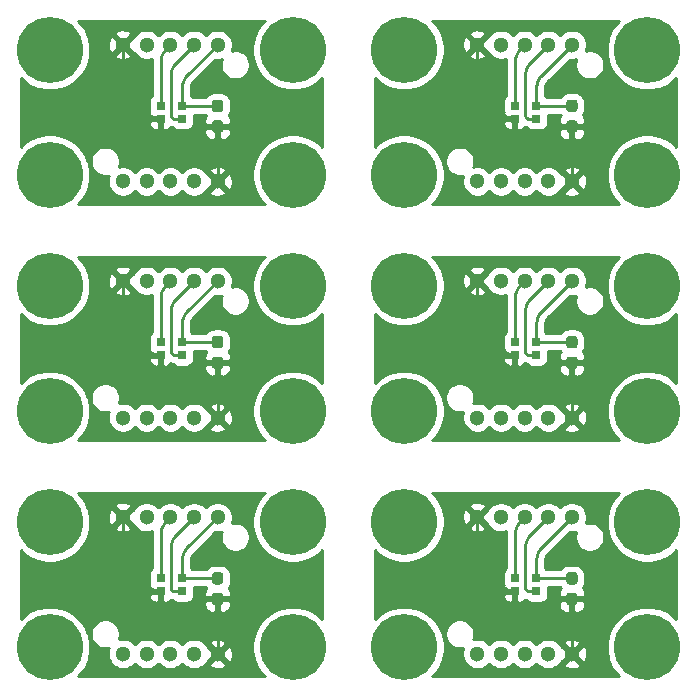
<source format=gtl>
%MOIN*%
%OFA0B0*%
%FSLAX46Y46*%
%IPPOS*%
%LPD*%
%ADD10R,0.027559055118110236X0.027559055118110236*%
%ADD11C,0.051181102362204731*%
%ADD12C,0.22047244094488189*%
%ADD13C,0.14173228346456693*%
%ADD14C,0.00984251968503937*%
%ADD15C,0.01*%
%ADD16C,0.0039370078740157488*%
%ADD27R,0.027559055118110236X0.027559055118110236*%
%ADD28C,0.051181102362204731*%
%ADD29C,0.22047244094488189*%
%ADD30C,0.14173228346456693*%
%ADD31C,0.00984251968503937*%
%ADD32C,0.01*%
%ADD33C,0.0039370078740157488*%
%ADD34R,0.027559055118110236X0.027559055118110236*%
%ADD35C,0.051181102362204731*%
%ADD36C,0.22047244094488189*%
%ADD37C,0.14173228346456693*%
%ADD38C,0.00984251968503937*%
%ADD39C,0.01*%
%ADD40C,0.0039370078740157488*%
%ADD41R,0.027559055118110236X0.027559055118110236*%
%ADD42C,0.051181102362204731*%
%ADD43C,0.22047244094488189*%
%ADD44C,0.14173228346456693*%
%ADD45C,0.00984251968503937*%
%ADD46C,0.01*%
%ADD47C,0.0039370078740157488*%
%ADD48R,0.027559055118110236X0.027559055118110236*%
%ADD49C,0.051181102362204731*%
%ADD50C,0.22047244094488189*%
%ADD51C,0.14173228346456693*%
%ADD52C,0.00984251968503937*%
%ADD53C,0.01*%
%ADD54C,0.0039370078740157488*%
%ADD55R,0.027559055118110236X0.027559055118110236*%
%ADD56C,0.051181102362204731*%
%ADD57C,0.22047244094488189*%
%ADD58C,0.14173228346456693*%
%ADD59C,0.00984251968503937*%
%ADD60C,0.01*%
%ADD61C,0.0039370078740157488*%
G01*
D10*
X-0004771889Y0004232500D02*
X0000495472Y0000312992D03*
X0000495472Y0000356299D03*
X0000567519Y0000356299D03*
X0000567519Y0000312992D03*
D11*
X0000685590Y0000560000D03*
X0000606850Y0000560000D03*
X0000528110Y0000560000D03*
X0000449370Y0000560000D03*
X0000370629Y0000560000D03*
X0000370629Y0000103999D03*
X0000449370Y0000103999D03*
X0000528110Y0000103999D03*
X0000606850Y0000103999D03*
X0000685590Y0000103999D03*
G36*
G01*
X0000676259Y0000307771D02*
X0000694960Y0000307771D01*
G75*
G02*
X0000704310Y0000298421J-0000009350D01*
G01*
X0000704310Y0000275783D01*
G75*
G02*
X0000694960Y0000266433I-0000009350D01*
G01*
X0000676259Y0000266433D01*
G75*
G02*
X0000666909Y0000275783J0000009350D01*
G01*
X0000666909Y0000298421D01*
G75*
G02*
X0000676259Y0000307771I0000009350D01*
G01*
G37*
G36*
G01*
X0000676259Y0000376669D02*
X0000694960Y0000376669D01*
G75*
G02*
X0000704310Y0000367318J-0000009350D01*
G01*
X0000704310Y0000344681D01*
G75*
G02*
X0000694960Y0000335330I-0000009350D01*
G01*
X0000676259Y0000335330D01*
G75*
G02*
X0000666909Y0000344681J0000009350D01*
G01*
X0000666909Y0000367318D01*
G75*
G02*
X0000676259Y0000376669I0000009350D01*
G01*
G37*
D12*
X0000125984Y0000125984D03*
D13*
X0000125984Y0000125984D03*
D12*
X0000937007Y0000125984D03*
D13*
X0000937007Y0000125984D03*
D12*
X0000937007Y0000543307D03*
D13*
X0000937007Y0000543307D03*
D12*
X0000125984Y0000543307D03*
D13*
X0000125984Y0000543307D03*
D14*
X0000685610Y0000104019D02*
X0000685590Y0000103999D01*
X0000685610Y0000287102D02*
X0000685610Y0000104019D01*
X0000370629Y0000453582D02*
X0000370629Y0000560000D01*
X0000370629Y0000453582D02*
X0000370744Y0000448918D01*
X0000370744Y0000448918D02*
X0000371087Y0000444266D01*
X0000371087Y0000444266D02*
X0000371658Y0000439636D01*
X0000371658Y0000439636D02*
X0000372456Y0000435039D01*
X0000372456Y0000435039D02*
X0000373478Y0000430487D01*
X0000373478Y0000430487D02*
X0000374722Y0000425991D01*
X0000374722Y0000425991D02*
X0000376185Y0000421562D01*
X0000376185Y0000421562D02*
X0000377864Y0000417209D01*
X0000377864Y0000417209D02*
X0000379755Y0000412944D01*
X0000379755Y0000412944D02*
X0000381852Y0000408777D01*
X0000381852Y0000408777D02*
X0000384152Y0000404718D01*
X0000384152Y0000404718D02*
X0000386648Y0000400776D01*
X0000386648Y0000400776D02*
X0000389334Y0000396962D01*
X0000389334Y0000396962D02*
X0000392204Y0000393285D01*
X0000392204Y0000393285D02*
X0000395251Y0000389752D01*
X0000395251Y0000389752D02*
X0000398468Y0000386373D01*
X0000491535Y0000312992D02*
X0000495472Y0000312992D01*
X0000491535Y0000312992D02*
X0000489203Y0000313049D01*
X0000489203Y0000313049D02*
X0000486877Y0000313220D01*
X0000486877Y0000313220D02*
X0000484562Y0000313506D01*
X0000484562Y0000313506D02*
X0000482263Y0000313905D01*
X0000482263Y0000313905D02*
X0000479987Y0000314416D01*
X0000479987Y0000314416D02*
X0000477739Y0000315038D01*
X0000477739Y0000315038D02*
X0000475525Y0000315770D01*
X0000475525Y0000315770D02*
X0000473348Y0000316609D01*
X0000473348Y0000316609D02*
X0000471216Y0000317554D01*
X0000471216Y0000317554D02*
X0000469132Y0000318603D01*
X0000469132Y0000318603D02*
X0000467103Y0000319753D01*
X0000467103Y0000319753D02*
X0000465132Y0000321001D01*
X0000465132Y0000321001D02*
X0000463225Y0000322344D01*
X0000463225Y0000322344D02*
X0000461386Y0000323779D01*
X0000461386Y0000323779D02*
X0000459620Y0000325303D01*
X0000459620Y0000325303D02*
X0000457930Y0000326911D01*
X0000457930Y0000326911D02*
X0000398468Y0000386373D01*
X0000685310Y0000356299D02*
X0000685610Y0000356000D01*
X0000567519Y0000356299D02*
X0000685310Y0000356299D01*
X0000567519Y0000422244D02*
X0000567519Y0000356299D01*
X0000567519Y0000422244D02*
X0000567576Y0000424575D01*
X0000567576Y0000424575D02*
X0000567748Y0000426902D01*
X0000567748Y0000426902D02*
X0000568033Y0000429217D01*
X0000568033Y0000429217D02*
X0000568432Y0000431515D01*
X0000568432Y0000431515D02*
X0000568943Y0000433791D01*
X0000568943Y0000433791D02*
X0000569566Y0000436039D01*
X0000569566Y0000436039D02*
X0000570297Y0000438254D01*
X0000570297Y0000438254D02*
X0000571137Y0000440430D01*
X0000571137Y0000440430D02*
X0000572082Y0000442563D01*
X0000572082Y0000442563D02*
X0000573131Y0000444646D01*
X0000573131Y0000444646D02*
X0000574280Y0000446676D01*
X0000574280Y0000446676D02*
X0000575528Y0000448647D01*
X0000575528Y0000448647D02*
X0000576871Y0000450554D01*
X0000576871Y0000450554D02*
X0000578307Y0000452392D01*
X0000578307Y0000452392D02*
X0000579830Y0000454159D01*
X0000579830Y0000454159D02*
X0000581439Y0000455848D01*
X0000581439Y0000455848D02*
X0000685590Y0000560000D01*
X0000530110Y0000326779D02*
X0000530124Y0000325904D01*
X0000530124Y0000325904D02*
X0000530167Y0000325057D01*
X0000530167Y0000325057D02*
X0000530239Y0000324240D01*
X0000530239Y0000324240D02*
X0000530339Y0000323451D01*
X0000530339Y0000323451D02*
X0000530468Y0000322690D01*
X0000530468Y0000322690D02*
X0000530626Y0000321958D01*
X0000530626Y0000321958D02*
X0000530813Y0000321256D01*
X0000530813Y0000321256D02*
X0000531028Y0000320581D01*
X0000531028Y0000320581D02*
X0000531272Y0000319936D01*
X0000531272Y0000319936D02*
X0000531544Y0000319319D01*
X0000531544Y0000319319D02*
X0000531846Y0000318730D01*
X0000531846Y0000318730D02*
X0000532176Y0000318171D01*
X0000532176Y0000318171D02*
X0000532534Y0000317640D01*
X0000532534Y0000317640D02*
X0000532922Y0000317138D01*
X0000532922Y0000317138D02*
X0000533338Y0000316664D01*
X0000533338Y0000316664D02*
X0000533782Y0000316220D01*
X0000533782Y0000316220D02*
X0000534256Y0000315804D01*
X0000534256Y0000315804D02*
X0000534758Y0000315416D01*
X0000534758Y0000315416D02*
X0000535289Y0000315058D01*
X0000535289Y0000315058D02*
X0000535848Y0000314728D01*
X0000535848Y0000314728D02*
X0000536437Y0000314426D01*
X0000536437Y0000314426D02*
X0000537054Y0000314154D01*
X0000537054Y0000314154D02*
X0000537699Y0000313910D01*
X0000537699Y0000313910D02*
X0000538373Y0000313695D01*
X0000538373Y0000313695D02*
X0000539077Y0000313508D01*
X0000539077Y0000313508D02*
X0000539808Y0000313350D01*
X0000539808Y0000313350D02*
X0000540569Y0000313221D01*
X0000540569Y0000313221D02*
X0000541358Y0000313121D01*
X0000541358Y0000313121D02*
X0000542175Y0000313049D01*
X0000542175Y0000313049D02*
X0000543022Y0000313006D01*
X0000543022Y0000313006D02*
X0000543897Y0000312992D01*
X0000567519Y0000312992D02*
X0000543897Y0000312992D01*
X0000544029Y0000497179D02*
X0000606850Y0000560000D01*
X0000544029Y0000497179D02*
X0000542421Y0000495489D01*
X0000542421Y0000495489D02*
X0000540897Y0000493723D01*
X0000540897Y0000493723D02*
X0000539462Y0000491884D01*
X0000539462Y0000491884D02*
X0000538119Y0000489977D01*
X0000538119Y0000489977D02*
X0000536871Y0000488006D01*
X0000536871Y0000488006D02*
X0000535721Y0000485977D01*
X0000535721Y0000485977D02*
X0000534672Y0000483893D01*
X0000534672Y0000483893D02*
X0000533727Y0000481761D01*
X0000533727Y0000481761D02*
X0000532888Y0000479585D01*
X0000532888Y0000479585D02*
X0000532156Y0000477370D01*
X0000532156Y0000477370D02*
X0000531534Y0000475122D01*
X0000531534Y0000475122D02*
X0000531023Y0000472846D01*
X0000531023Y0000472846D02*
X0000530624Y0000470548D01*
X0000530624Y0000470548D02*
X0000530339Y0000468232D01*
X0000530339Y0000468232D02*
X0000530167Y0000465906D01*
X0000530167Y0000465906D02*
X0000530110Y0000463574D01*
X0000530110Y0000463574D02*
X0000530110Y0000326779D01*
X0000523311Y0000555201D02*
X0000528110Y0000560000D01*
X0000523311Y0000555201D02*
X0000520094Y0000551822D01*
X0000520094Y0000551822D02*
X0000517047Y0000548289D01*
X0000517047Y0000548289D02*
X0000514177Y0000544612D01*
X0000496610Y0000357437D02*
X0000495472Y0000356299D01*
X0000510529Y0000542419D02*
X0000528110Y0000560000D01*
X0000510529Y0000542419D02*
X0000508921Y0000540730D01*
X0000508921Y0000540730D02*
X0000507397Y0000538963D01*
X0000507397Y0000538963D02*
X0000505962Y0000537124D01*
X0000505962Y0000537124D02*
X0000504619Y0000535217D01*
X0000504619Y0000535217D02*
X0000503371Y0000533247D01*
X0000503371Y0000533247D02*
X0000502221Y0000531217D01*
X0000502221Y0000531217D02*
X0000501172Y0000529134D01*
X0000501172Y0000529134D02*
X0000500227Y0000527001D01*
X0000500227Y0000527001D02*
X0000499388Y0000524825D01*
X0000499388Y0000524825D02*
X0000498656Y0000522610D01*
X0000498656Y0000522610D02*
X0000498034Y0000520362D01*
X0000498034Y0000520362D02*
X0000497523Y0000518086D01*
X0000497523Y0000518086D02*
X0000497124Y0000515788D01*
X0000497124Y0000515788D02*
X0000496839Y0000513473D01*
X0000496839Y0000513473D02*
X0000496667Y0000511146D01*
X0000496667Y0000511146D02*
X0000496610Y0000508814D01*
X0000496610Y0000508814D02*
X0000496610Y0000357437D01*
D15*
X0000831963Y0000629515D02*
X0000817163Y0000607365D01*
X0000806968Y0000582753D01*
X0000801771Y0000556626D01*
X0000801771Y0000529987D01*
X0000806968Y0000503860D01*
X0000817163Y0000479248D01*
X0000831963Y0000457098D01*
X0000850799Y0000438262D01*
X0000872949Y0000423462D01*
X0000897560Y0000413267D01*
X0000923688Y0000408070D01*
X0000950327Y0000408070D01*
X0000976454Y0000413267D01*
X0001001066Y0000423462D01*
X0001023215Y0000438262D01*
X0001034055Y0000449101D01*
X0001034055Y0000220189D01*
X0001023215Y0000231029D01*
X0001001066Y0000245828D01*
X0000976454Y0000256023D01*
X0000950327Y0000261220D01*
X0000923688Y0000261220D01*
X0000897560Y0000256023D01*
X0000872949Y0000245828D01*
X0000850799Y0000231029D01*
X0000831963Y0000212192D01*
X0000817163Y0000190042D01*
X0000806968Y0000165431D01*
X0000801771Y0000139303D01*
X0000801771Y0000112664D01*
X0000806968Y0000086537D01*
X0000817163Y0000061925D01*
X0000831963Y0000039776D01*
X0000842802Y0000028936D01*
X0000220189Y0000028936D01*
X0000231029Y0000039776D01*
X0000245828Y0000061925D01*
X0000256023Y0000086537D01*
X0000261220Y0000112664D01*
X0000261220Y0000139303D01*
X0000256023Y0000165431D01*
X0000251762Y0000175717D01*
X0000262952Y0000175717D01*
X0000262952Y0000166140D01*
X0000264821Y0000156746D01*
X0000268486Y0000147897D01*
X0000273807Y0000139934D01*
X0000280580Y0000133161D01*
X0000288543Y0000127840D01*
X0000297392Y0000124175D01*
X0000306785Y0000122307D01*
X0000316363Y0000122307D01*
X0000324090Y0000123844D01*
X0000321983Y0000118756D01*
X0000320039Y0000108982D01*
X0000320039Y0000099017D01*
X0000321983Y0000089243D01*
X0000325797Y0000080036D01*
X0000331333Y0000071750D01*
X0000338380Y0000064703D01*
X0000346666Y0000059167D01*
X0000355873Y0000055353D01*
X0000365647Y0000053409D01*
X0000375612Y0000053409D01*
X0000385386Y0000055353D01*
X0000394593Y0000059167D01*
X0000402879Y0000064703D01*
X0000409926Y0000071750D01*
X0000410000Y0000071860D01*
X0000410073Y0000071750D01*
X0000417120Y0000064703D01*
X0000425406Y0000059167D01*
X0000434613Y0000055353D01*
X0000444387Y0000053409D01*
X0000454352Y0000053409D01*
X0000464126Y0000055353D01*
X0000473333Y0000059167D01*
X0000481619Y0000064703D01*
X0000488666Y0000071750D01*
X0000488740Y0000071860D01*
X0000488813Y0000071750D01*
X0000495860Y0000064703D01*
X0000504146Y0000059167D01*
X0000513353Y0000055353D01*
X0000523127Y0000053409D01*
X0000533092Y0000053409D01*
X0000542866Y0000055353D01*
X0000552073Y0000059167D01*
X0000560359Y0000064703D01*
X0000567406Y0000071750D01*
X0000567480Y0000071860D01*
X0000567554Y0000071750D01*
X0000574600Y0000064703D01*
X0000582886Y0000059167D01*
X0000592093Y0000055353D01*
X0000601867Y0000053409D01*
X0000611833Y0000053409D01*
X0000621607Y0000055353D01*
X0000630814Y0000059167D01*
X0000639100Y0000064703D01*
X0000643532Y0000069136D01*
X0000657798Y0000069136D01*
X0000659900Y0000060133D01*
X0000668951Y0000055964D01*
X0000678642Y0000053641D01*
X0000688600Y0000053253D01*
X0000698442Y0000054816D01*
X0000707791Y0000058268D01*
X0000711280Y0000060133D01*
X0000713382Y0000069136D01*
X0000685590Y0000096928D01*
X0000657798Y0000069136D01*
X0000643532Y0000069136D01*
X0000646146Y0000071750D01*
X0000649341Y0000076531D01*
X0000650727Y0000076207D01*
X0000678519Y0000103999D01*
X0000692661Y0000103999D01*
X0000720453Y0000076207D01*
X0000729456Y0000078309D01*
X0000733625Y0000087361D01*
X0000735948Y0000097052D01*
X0000736336Y0000107010D01*
X0000734774Y0000116852D01*
X0000731321Y0000126200D01*
X0000729456Y0000129690D01*
X0000720453Y0000131792D01*
X0000692661Y0000103999D01*
X0000678519Y0000103999D01*
X0000650727Y0000131792D01*
X0000649341Y0000131468D01*
X0000646146Y0000136249D01*
X0000643532Y0000138863D01*
X0000657798Y0000138863D01*
X0000685590Y0000111071D01*
X0000713382Y0000138863D01*
X0000711280Y0000147866D01*
X0000702229Y0000152035D01*
X0000692538Y0000154358D01*
X0000682580Y0000154746D01*
X0000672738Y0000153183D01*
X0000663389Y0000149731D01*
X0000659900Y0000147866D01*
X0000657798Y0000138863D01*
X0000643532Y0000138863D01*
X0000639100Y0000143296D01*
X0000630814Y0000148832D01*
X0000621607Y0000152646D01*
X0000611833Y0000154590D01*
X0000601867Y0000154590D01*
X0000592093Y0000152646D01*
X0000582886Y0000148832D01*
X0000574600Y0000143296D01*
X0000567554Y0000136249D01*
X0000567480Y0000136139D01*
X0000567406Y0000136249D01*
X0000560359Y0000143296D01*
X0000552073Y0000148832D01*
X0000542866Y0000152646D01*
X0000533092Y0000154590D01*
X0000523127Y0000154590D01*
X0000513353Y0000152646D01*
X0000504146Y0000148832D01*
X0000495860Y0000143296D01*
X0000488813Y0000136249D01*
X0000488740Y0000136139D01*
X0000488666Y0000136249D01*
X0000481619Y0000143296D01*
X0000473333Y0000148832D01*
X0000464126Y0000152646D01*
X0000454352Y0000154590D01*
X0000444387Y0000154590D01*
X0000434613Y0000152646D01*
X0000425406Y0000148832D01*
X0000417120Y0000143296D01*
X0000410073Y0000136249D01*
X0000410000Y0000136139D01*
X0000409926Y0000136249D01*
X0000402879Y0000143296D01*
X0000394593Y0000148832D01*
X0000385386Y0000152646D01*
X0000375612Y0000154590D01*
X0000365647Y0000154590D01*
X0000356697Y0000152810D01*
X0000358328Y0000156746D01*
X0000360196Y0000166140D01*
X0000360196Y0000175717D01*
X0000358328Y0000185111D01*
X0000354663Y0000193960D01*
X0000349341Y0000201923D01*
X0000342569Y0000208696D01*
X0000334605Y0000214017D01*
X0000325757Y0000217682D01*
X0000316363Y0000219551D01*
X0000306785Y0000219551D01*
X0000297392Y0000217682D01*
X0000288543Y0000214017D01*
X0000280580Y0000208696D01*
X0000273807Y0000201923D01*
X0000268486Y0000193960D01*
X0000264821Y0000185111D01*
X0000262952Y0000175717D01*
X0000251762Y0000175717D01*
X0000245828Y0000190042D01*
X0000231029Y0000212192D01*
X0000212192Y0000231029D01*
X0000190042Y0000245828D01*
X0000165431Y0000256023D01*
X0000139303Y0000261220D01*
X0000112664Y0000261220D01*
X0000086537Y0000256023D01*
X0000061925Y0000245828D01*
X0000039776Y0000231029D01*
X0000028936Y0000220189D01*
X0000028936Y0000266433D01*
X0000641788Y0000266433D01*
X0000642271Y0000261532D01*
X0000643700Y0000256819D01*
X0000646022Y0000252476D01*
X0000649146Y0000248669D01*
X0000652952Y0000245545D01*
X0000657296Y0000243224D01*
X0000662008Y0000241794D01*
X0000666909Y0000241312D01*
X0000674360Y0000241433D01*
X0000680610Y0000247683D01*
X0000680610Y0000282102D01*
X0000690610Y0000282102D01*
X0000690610Y0000247683D01*
X0000696860Y0000241433D01*
X0000704310Y0000241312D01*
X0000709211Y0000241794D01*
X0000713924Y0000243224D01*
X0000718267Y0000245545D01*
X0000722074Y0000248669D01*
X0000725198Y0000252476D01*
X0000727519Y0000256819D01*
X0000728949Y0000261532D01*
X0000729431Y0000266433D01*
X0000729311Y0000275852D01*
X0000723061Y0000282102D01*
X0000690610Y0000282102D01*
X0000680610Y0000282102D01*
X0000648159Y0000282102D01*
X0000641909Y0000275852D01*
X0000641788Y0000266433D01*
X0000028936Y0000266433D01*
X0000028936Y0000299212D01*
X0000456571Y0000299212D01*
X0000457054Y0000294311D01*
X0000458484Y0000289599D01*
X0000460805Y0000285256D01*
X0000463929Y0000281449D01*
X0000467736Y0000278325D01*
X0000472079Y0000276003D01*
X0000476792Y0000274574D01*
X0000481692Y0000274091D01*
X0000484222Y0000274212D01*
X0000490472Y0000280462D01*
X0000490472Y0000307992D01*
X0000462942Y0000307992D01*
X0000456692Y0000301742D01*
X0000456571Y0000299212D01*
X0000028936Y0000299212D01*
X0000028936Y0000449101D01*
X0000039776Y0000438262D01*
X0000061925Y0000423462D01*
X0000086537Y0000413267D01*
X0000112664Y0000408070D01*
X0000139303Y0000408070D01*
X0000165431Y0000413267D01*
X0000190042Y0000423462D01*
X0000212192Y0000438262D01*
X0000231029Y0000457098D01*
X0000245828Y0000479248D01*
X0000256023Y0000503860D01*
X0000260255Y0000525136D01*
X0000342837Y0000525136D01*
X0000344939Y0000516133D01*
X0000353991Y0000511964D01*
X0000363682Y0000509641D01*
X0000373639Y0000509253D01*
X0000383482Y0000510816D01*
X0000392830Y0000514268D01*
X0000396320Y0000516133D01*
X0000398422Y0000525136D01*
X0000370629Y0000552928D01*
X0000342837Y0000525136D01*
X0000260255Y0000525136D01*
X0000261220Y0000529987D01*
X0000261220Y0000556626D01*
X0000261148Y0000556989D01*
X0000319883Y0000556989D01*
X0000321446Y0000547147D01*
X0000324898Y0000537799D01*
X0000326763Y0000534309D01*
X0000335766Y0000532207D01*
X0000363558Y0000560000D01*
X0000377700Y0000560000D01*
X0000405493Y0000532207D01*
X0000406879Y0000532531D01*
X0000410073Y0000527750D01*
X0000417120Y0000520703D01*
X0000425406Y0000515167D01*
X0000434613Y0000511353D01*
X0000444387Y0000509409D01*
X0000454352Y0000509409D01*
X0000464126Y0000511353D01*
X0000466760Y0000512444D01*
X0000466719Y0000511882D01*
X0000466737Y0000511146D01*
X0000466725Y0000510650D01*
X0000466688Y0000510284D01*
X0000466688Y0000509180D01*
X0000466661Y0000508079D01*
X0000466688Y0000507713D01*
X0000466688Y0000390106D01*
X0000463929Y0000387841D01*
X0000460805Y0000384035D01*
X0000458484Y0000379692D01*
X0000457054Y0000374979D01*
X0000456571Y0000370078D01*
X0000456571Y0000342519D01*
X0000457054Y0000337618D01*
X0000457956Y0000334645D01*
X0000457054Y0000331672D01*
X0000456571Y0000326771D01*
X0000456692Y0000324242D01*
X0000462942Y0000317992D01*
X0000476427Y0000317992D01*
X0000476792Y0000317881D01*
X0000481692Y0000317398D01*
X0000501001Y0000317398D01*
X0000501080Y0000317029D01*
X0000501216Y0000316230D01*
X0000501259Y0000316071D01*
X0000501259Y0000307992D01*
X0000500472Y0000307992D01*
X0000500472Y0000280462D01*
X0000506722Y0000274212D01*
X0000509251Y0000274091D01*
X0000514152Y0000274574D01*
X0000518865Y0000276003D01*
X0000523208Y0000278325D01*
X0000527015Y0000281449D01*
X0000529915Y0000284983D01*
X0000529983Y0000284964D01*
X0000530677Y0000284743D01*
X0000531018Y0000284670D01*
X0000531332Y0000284569D01*
X0000532082Y0000284407D01*
X0000532823Y0000284211D01*
X0000533099Y0000284166D01*
X0000533349Y0000284098D01*
X0000533876Y0000284008D01*
X0000535976Y0000281449D01*
X0000539783Y0000278325D01*
X0000544126Y0000276003D01*
X0000548839Y0000274574D01*
X0000553740Y0000274091D01*
X0000581299Y0000274091D01*
X0000586200Y0000274574D01*
X0000590912Y0000276003D01*
X0000595255Y0000278325D01*
X0000599062Y0000281449D01*
X0000602186Y0000285256D01*
X0000604507Y0000289599D01*
X0000605937Y0000294311D01*
X0000606420Y0000299212D01*
X0000606420Y0000326377D01*
X0000647144Y0000326377D01*
X0000647597Y0000325529D01*
X0000648370Y0000324589D01*
X0000646022Y0000321728D01*
X0000643700Y0000317385D01*
X0000642271Y0000312672D01*
X0000641788Y0000307771D01*
X0000641909Y0000298352D01*
X0000648159Y0000292102D01*
X0000680610Y0000292102D01*
X0000680610Y0000292889D01*
X0000690610Y0000292889D01*
X0000690610Y0000292102D01*
X0000723061Y0000292102D01*
X0000729311Y0000298352D01*
X0000729431Y0000307771D01*
X0000728949Y0000312672D01*
X0000727519Y0000317385D01*
X0000725198Y0000321728D01*
X0000722850Y0000324589D01*
X0000723622Y0000325529D01*
X0000726807Y0000331489D01*
X0000728769Y0000337956D01*
X0000729431Y0000344681D01*
X0000729431Y0000367318D01*
X0000728769Y0000374043D01*
X0000726807Y0000380510D01*
X0000723622Y0000386470D01*
X0000719335Y0000391693D01*
X0000714111Y0000395980D01*
X0000708152Y0000399166D01*
X0000701685Y0000401127D01*
X0000694960Y0000401790D01*
X0000676259Y0000401790D01*
X0000669534Y0000401127D01*
X0000663068Y0000399166D01*
X0000657108Y0000395980D01*
X0000651884Y0000391693D01*
X0000647597Y0000386470D01*
X0000647464Y0000386220D01*
X0000600393Y0000386220D01*
X0000599062Y0000387841D01*
X0000597440Y0000389172D01*
X0000597440Y0000421878D01*
X0000597471Y0000423107D01*
X0000597534Y0000423969D01*
X0000597640Y0000424825D01*
X0000597787Y0000425676D01*
X0000597977Y0000426519D01*
X0000598207Y0000427350D01*
X0000598478Y0000428171D01*
X0000598788Y0000428976D01*
X0000599139Y0000429766D01*
X0000599527Y0000430537D01*
X0000599952Y0000431288D01*
X0000600415Y0000432018D01*
X0000600912Y0000432724D01*
X0000601443Y0000433405D01*
X0000602007Y0000434059D01*
X0000602856Y0000434950D01*
X0000677861Y0000509955D01*
X0000680607Y0000509409D01*
X0000690573Y0000509409D01*
X0000699522Y0000511189D01*
X0000697892Y0000507253D01*
X0000696023Y0000497859D01*
X0000696023Y0000488281D01*
X0000697892Y0000478888D01*
X0000701557Y0000470039D01*
X0000706878Y0000462076D01*
X0000713650Y0000455303D01*
X0000721614Y0000449982D01*
X0000730463Y0000446317D01*
X0000739856Y0000444448D01*
X0000749434Y0000444448D01*
X0000758828Y0000446317D01*
X0000767676Y0000449982D01*
X0000775640Y0000455303D01*
X0000782412Y0000462076D01*
X0000787733Y0000470039D01*
X0000791399Y0000478888D01*
X0000793267Y0000488281D01*
X0000793267Y0000497859D01*
X0000791399Y0000507253D01*
X0000787733Y0000516102D01*
X0000782412Y0000524065D01*
X0000775640Y0000530838D01*
X0000767676Y0000536159D01*
X0000758828Y0000539824D01*
X0000749434Y0000541692D01*
X0000739856Y0000541692D01*
X0000732129Y0000540155D01*
X0000734236Y0000545243D01*
X0000736181Y0000555017D01*
X0000736181Y0000564982D01*
X0000734236Y0000574756D01*
X0000730423Y0000583963D01*
X0000724886Y0000592249D01*
X0000717840Y0000599296D01*
X0000709554Y0000604832D01*
X0000700347Y0000608646D01*
X0000690573Y0000610590D01*
X0000680607Y0000610590D01*
X0000670833Y0000608646D01*
X0000661626Y0000604832D01*
X0000653340Y0000599296D01*
X0000646294Y0000592249D01*
X0000646220Y0000592139D01*
X0000646146Y0000592249D01*
X0000639100Y0000599296D01*
X0000630814Y0000604832D01*
X0000621607Y0000608646D01*
X0000611833Y0000610590D01*
X0000601867Y0000610590D01*
X0000592093Y0000608646D01*
X0000582886Y0000604832D01*
X0000574600Y0000599296D01*
X0000567554Y0000592249D01*
X0000567480Y0000592139D01*
X0000567406Y0000592249D01*
X0000560359Y0000599296D01*
X0000552073Y0000604832D01*
X0000542866Y0000608646D01*
X0000533092Y0000610590D01*
X0000523127Y0000610590D01*
X0000513353Y0000608646D01*
X0000504146Y0000604832D01*
X0000495860Y0000599296D01*
X0000488813Y0000592249D01*
X0000488740Y0000592139D01*
X0000488666Y0000592249D01*
X0000481619Y0000599296D01*
X0000473333Y0000604832D01*
X0000464126Y0000608646D01*
X0000454352Y0000610590D01*
X0000444387Y0000610590D01*
X0000434613Y0000608646D01*
X0000425406Y0000604832D01*
X0000417120Y0000599296D01*
X0000410073Y0000592249D01*
X0000406879Y0000587468D01*
X0000405493Y0000587792D01*
X0000377700Y0000560000D01*
X0000363558Y0000560000D01*
X0000335766Y0000587792D01*
X0000326763Y0000585690D01*
X0000322594Y0000576638D01*
X0000320271Y0000566947D01*
X0000319883Y0000556989D01*
X0000261148Y0000556989D01*
X0000256023Y0000582753D01*
X0000251007Y0000594863D01*
X0000342837Y0000594863D01*
X0000370629Y0000567071D01*
X0000398422Y0000594863D01*
X0000396320Y0000603866D01*
X0000387268Y0000608035D01*
X0000377577Y0000610358D01*
X0000367619Y0000610746D01*
X0000357777Y0000609183D01*
X0000348429Y0000605731D01*
X0000344939Y0000603866D01*
X0000342837Y0000594863D01*
X0000251007Y0000594863D01*
X0000245828Y0000607365D01*
X0000231029Y0000629515D01*
X0000220189Y0000640354D01*
X0000842802Y0000640354D01*
X0000831963Y0000629515D01*
D16*
G36*
X0000831963Y0000629515D02*
G01*
X0000817163Y0000607365D01*
X0000806968Y0000582753D01*
X0000801771Y0000556626D01*
X0000801771Y0000529987D01*
X0000806968Y0000503860D01*
X0000817163Y0000479248D01*
X0000831963Y0000457098D01*
X0000850799Y0000438262D01*
X0000872949Y0000423462D01*
X0000897560Y0000413267D01*
X0000923688Y0000408070D01*
X0000950327Y0000408070D01*
X0000976454Y0000413267D01*
X0001001066Y0000423462D01*
X0001023215Y0000438262D01*
X0001034055Y0000449101D01*
X0001034055Y0000220189D01*
X0001023215Y0000231029D01*
X0001001066Y0000245828D01*
X0000976454Y0000256023D01*
X0000950327Y0000261220D01*
X0000923688Y0000261220D01*
X0000897560Y0000256023D01*
X0000872949Y0000245828D01*
X0000850799Y0000231029D01*
X0000831963Y0000212192D01*
X0000817163Y0000190042D01*
X0000806968Y0000165431D01*
X0000801771Y0000139303D01*
X0000801771Y0000112664D01*
X0000806968Y0000086537D01*
X0000817163Y0000061925D01*
X0000831963Y0000039776D01*
X0000842802Y0000028936D01*
X0000220189Y0000028936D01*
X0000231029Y0000039776D01*
X0000245828Y0000061925D01*
X0000256023Y0000086537D01*
X0000261220Y0000112664D01*
X0000261220Y0000139303D01*
X0000256023Y0000165431D01*
X0000251762Y0000175717D01*
X0000262952Y0000175717D01*
X0000262952Y0000166140D01*
X0000264821Y0000156746D01*
X0000268486Y0000147897D01*
X0000273807Y0000139934D01*
X0000280580Y0000133161D01*
X0000288543Y0000127840D01*
X0000297392Y0000124175D01*
X0000306785Y0000122307D01*
X0000316363Y0000122307D01*
X0000324090Y0000123844D01*
X0000321983Y0000118756D01*
X0000320039Y0000108982D01*
X0000320039Y0000099017D01*
X0000321983Y0000089243D01*
X0000325797Y0000080036D01*
X0000331333Y0000071750D01*
X0000338380Y0000064703D01*
X0000346666Y0000059167D01*
X0000355873Y0000055353D01*
X0000365647Y0000053409D01*
X0000375612Y0000053409D01*
X0000385386Y0000055353D01*
X0000394593Y0000059167D01*
X0000402879Y0000064703D01*
X0000409926Y0000071750D01*
X0000410000Y0000071860D01*
X0000410073Y0000071750D01*
X0000417120Y0000064703D01*
X0000425406Y0000059167D01*
X0000434613Y0000055353D01*
X0000444387Y0000053409D01*
X0000454352Y0000053409D01*
X0000464126Y0000055353D01*
X0000473333Y0000059167D01*
X0000481619Y0000064703D01*
X0000488666Y0000071750D01*
X0000488740Y0000071860D01*
X0000488813Y0000071750D01*
X0000495860Y0000064703D01*
X0000504146Y0000059167D01*
X0000513353Y0000055353D01*
X0000523127Y0000053409D01*
X0000533092Y0000053409D01*
X0000542866Y0000055353D01*
X0000552073Y0000059167D01*
X0000560359Y0000064703D01*
X0000567406Y0000071750D01*
X0000567480Y0000071860D01*
X0000567554Y0000071750D01*
X0000574600Y0000064703D01*
X0000582886Y0000059167D01*
X0000592093Y0000055353D01*
X0000601867Y0000053409D01*
X0000611833Y0000053409D01*
X0000621607Y0000055353D01*
X0000630814Y0000059167D01*
X0000639100Y0000064703D01*
X0000643532Y0000069136D01*
X0000657798Y0000069136D01*
X0000659900Y0000060133D01*
X0000668951Y0000055964D01*
X0000678642Y0000053641D01*
X0000688600Y0000053253D01*
X0000698442Y0000054816D01*
X0000707791Y0000058268D01*
X0000711280Y0000060133D01*
X0000713382Y0000069136D01*
X0000685590Y0000096928D01*
X0000657798Y0000069136D01*
X0000643532Y0000069136D01*
X0000646146Y0000071750D01*
X0000649341Y0000076531D01*
X0000650727Y0000076207D01*
X0000678519Y0000103999D01*
X0000692661Y0000103999D01*
X0000720453Y0000076207D01*
X0000729456Y0000078309D01*
X0000733625Y0000087361D01*
X0000735948Y0000097052D01*
X0000736336Y0000107010D01*
X0000734774Y0000116852D01*
X0000731321Y0000126200D01*
X0000729456Y0000129690D01*
X0000720453Y0000131792D01*
X0000692661Y0000103999D01*
X0000678519Y0000103999D01*
X0000650727Y0000131792D01*
X0000649341Y0000131468D01*
X0000646146Y0000136249D01*
X0000643532Y0000138863D01*
X0000657798Y0000138863D01*
X0000685590Y0000111071D01*
X0000713382Y0000138863D01*
X0000711280Y0000147866D01*
X0000702229Y0000152035D01*
X0000692538Y0000154358D01*
X0000682580Y0000154746D01*
X0000672738Y0000153183D01*
X0000663389Y0000149731D01*
X0000659900Y0000147866D01*
X0000657798Y0000138863D01*
X0000643532Y0000138863D01*
X0000639100Y0000143296D01*
X0000630814Y0000148832D01*
X0000621607Y0000152646D01*
X0000611833Y0000154590D01*
X0000601867Y0000154590D01*
X0000592093Y0000152646D01*
X0000582886Y0000148832D01*
X0000574600Y0000143296D01*
X0000567554Y0000136249D01*
X0000567480Y0000136139D01*
X0000567406Y0000136249D01*
X0000560359Y0000143296D01*
X0000552073Y0000148832D01*
X0000542866Y0000152646D01*
X0000533092Y0000154590D01*
X0000523127Y0000154590D01*
X0000513353Y0000152646D01*
X0000504146Y0000148832D01*
X0000495860Y0000143296D01*
X0000488813Y0000136249D01*
X0000488740Y0000136139D01*
X0000488666Y0000136249D01*
X0000481619Y0000143296D01*
X0000473333Y0000148832D01*
X0000464126Y0000152646D01*
X0000454352Y0000154590D01*
X0000444387Y0000154590D01*
X0000434613Y0000152646D01*
X0000425406Y0000148832D01*
X0000417120Y0000143296D01*
X0000410073Y0000136249D01*
X0000410000Y0000136139D01*
X0000409926Y0000136249D01*
X0000402879Y0000143296D01*
X0000394593Y0000148832D01*
X0000385386Y0000152646D01*
X0000375612Y0000154590D01*
X0000365647Y0000154590D01*
X0000356697Y0000152810D01*
X0000358328Y0000156746D01*
X0000360196Y0000166140D01*
X0000360196Y0000175717D01*
X0000358328Y0000185111D01*
X0000354663Y0000193960D01*
X0000349341Y0000201923D01*
X0000342569Y0000208696D01*
X0000334605Y0000214017D01*
X0000325757Y0000217682D01*
X0000316363Y0000219551D01*
X0000306785Y0000219551D01*
X0000297392Y0000217682D01*
X0000288543Y0000214017D01*
X0000280580Y0000208696D01*
X0000273807Y0000201923D01*
X0000268486Y0000193960D01*
X0000264821Y0000185111D01*
X0000262952Y0000175717D01*
X0000251762Y0000175717D01*
X0000245828Y0000190042D01*
X0000231029Y0000212192D01*
X0000212192Y0000231029D01*
X0000190042Y0000245828D01*
X0000165431Y0000256023D01*
X0000139303Y0000261220D01*
X0000112664Y0000261220D01*
X0000086537Y0000256023D01*
X0000061925Y0000245828D01*
X0000039776Y0000231029D01*
X0000028936Y0000220189D01*
X0000028936Y0000266433D01*
X0000641788Y0000266433D01*
X0000642271Y0000261532D01*
X0000643700Y0000256819D01*
X0000646022Y0000252476D01*
X0000649146Y0000248669D01*
X0000652952Y0000245545D01*
X0000657296Y0000243224D01*
X0000662008Y0000241794D01*
X0000666909Y0000241312D01*
X0000674360Y0000241433D01*
X0000680610Y0000247683D01*
X0000680610Y0000282102D01*
X0000690610Y0000282102D01*
X0000690610Y0000247683D01*
X0000696860Y0000241433D01*
X0000704310Y0000241312D01*
X0000709211Y0000241794D01*
X0000713924Y0000243224D01*
X0000718267Y0000245545D01*
X0000722074Y0000248669D01*
X0000725198Y0000252476D01*
X0000727519Y0000256819D01*
X0000728949Y0000261532D01*
X0000729431Y0000266433D01*
X0000729311Y0000275852D01*
X0000723061Y0000282102D01*
X0000690610Y0000282102D01*
X0000680610Y0000282102D01*
X0000648159Y0000282102D01*
X0000641909Y0000275852D01*
X0000641788Y0000266433D01*
X0000028936Y0000266433D01*
X0000028936Y0000299212D01*
X0000456571Y0000299212D01*
X0000457054Y0000294311D01*
X0000458484Y0000289599D01*
X0000460805Y0000285256D01*
X0000463929Y0000281449D01*
X0000467736Y0000278325D01*
X0000472079Y0000276003D01*
X0000476792Y0000274574D01*
X0000481692Y0000274091D01*
X0000484222Y0000274212D01*
X0000490472Y0000280462D01*
X0000490472Y0000307992D01*
X0000462942Y0000307992D01*
X0000456692Y0000301742D01*
X0000456571Y0000299212D01*
X0000028936Y0000299212D01*
X0000028936Y0000449101D01*
X0000039776Y0000438262D01*
X0000061925Y0000423462D01*
X0000086537Y0000413267D01*
X0000112664Y0000408070D01*
X0000139303Y0000408070D01*
X0000165431Y0000413267D01*
X0000190042Y0000423462D01*
X0000212192Y0000438262D01*
X0000231029Y0000457098D01*
X0000245828Y0000479248D01*
X0000256023Y0000503860D01*
X0000260255Y0000525136D01*
X0000342837Y0000525136D01*
X0000344939Y0000516133D01*
X0000353991Y0000511964D01*
X0000363682Y0000509641D01*
X0000373639Y0000509253D01*
X0000383482Y0000510816D01*
X0000392830Y0000514268D01*
X0000396320Y0000516133D01*
X0000398422Y0000525136D01*
X0000370629Y0000552928D01*
X0000342837Y0000525136D01*
X0000260255Y0000525136D01*
X0000261220Y0000529987D01*
X0000261220Y0000556626D01*
X0000261148Y0000556989D01*
X0000319883Y0000556989D01*
X0000321446Y0000547147D01*
X0000324898Y0000537799D01*
X0000326763Y0000534309D01*
X0000335766Y0000532207D01*
X0000363558Y0000560000D01*
X0000377700Y0000560000D01*
X0000405493Y0000532207D01*
X0000406879Y0000532531D01*
X0000410073Y0000527750D01*
X0000417120Y0000520703D01*
X0000425406Y0000515167D01*
X0000434613Y0000511353D01*
X0000444387Y0000509409D01*
X0000454352Y0000509409D01*
X0000464126Y0000511353D01*
X0000466760Y0000512444D01*
X0000466719Y0000511882D01*
X0000466737Y0000511146D01*
X0000466725Y0000510650D01*
X0000466688Y0000510284D01*
X0000466688Y0000509180D01*
X0000466661Y0000508079D01*
X0000466688Y0000507713D01*
X0000466688Y0000390106D01*
X0000463929Y0000387841D01*
X0000460805Y0000384035D01*
X0000458484Y0000379692D01*
X0000457054Y0000374979D01*
X0000456571Y0000370078D01*
X0000456571Y0000342519D01*
X0000457054Y0000337618D01*
X0000457956Y0000334645D01*
X0000457054Y0000331672D01*
X0000456571Y0000326771D01*
X0000456692Y0000324242D01*
X0000462942Y0000317992D01*
X0000476427Y0000317992D01*
X0000476792Y0000317881D01*
X0000481692Y0000317398D01*
X0000501001Y0000317398D01*
X0000501080Y0000317029D01*
X0000501216Y0000316230D01*
X0000501259Y0000316071D01*
X0000501259Y0000307992D01*
X0000500472Y0000307992D01*
X0000500472Y0000280462D01*
X0000506722Y0000274212D01*
X0000509251Y0000274091D01*
X0000514152Y0000274574D01*
X0000518865Y0000276003D01*
X0000523208Y0000278325D01*
X0000527015Y0000281449D01*
X0000529915Y0000284983D01*
X0000529983Y0000284964D01*
X0000530677Y0000284743D01*
X0000531018Y0000284670D01*
X0000531332Y0000284569D01*
X0000532082Y0000284407D01*
X0000532823Y0000284211D01*
X0000533099Y0000284166D01*
X0000533349Y0000284098D01*
X0000533876Y0000284008D01*
X0000535976Y0000281449D01*
X0000539783Y0000278325D01*
X0000544126Y0000276003D01*
X0000548839Y0000274574D01*
X0000553740Y0000274091D01*
X0000581299Y0000274091D01*
X0000586200Y0000274574D01*
X0000590912Y0000276003D01*
X0000595255Y0000278325D01*
X0000599062Y0000281449D01*
X0000602186Y0000285256D01*
X0000604507Y0000289599D01*
X0000605937Y0000294311D01*
X0000606420Y0000299212D01*
X0000606420Y0000326377D01*
X0000647144Y0000326377D01*
X0000647597Y0000325529D01*
X0000648370Y0000324589D01*
X0000646022Y0000321728D01*
X0000643700Y0000317385D01*
X0000642271Y0000312672D01*
X0000641788Y0000307771D01*
X0000641909Y0000298352D01*
X0000648159Y0000292102D01*
X0000680610Y0000292102D01*
X0000680610Y0000292889D01*
X0000690610Y0000292889D01*
X0000690610Y0000292102D01*
X0000723061Y0000292102D01*
X0000729311Y0000298352D01*
X0000729431Y0000307771D01*
X0000728949Y0000312672D01*
X0000727519Y0000317385D01*
X0000725198Y0000321728D01*
X0000722850Y0000324589D01*
X0000723622Y0000325529D01*
X0000726807Y0000331489D01*
X0000728769Y0000337956D01*
X0000729431Y0000344681D01*
X0000729431Y0000367318D01*
X0000728769Y0000374043D01*
X0000726807Y0000380510D01*
X0000723622Y0000386470D01*
X0000719335Y0000391693D01*
X0000714111Y0000395980D01*
X0000708152Y0000399166D01*
X0000701685Y0000401127D01*
X0000694960Y0000401790D01*
X0000676259Y0000401790D01*
X0000669534Y0000401127D01*
X0000663068Y0000399166D01*
X0000657108Y0000395980D01*
X0000651884Y0000391693D01*
X0000647597Y0000386470D01*
X0000647464Y0000386220D01*
X0000600393Y0000386220D01*
X0000599062Y0000387841D01*
X0000597440Y0000389172D01*
X0000597440Y0000421878D01*
X0000597471Y0000423107D01*
X0000597534Y0000423969D01*
X0000597640Y0000424825D01*
X0000597787Y0000425676D01*
X0000597977Y0000426519D01*
X0000598207Y0000427350D01*
X0000598478Y0000428171D01*
X0000598788Y0000428976D01*
X0000599139Y0000429766D01*
X0000599527Y0000430537D01*
X0000599952Y0000431288D01*
X0000600415Y0000432018D01*
X0000600912Y0000432724D01*
X0000601443Y0000433405D01*
X0000602007Y0000434059D01*
X0000602856Y0000434950D01*
X0000677861Y0000509955D01*
X0000680607Y0000509409D01*
X0000690573Y0000509409D01*
X0000699522Y0000511189D01*
X0000697892Y0000507253D01*
X0000696023Y0000497859D01*
X0000696023Y0000488281D01*
X0000697892Y0000478888D01*
X0000701557Y0000470039D01*
X0000706878Y0000462076D01*
X0000713650Y0000455303D01*
X0000721614Y0000449982D01*
X0000730463Y0000446317D01*
X0000739856Y0000444448D01*
X0000749434Y0000444448D01*
X0000758828Y0000446317D01*
X0000767676Y0000449982D01*
X0000775640Y0000455303D01*
X0000782412Y0000462076D01*
X0000787733Y0000470039D01*
X0000791399Y0000478888D01*
X0000793267Y0000488281D01*
X0000793267Y0000497859D01*
X0000791399Y0000507253D01*
X0000787733Y0000516102D01*
X0000782412Y0000524065D01*
X0000775640Y0000530838D01*
X0000767676Y0000536159D01*
X0000758828Y0000539824D01*
X0000749434Y0000541692D01*
X0000739856Y0000541692D01*
X0000732129Y0000540155D01*
X0000734236Y0000545243D01*
X0000736181Y0000555017D01*
X0000736181Y0000564982D01*
X0000734236Y0000574756D01*
X0000730423Y0000583963D01*
X0000724886Y0000592249D01*
X0000717840Y0000599296D01*
X0000709554Y0000604832D01*
X0000700347Y0000608646D01*
X0000690573Y0000610590D01*
X0000680607Y0000610590D01*
X0000670833Y0000608646D01*
X0000661626Y0000604832D01*
X0000653340Y0000599296D01*
X0000646294Y0000592249D01*
X0000646220Y0000592139D01*
X0000646146Y0000592249D01*
X0000639100Y0000599296D01*
X0000630814Y0000604832D01*
X0000621607Y0000608646D01*
X0000611833Y0000610590D01*
X0000601867Y0000610590D01*
X0000592093Y0000608646D01*
X0000582886Y0000604832D01*
X0000574600Y0000599296D01*
X0000567554Y0000592249D01*
X0000567480Y0000592139D01*
X0000567406Y0000592249D01*
X0000560359Y0000599296D01*
X0000552073Y0000604832D01*
X0000542866Y0000608646D01*
X0000533092Y0000610590D01*
X0000523127Y0000610590D01*
X0000513353Y0000608646D01*
X0000504146Y0000604832D01*
X0000495860Y0000599296D01*
X0000488813Y0000592249D01*
X0000488740Y0000592139D01*
X0000488666Y0000592249D01*
X0000481619Y0000599296D01*
X0000473333Y0000604832D01*
X0000464126Y0000608646D01*
X0000454352Y0000610590D01*
X0000444387Y0000610590D01*
X0000434613Y0000608646D01*
X0000425406Y0000604832D01*
X0000417120Y0000599296D01*
X0000410073Y0000592249D01*
X0000406879Y0000587468D01*
X0000405493Y0000587792D01*
X0000377700Y0000560000D01*
X0000363558Y0000560000D01*
X0000335766Y0000587792D01*
X0000326763Y0000585690D01*
X0000322594Y0000576638D01*
X0000320271Y0000566947D01*
X0000319883Y0000556989D01*
X0000261148Y0000556989D01*
X0000256023Y0000582753D01*
X0000251007Y0000594863D01*
X0000342837Y0000594863D01*
X0000370629Y0000567071D01*
X0000398422Y0000594863D01*
X0000396320Y0000603866D01*
X0000387268Y0000608035D01*
X0000377577Y0000610358D01*
X0000367619Y0000610746D01*
X0000357777Y0000609183D01*
X0000348429Y0000605731D01*
X0000344939Y0000603866D01*
X0000342837Y0000594863D01*
X0000251007Y0000594863D01*
X0000245828Y0000607365D01*
X0000231029Y0000629515D01*
X0000220189Y0000640354D01*
X0000842802Y0000640354D01*
X0000831963Y0000629515D01*
G37*
G04 next file*
G04 Gerber Fmt 4.6, Leading zero omitted, Abs format (unit mm)*
G04 Created by KiCad (PCBNEW (5.1.10)-1) date 2021-09-16 22:13:13*
G01*
G04 APERTURE LIST*
G04 APERTURE END LIST*
D27*
X-0003590787Y0004232500D02*
X0001676574Y0000312992D03*
X0001676574Y0000356299D03*
X0001748622Y0000356299D03*
X0001748622Y0000312992D03*
D28*
X0001866692Y0000560000D03*
X0001787952Y0000560000D03*
X0001709212Y0000560000D03*
X0001630472Y0000560000D03*
X0001551732Y0000560000D03*
X0001551732Y0000103999D03*
X0001630472Y0000103999D03*
X0001709212Y0000103999D03*
X0001787952Y0000103999D03*
X0001866692Y0000103999D03*
G36*
G01*
X0001857362Y0000307771D02*
X0001876062Y0000307771D01*
G75*
G02*
X0001885413Y0000298421J-0000009350D01*
G01*
X0001885413Y0000275783D01*
G75*
G02*
X0001876062Y0000266433I-0000009350D01*
G01*
X0001857362Y0000266433D01*
G75*
G02*
X0001848011Y0000275783J0000009350D01*
G01*
X0001848011Y0000298421D01*
G75*
G02*
X0001857362Y0000307771I0000009350D01*
G01*
G37*
G36*
G01*
X0001857362Y0000376669D02*
X0001876062Y0000376669D01*
G75*
G02*
X0001885413Y0000367318J-0000009350D01*
G01*
X0001885413Y0000344681D01*
G75*
G02*
X0001876062Y0000335330I-0000009350D01*
G01*
X0001857362Y0000335330D01*
G75*
G02*
X0001848011Y0000344681J0000009350D01*
G01*
X0001848011Y0000367318D01*
G75*
G02*
X0001857362Y0000376669I0000009350D01*
G01*
G37*
D29*
X0001307086Y0000125984D03*
D30*
X0001307086Y0000125984D03*
D29*
X0002118110Y0000125984D03*
D30*
X0002118110Y0000125984D03*
D29*
X0002118110Y0000543307D03*
D30*
X0002118110Y0000543307D03*
D29*
X0001307086Y0000543307D03*
D30*
X0001307086Y0000543307D03*
D31*
X0001866712Y0000104019D02*
X0001866692Y0000103999D01*
X0001866712Y0000287102D02*
X0001866712Y0000104019D01*
X0001551732Y0000453582D02*
X0001551732Y0000560000D01*
X0001551732Y0000453582D02*
X0001551846Y0000448918D01*
X0001551846Y0000448918D02*
X0001552189Y0000444266D01*
X0001552189Y0000444266D02*
X0001552760Y0000439636D01*
X0001552760Y0000439636D02*
X0001553558Y0000435039D01*
X0001553558Y0000435039D02*
X0001554580Y0000430487D01*
X0001554580Y0000430487D02*
X0001555824Y0000425991D01*
X0001555824Y0000425991D02*
X0001557288Y0000421562D01*
X0001557288Y0000421562D02*
X0001558967Y0000417209D01*
X0001558967Y0000417209D02*
X0001560857Y0000412944D01*
X0001560857Y0000412944D02*
X0001562955Y0000408777D01*
X0001562955Y0000408777D02*
X0001565254Y0000404718D01*
X0001565254Y0000404718D02*
X0001567750Y0000400776D01*
X0001567750Y0000400776D02*
X0001570436Y0000396962D01*
X0001570436Y0000396962D02*
X0001573307Y0000393285D01*
X0001573307Y0000393285D02*
X0001576354Y0000389752D01*
X0001576354Y0000389752D02*
X0001579571Y0000386373D01*
X0001672637Y0000312992D02*
X0001676574Y0000312992D01*
X0001672637Y0000312992D02*
X0001670305Y0000313049D01*
X0001670305Y0000313049D02*
X0001667979Y0000313220D01*
X0001667979Y0000313220D02*
X0001665664Y0000313506D01*
X0001665664Y0000313506D02*
X0001663366Y0000313905D01*
X0001663366Y0000313905D02*
X0001661090Y0000314416D01*
X0001661090Y0000314416D02*
X0001658842Y0000315038D01*
X0001658842Y0000315038D02*
X0001656627Y0000315770D01*
X0001656627Y0000315770D02*
X0001654451Y0000316609D01*
X0001654451Y0000316609D02*
X0001652318Y0000317554D01*
X0001652318Y0000317554D02*
X0001650235Y0000318603D01*
X0001650235Y0000318603D02*
X0001648205Y0000319753D01*
X0001648205Y0000319753D02*
X0001646234Y0000321001D01*
X0001646234Y0000321001D02*
X0001644327Y0000322344D01*
X0001644327Y0000322344D02*
X0001642488Y0000323779D01*
X0001642488Y0000323779D02*
X0001640722Y0000325303D01*
X0001640722Y0000325303D02*
X0001639033Y0000326911D01*
X0001639033Y0000326911D02*
X0001579571Y0000386373D01*
X0001866413Y0000356299D02*
X0001866712Y0000356000D01*
X0001748622Y0000356299D02*
X0001866413Y0000356299D01*
X0001748622Y0000422244D02*
X0001748622Y0000356299D01*
X0001748622Y0000422244D02*
X0001748679Y0000424575D01*
X0001748679Y0000424575D02*
X0001748850Y0000426902D01*
X0001748850Y0000426902D02*
X0001749136Y0000429217D01*
X0001749136Y0000429217D02*
X0001749535Y0000431515D01*
X0001749535Y0000431515D02*
X0001750046Y0000433791D01*
X0001750046Y0000433791D02*
X0001750668Y0000436039D01*
X0001750668Y0000436039D02*
X0001751400Y0000438254D01*
X0001751400Y0000438254D02*
X0001752239Y0000440430D01*
X0001752239Y0000440430D02*
X0001753184Y0000442563D01*
X0001753184Y0000442563D02*
X0001754233Y0000444646D01*
X0001754233Y0000444646D02*
X0001755383Y0000446676D01*
X0001755383Y0000446676D02*
X0001756631Y0000448647D01*
X0001756631Y0000448647D02*
X0001757974Y0000450554D01*
X0001757974Y0000450554D02*
X0001759409Y0000452392D01*
X0001759409Y0000452392D02*
X0001760932Y0000454159D01*
X0001760932Y0000454159D02*
X0001762541Y0000455848D01*
X0001762541Y0000455848D02*
X0001866692Y0000560000D01*
X0001711212Y0000326779D02*
X0001711226Y0000325904D01*
X0001711226Y0000325904D02*
X0001711269Y0000325057D01*
X0001711269Y0000325057D02*
X0001711341Y0000324240D01*
X0001711341Y0000324240D02*
X0001711442Y0000323451D01*
X0001711442Y0000323451D02*
X0001711571Y0000322690D01*
X0001711571Y0000322690D02*
X0001711728Y0000321958D01*
X0001711728Y0000321958D02*
X0001711915Y0000321256D01*
X0001711915Y0000321256D02*
X0001712130Y0000320581D01*
X0001712130Y0000320581D02*
X0001712374Y0000319936D01*
X0001712374Y0000319936D02*
X0001712647Y0000319319D01*
X0001712647Y0000319319D02*
X0001712948Y0000318730D01*
X0001712948Y0000318730D02*
X0001713278Y0000318171D01*
X0001713278Y0000318171D02*
X0001713637Y0000317640D01*
X0001713637Y0000317640D02*
X0001714024Y0000317138D01*
X0001714024Y0000317138D02*
X0001714440Y0000316664D01*
X0001714440Y0000316664D02*
X0001714885Y0000316220D01*
X0001714885Y0000316220D02*
X0001715358Y0000315804D01*
X0001715358Y0000315804D02*
X0001715860Y0000315416D01*
X0001715860Y0000315416D02*
X0001716391Y0000315058D01*
X0001716391Y0000315058D02*
X0001716951Y0000314728D01*
X0001716951Y0000314728D02*
X0001717539Y0000314426D01*
X0001717539Y0000314426D02*
X0001718156Y0000314154D01*
X0001718156Y0000314154D02*
X0001718802Y0000313910D01*
X0001718802Y0000313910D02*
X0001719476Y0000313695D01*
X0001719476Y0000313695D02*
X0001720179Y0000313508D01*
X0001720179Y0000313508D02*
X0001720911Y0000313350D01*
X0001720911Y0000313350D02*
X0001721671Y0000313221D01*
X0001721671Y0000313221D02*
X0001722460Y0000313121D01*
X0001722460Y0000313121D02*
X0001723278Y0000313049D01*
X0001723278Y0000313049D02*
X0001724124Y0000313006D01*
X0001724124Y0000313006D02*
X0001724999Y0000312992D01*
X0001748622Y0000312992D02*
X0001724999Y0000312992D01*
X0001725131Y0000497179D02*
X0001787952Y0000560000D01*
X0001725131Y0000497179D02*
X0001723523Y0000495489D01*
X0001723523Y0000495489D02*
X0001721999Y0000493723D01*
X0001721999Y0000493723D02*
X0001720564Y0000491884D01*
X0001720564Y0000491884D02*
X0001719221Y0000489977D01*
X0001719221Y0000489977D02*
X0001717973Y0000488006D01*
X0001717973Y0000488006D02*
X0001716824Y0000485977D01*
X0001716824Y0000485977D02*
X0001715775Y0000483893D01*
X0001715775Y0000483893D02*
X0001714830Y0000481761D01*
X0001714830Y0000481761D02*
X0001713990Y0000479585D01*
X0001713990Y0000479585D02*
X0001713258Y0000477370D01*
X0001713258Y0000477370D02*
X0001712636Y0000475122D01*
X0001712636Y0000475122D02*
X0001712125Y0000472846D01*
X0001712125Y0000472846D02*
X0001711726Y0000470548D01*
X0001711726Y0000470548D02*
X0001711441Y0000468232D01*
X0001711441Y0000468232D02*
X0001711269Y0000465906D01*
X0001711269Y0000465906D02*
X0001711212Y0000463574D01*
X0001711212Y0000463574D02*
X0001711212Y0000326779D01*
X0001704413Y0000555201D02*
X0001709212Y0000560000D01*
X0001704413Y0000555201D02*
X0001701196Y0000551822D01*
X0001701196Y0000551822D02*
X0001698149Y0000548289D01*
X0001698149Y0000548289D02*
X0001695279Y0000544612D01*
X0001677712Y0000357437D02*
X0001676574Y0000356299D01*
X0001691631Y0000542419D02*
X0001709212Y0000560000D01*
X0001691631Y0000542419D02*
X0001690023Y0000540730D01*
X0001690023Y0000540730D02*
X0001688499Y0000538963D01*
X0001688499Y0000538963D02*
X0001687064Y0000537124D01*
X0001687064Y0000537124D02*
X0001685721Y0000535217D01*
X0001685721Y0000535217D02*
X0001684473Y0000533247D01*
X0001684473Y0000533247D02*
X0001683324Y0000531217D01*
X0001683324Y0000531217D02*
X0001682275Y0000529134D01*
X0001682275Y0000529134D02*
X0001681330Y0000527001D01*
X0001681330Y0000527001D02*
X0001680490Y0000524825D01*
X0001680490Y0000524825D02*
X0001679758Y0000522610D01*
X0001679758Y0000522610D02*
X0001679136Y0000520362D01*
X0001679136Y0000520362D02*
X0001678625Y0000518086D01*
X0001678625Y0000518086D02*
X0001678226Y0000515788D01*
X0001678226Y0000515788D02*
X0001677941Y0000513473D01*
X0001677941Y0000513473D02*
X0001677769Y0000511146D01*
X0001677769Y0000511146D02*
X0001677712Y0000508814D01*
X0001677712Y0000508814D02*
X0001677712Y0000357437D01*
D32*
X0002013065Y0000629515D02*
X0001998265Y0000607365D01*
X0001988071Y0000582753D01*
X0001982873Y0000556626D01*
X0001982873Y0000529987D01*
X0001988071Y0000503860D01*
X0001998265Y0000479248D01*
X0002013065Y0000457098D01*
X0002031902Y0000438262D01*
X0002054051Y0000423462D01*
X0002078663Y0000413267D01*
X0002104790Y0000408070D01*
X0002131429Y0000408070D01*
X0002157557Y0000413267D01*
X0002182168Y0000423462D01*
X0002204318Y0000438262D01*
X0002215157Y0000449101D01*
X0002215157Y0000220189D01*
X0002204318Y0000231029D01*
X0002182168Y0000245828D01*
X0002157557Y0000256023D01*
X0002131429Y0000261220D01*
X0002104790Y0000261220D01*
X0002078663Y0000256023D01*
X0002054051Y0000245828D01*
X0002031902Y0000231029D01*
X0002013065Y0000212192D01*
X0001998265Y0000190042D01*
X0001988071Y0000165431D01*
X0001982873Y0000139303D01*
X0001982873Y0000112664D01*
X0001988071Y0000086537D01*
X0001998265Y0000061925D01*
X0002013065Y0000039776D01*
X0002023904Y0000028936D01*
X0001401292Y0000028936D01*
X0001412131Y0000039776D01*
X0001426931Y0000061925D01*
X0001437125Y0000086537D01*
X0001442322Y0000112664D01*
X0001442322Y0000139303D01*
X0001437125Y0000165431D01*
X0001432864Y0000175717D01*
X0001444055Y0000175717D01*
X0001444055Y0000166140D01*
X0001445923Y0000156746D01*
X0001449588Y0000147897D01*
X0001454909Y0000139934D01*
X0001461682Y0000133161D01*
X0001469645Y0000127840D01*
X0001478494Y0000124175D01*
X0001487888Y0000122307D01*
X0001497465Y0000122307D01*
X0001505193Y0000123844D01*
X0001503085Y0000118756D01*
X0001501141Y0000108982D01*
X0001501141Y0000099017D01*
X0001503085Y0000089243D01*
X0001506899Y0000080036D01*
X0001512435Y0000071750D01*
X0001519482Y0000064703D01*
X0001527768Y0000059167D01*
X0001536975Y0000055353D01*
X0001546749Y0000053409D01*
X0001556714Y0000053409D01*
X0001566488Y0000055353D01*
X0001575695Y0000059167D01*
X0001583981Y0000064703D01*
X0001591028Y0000071750D01*
X0001591102Y0000071860D01*
X0001591176Y0000071750D01*
X0001598222Y0000064703D01*
X0001606508Y0000059167D01*
X0001615715Y0000055353D01*
X0001625489Y0000053409D01*
X0001635455Y0000053409D01*
X0001645229Y0000055353D01*
X0001654436Y0000059167D01*
X0001662722Y0000064703D01*
X0001669768Y0000071750D01*
X0001669842Y0000071860D01*
X0001669916Y0000071750D01*
X0001676962Y0000064703D01*
X0001685248Y0000059167D01*
X0001694455Y0000055353D01*
X0001704229Y0000053409D01*
X0001714195Y0000053409D01*
X0001723969Y0000055353D01*
X0001733176Y0000059167D01*
X0001741462Y0000064703D01*
X0001748508Y0000071750D01*
X0001748582Y0000071860D01*
X0001748656Y0000071750D01*
X0001755703Y0000064703D01*
X0001763989Y0000059167D01*
X0001773195Y0000055353D01*
X0001782970Y0000053409D01*
X0001792935Y0000053409D01*
X0001802709Y0000055353D01*
X0001811916Y0000059167D01*
X0001820202Y0000064703D01*
X0001824635Y0000069136D01*
X0001838900Y0000069136D01*
X0001841002Y0000060133D01*
X0001850054Y0000055964D01*
X0001859745Y0000053641D01*
X0001869702Y0000053253D01*
X0001879545Y0000054816D01*
X0001888893Y0000058268D01*
X0001892383Y0000060133D01*
X0001894485Y0000069136D01*
X0001866692Y0000096928D01*
X0001838900Y0000069136D01*
X0001824635Y0000069136D01*
X0001827248Y0000071750D01*
X0001830443Y0000076531D01*
X0001831829Y0000076207D01*
X0001859621Y0000103999D01*
X0001873763Y0000103999D01*
X0001901556Y0000076207D01*
X0001910559Y0000078309D01*
X0001914728Y0000087361D01*
X0001917051Y0000097052D01*
X0001917439Y0000107010D01*
X0001915876Y0000116852D01*
X0001912424Y0000126200D01*
X0001910559Y0000129690D01*
X0001901556Y0000131792D01*
X0001873763Y0000103999D01*
X0001859621Y0000103999D01*
X0001831829Y0000131792D01*
X0001830443Y0000131468D01*
X0001827248Y0000136249D01*
X0001824635Y0000138863D01*
X0001838900Y0000138863D01*
X0001866692Y0000111071D01*
X0001894485Y0000138863D01*
X0001892383Y0000147866D01*
X0001883331Y0000152035D01*
X0001873640Y0000154358D01*
X0001863682Y0000154746D01*
X0001853840Y0000153183D01*
X0001844492Y0000149731D01*
X0001841002Y0000147866D01*
X0001838900Y0000138863D01*
X0001824635Y0000138863D01*
X0001820202Y0000143296D01*
X0001811916Y0000148832D01*
X0001802709Y0000152646D01*
X0001792935Y0000154590D01*
X0001782970Y0000154590D01*
X0001773195Y0000152646D01*
X0001763989Y0000148832D01*
X0001755703Y0000143296D01*
X0001748656Y0000136249D01*
X0001748582Y0000136139D01*
X0001748508Y0000136249D01*
X0001741462Y0000143296D01*
X0001733176Y0000148832D01*
X0001723969Y0000152646D01*
X0001714195Y0000154590D01*
X0001704229Y0000154590D01*
X0001694455Y0000152646D01*
X0001685248Y0000148832D01*
X0001676962Y0000143296D01*
X0001669916Y0000136249D01*
X0001669842Y0000136139D01*
X0001669768Y0000136249D01*
X0001662722Y0000143296D01*
X0001654436Y0000148832D01*
X0001645229Y0000152646D01*
X0001635455Y0000154590D01*
X0001625489Y0000154590D01*
X0001615715Y0000152646D01*
X0001606508Y0000148832D01*
X0001598222Y0000143296D01*
X0001591176Y0000136249D01*
X0001591102Y0000136139D01*
X0001591028Y0000136249D01*
X0001583981Y0000143296D01*
X0001575695Y0000148832D01*
X0001566488Y0000152646D01*
X0001556714Y0000154590D01*
X0001546749Y0000154590D01*
X0001537800Y0000152810D01*
X0001539430Y0000156746D01*
X0001541299Y0000166140D01*
X0001541299Y0000175717D01*
X0001539430Y0000185111D01*
X0001535765Y0000193960D01*
X0001530444Y0000201923D01*
X0001523671Y0000208696D01*
X0001515708Y0000214017D01*
X0001506859Y0000217682D01*
X0001497465Y0000219551D01*
X0001487888Y0000219551D01*
X0001478494Y0000217682D01*
X0001469645Y0000214017D01*
X0001461682Y0000208696D01*
X0001454909Y0000201923D01*
X0001449588Y0000193960D01*
X0001445923Y0000185111D01*
X0001444055Y0000175717D01*
X0001432864Y0000175717D01*
X0001426931Y0000190042D01*
X0001412131Y0000212192D01*
X0001393294Y0000231029D01*
X0001371144Y0000245828D01*
X0001346533Y0000256023D01*
X0001320406Y0000261220D01*
X0001293766Y0000261220D01*
X0001267639Y0000256023D01*
X0001243028Y0000245828D01*
X0001220878Y0000231029D01*
X0001210039Y0000220189D01*
X0001210039Y0000266433D01*
X0001822890Y0000266433D01*
X0001823373Y0000261532D01*
X0001824803Y0000256819D01*
X0001827124Y0000252476D01*
X0001830248Y0000248669D01*
X0001834055Y0000245545D01*
X0001838398Y0000243224D01*
X0001843110Y0000241794D01*
X0001848011Y0000241312D01*
X0001855462Y0000241433D01*
X0001861712Y0000247683D01*
X0001861712Y0000282102D01*
X0001871712Y0000282102D01*
X0001871712Y0000247683D01*
X0001877962Y0000241433D01*
X0001885413Y0000241312D01*
X0001890314Y0000241794D01*
X0001895026Y0000243224D01*
X0001899369Y0000245545D01*
X0001903176Y0000248669D01*
X0001906300Y0000252476D01*
X0001908622Y0000256819D01*
X0001910051Y0000261532D01*
X0001910534Y0000266433D01*
X0001910413Y0000275852D01*
X0001904163Y0000282102D01*
X0001871712Y0000282102D01*
X0001861712Y0000282102D01*
X0001829261Y0000282102D01*
X0001823011Y0000275852D01*
X0001822890Y0000266433D01*
X0001210039Y0000266433D01*
X0001210039Y0000299212D01*
X0001637674Y0000299212D01*
X0001638156Y0000294311D01*
X0001639586Y0000289599D01*
X0001641907Y0000285256D01*
X0001645032Y0000281449D01*
X0001648838Y0000278325D01*
X0001653181Y0000276003D01*
X0001657894Y0000274574D01*
X0001662795Y0000274091D01*
X0001665324Y0000274212D01*
X0001671574Y0000280462D01*
X0001671574Y0000307992D01*
X0001644045Y0000307992D01*
X0001637795Y0000301742D01*
X0001637674Y0000299212D01*
X0001210039Y0000299212D01*
X0001210039Y0000449101D01*
X0001220878Y0000438262D01*
X0001243028Y0000423462D01*
X0001267639Y0000413267D01*
X0001293766Y0000408070D01*
X0001320406Y0000408070D01*
X0001346533Y0000413267D01*
X0001371144Y0000423462D01*
X0001393294Y0000438262D01*
X0001412131Y0000457098D01*
X0001426931Y0000479248D01*
X0001437125Y0000503860D01*
X0001441357Y0000525136D01*
X0001523940Y0000525136D01*
X0001526041Y0000516133D01*
X0001535093Y0000511964D01*
X0001544784Y0000509641D01*
X0001554742Y0000509253D01*
X0001564584Y0000510816D01*
X0001573932Y0000514268D01*
X0001577422Y0000516133D01*
X0001579524Y0000525136D01*
X0001551732Y0000552928D01*
X0001523940Y0000525136D01*
X0001441357Y0000525136D01*
X0001442322Y0000529987D01*
X0001442322Y0000556626D01*
X0001442250Y0000556989D01*
X0001500986Y0000556989D01*
X0001502548Y0000547147D01*
X0001506000Y0000537799D01*
X0001507866Y0000534309D01*
X0001516868Y0000532207D01*
X0001544661Y0000560000D01*
X0001558803Y0000560000D01*
X0001586595Y0000532207D01*
X0001587981Y0000532531D01*
X0001591176Y0000527750D01*
X0001598222Y0000520703D01*
X0001606508Y0000515167D01*
X0001615715Y0000511353D01*
X0001625489Y0000509409D01*
X0001635455Y0000509409D01*
X0001645229Y0000511353D01*
X0001647862Y0000512444D01*
X0001647821Y0000511882D01*
X0001647839Y0000511146D01*
X0001647827Y0000510650D01*
X0001647791Y0000510284D01*
X0001647791Y0000509180D01*
X0001647764Y0000508079D01*
X0001647791Y0000507713D01*
X0001647791Y0000390106D01*
X0001645032Y0000387841D01*
X0001641907Y0000384035D01*
X0001639586Y0000379692D01*
X0001638156Y0000374979D01*
X0001637674Y0000370078D01*
X0001637674Y0000342519D01*
X0001638156Y0000337618D01*
X0001639058Y0000334645D01*
X0001638156Y0000331672D01*
X0001637674Y0000326771D01*
X0001637795Y0000324242D01*
X0001644045Y0000317992D01*
X0001657529Y0000317992D01*
X0001657894Y0000317881D01*
X0001662795Y0000317398D01*
X0001682103Y0000317398D01*
X0001682182Y0000317029D01*
X0001682318Y0000316230D01*
X0001682362Y0000316071D01*
X0001682362Y0000307992D01*
X0001681574Y0000307992D01*
X0001681574Y0000280462D01*
X0001687824Y0000274212D01*
X0001690354Y0000274091D01*
X0001695255Y0000274574D01*
X0001699967Y0000276003D01*
X0001704310Y0000278325D01*
X0001708117Y0000281449D01*
X0001711017Y0000284983D01*
X0001711085Y0000284964D01*
X0001711779Y0000284743D01*
X0001712120Y0000284670D01*
X0001712434Y0000284569D01*
X0001713184Y0000284407D01*
X0001713926Y0000284211D01*
X0001714201Y0000284166D01*
X0001714452Y0000284098D01*
X0001714979Y0000284008D01*
X0001717079Y0000281449D01*
X0001720886Y0000278325D01*
X0001725229Y0000276003D01*
X0001729941Y0000274574D01*
X0001734842Y0000274091D01*
X0001762401Y0000274091D01*
X0001767302Y0000274574D01*
X0001772014Y0000276003D01*
X0001776357Y0000278325D01*
X0001780164Y0000281449D01*
X0001783288Y0000285256D01*
X0001785610Y0000289599D01*
X0001787039Y0000294311D01*
X0001787522Y0000299212D01*
X0001787522Y0000326377D01*
X0001828246Y0000326377D01*
X0001828700Y0000325529D01*
X0001829472Y0000324589D01*
X0001827124Y0000321728D01*
X0001824803Y0000317385D01*
X0001823373Y0000312672D01*
X0001822890Y0000307771D01*
X0001823011Y0000298352D01*
X0001829261Y0000292102D01*
X0001861712Y0000292102D01*
X0001861712Y0000292889D01*
X0001871712Y0000292889D01*
X0001871712Y0000292102D01*
X0001904163Y0000292102D01*
X0001910413Y0000298352D01*
X0001910534Y0000307771D01*
X0001910051Y0000312672D01*
X0001908622Y0000317385D01*
X0001906300Y0000321728D01*
X0001903952Y0000324589D01*
X0001904724Y0000325529D01*
X0001907910Y0000331489D01*
X0001909871Y0000337956D01*
X0001910534Y0000344681D01*
X0001910534Y0000367318D01*
X0001909871Y0000374043D01*
X0001907910Y0000380510D01*
X0001904724Y0000386470D01*
X0001900437Y0000391693D01*
X0001895214Y0000395980D01*
X0001889254Y0000399166D01*
X0001882787Y0000401127D01*
X0001876062Y0000401790D01*
X0001857362Y0000401790D01*
X0001850637Y0000401127D01*
X0001844170Y0000399166D01*
X0001838210Y0000395980D01*
X0001832987Y0000391693D01*
X0001828700Y0000386470D01*
X0001828566Y0000386220D01*
X0001781495Y0000386220D01*
X0001780164Y0000387841D01*
X0001778543Y0000389172D01*
X0001778543Y0000421878D01*
X0001778573Y0000423107D01*
X0001778637Y0000423969D01*
X0001778742Y0000424825D01*
X0001778890Y0000425676D01*
X0001779079Y0000426519D01*
X0001779309Y0000427350D01*
X0001779580Y0000428171D01*
X0001779891Y0000428976D01*
X0001780241Y0000429766D01*
X0001780629Y0000430537D01*
X0001781055Y0000431288D01*
X0001781517Y0000432018D01*
X0001782014Y0000432724D01*
X0001782545Y0000433405D01*
X0001783109Y0000434059D01*
X0001783958Y0000434950D01*
X0001858963Y0000509955D01*
X0001861710Y0000509409D01*
X0001871675Y0000509409D01*
X0001880624Y0000511189D01*
X0001878994Y0000507253D01*
X0001877125Y0000497859D01*
X0001877125Y0000488281D01*
X0001878994Y0000478888D01*
X0001882659Y0000470039D01*
X0001887980Y0000462076D01*
X0001894753Y0000455303D01*
X0001902716Y0000449982D01*
X0001911565Y0000446317D01*
X0001920959Y0000444448D01*
X0001930536Y0000444448D01*
X0001939930Y0000446317D01*
X0001948779Y0000449982D01*
X0001956742Y0000455303D01*
X0001963515Y0000462076D01*
X0001968836Y0000470039D01*
X0001972501Y0000478888D01*
X0001974370Y0000488281D01*
X0001974370Y0000497859D01*
X0001972501Y0000507253D01*
X0001968836Y0000516102D01*
X0001963515Y0000524065D01*
X0001956742Y0000530838D01*
X0001948779Y0000536159D01*
X0001939930Y0000539824D01*
X0001930536Y0000541692D01*
X0001920959Y0000541692D01*
X0001913232Y0000540155D01*
X0001915339Y0000545243D01*
X0001917283Y0000555017D01*
X0001917283Y0000564982D01*
X0001915339Y0000574756D01*
X0001911525Y0000583963D01*
X0001905989Y0000592249D01*
X0001898942Y0000599296D01*
X0001890656Y0000604832D01*
X0001881449Y0000608646D01*
X0001871675Y0000610590D01*
X0001861710Y0000610590D01*
X0001851936Y0000608646D01*
X0001842729Y0000604832D01*
X0001834443Y0000599296D01*
X0001827396Y0000592249D01*
X0001827322Y0000592139D01*
X0001827248Y0000592249D01*
X0001820202Y0000599296D01*
X0001811916Y0000604832D01*
X0001802709Y0000608646D01*
X0001792935Y0000610590D01*
X0001782970Y0000610590D01*
X0001773195Y0000608646D01*
X0001763989Y0000604832D01*
X0001755703Y0000599296D01*
X0001748656Y0000592249D01*
X0001748582Y0000592139D01*
X0001748508Y0000592249D01*
X0001741462Y0000599296D01*
X0001733176Y0000604832D01*
X0001723969Y0000608646D01*
X0001714195Y0000610590D01*
X0001704229Y0000610590D01*
X0001694455Y0000608646D01*
X0001685248Y0000604832D01*
X0001676962Y0000599296D01*
X0001669916Y0000592249D01*
X0001669842Y0000592139D01*
X0001669768Y0000592249D01*
X0001662722Y0000599296D01*
X0001654436Y0000604832D01*
X0001645229Y0000608646D01*
X0001635455Y0000610590D01*
X0001625489Y0000610590D01*
X0001615715Y0000608646D01*
X0001606508Y0000604832D01*
X0001598222Y0000599296D01*
X0001591176Y0000592249D01*
X0001587981Y0000587468D01*
X0001586595Y0000587792D01*
X0001558803Y0000560000D01*
X0001544661Y0000560000D01*
X0001516868Y0000587792D01*
X0001507866Y0000585690D01*
X0001503697Y0000576638D01*
X0001501373Y0000566947D01*
X0001500986Y0000556989D01*
X0001442250Y0000556989D01*
X0001437125Y0000582753D01*
X0001432109Y0000594863D01*
X0001523940Y0000594863D01*
X0001551732Y0000567071D01*
X0001579524Y0000594863D01*
X0001577422Y0000603866D01*
X0001568371Y0000608035D01*
X0001558680Y0000610358D01*
X0001548722Y0000610746D01*
X0001538879Y0000609183D01*
X0001529531Y0000605731D01*
X0001526041Y0000603866D01*
X0001523940Y0000594863D01*
X0001432109Y0000594863D01*
X0001426931Y0000607365D01*
X0001412131Y0000629515D01*
X0001401292Y0000640354D01*
X0002023904Y0000640354D01*
X0002013065Y0000629515D01*
D33*
G36*
X0002013065Y0000629515D02*
G01*
X0001998265Y0000607365D01*
X0001988071Y0000582753D01*
X0001982873Y0000556626D01*
X0001982873Y0000529987D01*
X0001988071Y0000503860D01*
X0001998265Y0000479248D01*
X0002013065Y0000457098D01*
X0002031902Y0000438262D01*
X0002054051Y0000423462D01*
X0002078663Y0000413267D01*
X0002104790Y0000408070D01*
X0002131429Y0000408070D01*
X0002157557Y0000413267D01*
X0002182168Y0000423462D01*
X0002204318Y0000438262D01*
X0002215157Y0000449101D01*
X0002215157Y0000220189D01*
X0002204318Y0000231029D01*
X0002182168Y0000245828D01*
X0002157557Y0000256023D01*
X0002131429Y0000261220D01*
X0002104790Y0000261220D01*
X0002078663Y0000256023D01*
X0002054051Y0000245828D01*
X0002031902Y0000231029D01*
X0002013065Y0000212192D01*
X0001998265Y0000190042D01*
X0001988071Y0000165431D01*
X0001982873Y0000139303D01*
X0001982873Y0000112664D01*
X0001988071Y0000086537D01*
X0001998265Y0000061925D01*
X0002013065Y0000039776D01*
X0002023904Y0000028936D01*
X0001401292Y0000028936D01*
X0001412131Y0000039776D01*
X0001426931Y0000061925D01*
X0001437125Y0000086537D01*
X0001442322Y0000112664D01*
X0001442322Y0000139303D01*
X0001437125Y0000165431D01*
X0001432864Y0000175717D01*
X0001444055Y0000175717D01*
X0001444055Y0000166140D01*
X0001445923Y0000156746D01*
X0001449588Y0000147897D01*
X0001454909Y0000139934D01*
X0001461682Y0000133161D01*
X0001469645Y0000127840D01*
X0001478494Y0000124175D01*
X0001487888Y0000122307D01*
X0001497465Y0000122307D01*
X0001505193Y0000123844D01*
X0001503085Y0000118756D01*
X0001501141Y0000108982D01*
X0001501141Y0000099017D01*
X0001503085Y0000089243D01*
X0001506899Y0000080036D01*
X0001512435Y0000071750D01*
X0001519482Y0000064703D01*
X0001527768Y0000059167D01*
X0001536975Y0000055353D01*
X0001546749Y0000053409D01*
X0001556714Y0000053409D01*
X0001566488Y0000055353D01*
X0001575695Y0000059167D01*
X0001583981Y0000064703D01*
X0001591028Y0000071750D01*
X0001591102Y0000071860D01*
X0001591176Y0000071750D01*
X0001598222Y0000064703D01*
X0001606508Y0000059167D01*
X0001615715Y0000055353D01*
X0001625489Y0000053409D01*
X0001635455Y0000053409D01*
X0001645229Y0000055353D01*
X0001654436Y0000059167D01*
X0001662722Y0000064703D01*
X0001669768Y0000071750D01*
X0001669842Y0000071860D01*
X0001669916Y0000071750D01*
X0001676962Y0000064703D01*
X0001685248Y0000059167D01*
X0001694455Y0000055353D01*
X0001704229Y0000053409D01*
X0001714195Y0000053409D01*
X0001723969Y0000055353D01*
X0001733176Y0000059167D01*
X0001741462Y0000064703D01*
X0001748508Y0000071750D01*
X0001748582Y0000071860D01*
X0001748656Y0000071750D01*
X0001755703Y0000064703D01*
X0001763989Y0000059167D01*
X0001773195Y0000055353D01*
X0001782970Y0000053409D01*
X0001792935Y0000053409D01*
X0001802709Y0000055353D01*
X0001811916Y0000059167D01*
X0001820202Y0000064703D01*
X0001824635Y0000069136D01*
X0001838900Y0000069136D01*
X0001841002Y0000060133D01*
X0001850054Y0000055964D01*
X0001859745Y0000053641D01*
X0001869702Y0000053253D01*
X0001879545Y0000054816D01*
X0001888893Y0000058268D01*
X0001892383Y0000060133D01*
X0001894485Y0000069136D01*
X0001866692Y0000096928D01*
X0001838900Y0000069136D01*
X0001824635Y0000069136D01*
X0001827248Y0000071750D01*
X0001830443Y0000076531D01*
X0001831829Y0000076207D01*
X0001859621Y0000103999D01*
X0001873763Y0000103999D01*
X0001901556Y0000076207D01*
X0001910559Y0000078309D01*
X0001914728Y0000087361D01*
X0001917051Y0000097052D01*
X0001917439Y0000107010D01*
X0001915876Y0000116852D01*
X0001912424Y0000126200D01*
X0001910559Y0000129690D01*
X0001901556Y0000131792D01*
X0001873763Y0000103999D01*
X0001859621Y0000103999D01*
X0001831829Y0000131792D01*
X0001830443Y0000131468D01*
X0001827248Y0000136249D01*
X0001824635Y0000138863D01*
X0001838900Y0000138863D01*
X0001866692Y0000111071D01*
X0001894485Y0000138863D01*
X0001892383Y0000147866D01*
X0001883331Y0000152035D01*
X0001873640Y0000154358D01*
X0001863682Y0000154746D01*
X0001853840Y0000153183D01*
X0001844492Y0000149731D01*
X0001841002Y0000147866D01*
X0001838900Y0000138863D01*
X0001824635Y0000138863D01*
X0001820202Y0000143296D01*
X0001811916Y0000148832D01*
X0001802709Y0000152646D01*
X0001792935Y0000154590D01*
X0001782970Y0000154590D01*
X0001773195Y0000152646D01*
X0001763989Y0000148832D01*
X0001755703Y0000143296D01*
X0001748656Y0000136249D01*
X0001748582Y0000136139D01*
X0001748508Y0000136249D01*
X0001741462Y0000143296D01*
X0001733176Y0000148832D01*
X0001723969Y0000152646D01*
X0001714195Y0000154590D01*
X0001704229Y0000154590D01*
X0001694455Y0000152646D01*
X0001685248Y0000148832D01*
X0001676962Y0000143296D01*
X0001669916Y0000136249D01*
X0001669842Y0000136139D01*
X0001669768Y0000136249D01*
X0001662722Y0000143296D01*
X0001654436Y0000148832D01*
X0001645229Y0000152646D01*
X0001635455Y0000154590D01*
X0001625489Y0000154590D01*
X0001615715Y0000152646D01*
X0001606508Y0000148832D01*
X0001598222Y0000143296D01*
X0001591176Y0000136249D01*
X0001591102Y0000136139D01*
X0001591028Y0000136249D01*
X0001583981Y0000143296D01*
X0001575695Y0000148832D01*
X0001566488Y0000152646D01*
X0001556714Y0000154590D01*
X0001546749Y0000154590D01*
X0001537800Y0000152810D01*
X0001539430Y0000156746D01*
X0001541299Y0000166140D01*
X0001541299Y0000175717D01*
X0001539430Y0000185111D01*
X0001535765Y0000193960D01*
X0001530444Y0000201923D01*
X0001523671Y0000208696D01*
X0001515708Y0000214017D01*
X0001506859Y0000217682D01*
X0001497465Y0000219551D01*
X0001487888Y0000219551D01*
X0001478494Y0000217682D01*
X0001469645Y0000214017D01*
X0001461682Y0000208696D01*
X0001454909Y0000201923D01*
X0001449588Y0000193960D01*
X0001445923Y0000185111D01*
X0001444055Y0000175717D01*
X0001432864Y0000175717D01*
X0001426931Y0000190042D01*
X0001412131Y0000212192D01*
X0001393294Y0000231029D01*
X0001371144Y0000245828D01*
X0001346533Y0000256023D01*
X0001320406Y0000261220D01*
X0001293766Y0000261220D01*
X0001267639Y0000256023D01*
X0001243028Y0000245828D01*
X0001220878Y0000231029D01*
X0001210039Y0000220189D01*
X0001210039Y0000266433D01*
X0001822890Y0000266433D01*
X0001823373Y0000261532D01*
X0001824803Y0000256819D01*
X0001827124Y0000252476D01*
X0001830248Y0000248669D01*
X0001834055Y0000245545D01*
X0001838398Y0000243224D01*
X0001843110Y0000241794D01*
X0001848011Y0000241312D01*
X0001855462Y0000241433D01*
X0001861712Y0000247683D01*
X0001861712Y0000282102D01*
X0001871712Y0000282102D01*
X0001871712Y0000247683D01*
X0001877962Y0000241433D01*
X0001885413Y0000241312D01*
X0001890314Y0000241794D01*
X0001895026Y0000243224D01*
X0001899369Y0000245545D01*
X0001903176Y0000248669D01*
X0001906300Y0000252476D01*
X0001908622Y0000256819D01*
X0001910051Y0000261532D01*
X0001910534Y0000266433D01*
X0001910413Y0000275852D01*
X0001904163Y0000282102D01*
X0001871712Y0000282102D01*
X0001861712Y0000282102D01*
X0001829261Y0000282102D01*
X0001823011Y0000275852D01*
X0001822890Y0000266433D01*
X0001210039Y0000266433D01*
X0001210039Y0000299212D01*
X0001637674Y0000299212D01*
X0001638156Y0000294311D01*
X0001639586Y0000289599D01*
X0001641907Y0000285256D01*
X0001645032Y0000281449D01*
X0001648838Y0000278325D01*
X0001653181Y0000276003D01*
X0001657894Y0000274574D01*
X0001662795Y0000274091D01*
X0001665324Y0000274212D01*
X0001671574Y0000280462D01*
X0001671574Y0000307992D01*
X0001644045Y0000307992D01*
X0001637795Y0000301742D01*
X0001637674Y0000299212D01*
X0001210039Y0000299212D01*
X0001210039Y0000449101D01*
X0001220878Y0000438262D01*
X0001243028Y0000423462D01*
X0001267639Y0000413267D01*
X0001293766Y0000408070D01*
X0001320406Y0000408070D01*
X0001346533Y0000413267D01*
X0001371144Y0000423462D01*
X0001393294Y0000438262D01*
X0001412131Y0000457098D01*
X0001426931Y0000479248D01*
X0001437125Y0000503860D01*
X0001441357Y0000525136D01*
X0001523940Y0000525136D01*
X0001526041Y0000516133D01*
X0001535093Y0000511964D01*
X0001544784Y0000509641D01*
X0001554742Y0000509253D01*
X0001564584Y0000510816D01*
X0001573932Y0000514268D01*
X0001577422Y0000516133D01*
X0001579524Y0000525136D01*
X0001551732Y0000552928D01*
X0001523940Y0000525136D01*
X0001441357Y0000525136D01*
X0001442322Y0000529987D01*
X0001442322Y0000556626D01*
X0001442250Y0000556989D01*
X0001500986Y0000556989D01*
X0001502548Y0000547147D01*
X0001506000Y0000537799D01*
X0001507866Y0000534309D01*
X0001516868Y0000532207D01*
X0001544661Y0000560000D01*
X0001558803Y0000560000D01*
X0001586595Y0000532207D01*
X0001587981Y0000532531D01*
X0001591176Y0000527750D01*
X0001598222Y0000520703D01*
X0001606508Y0000515167D01*
X0001615715Y0000511353D01*
X0001625489Y0000509409D01*
X0001635455Y0000509409D01*
X0001645229Y0000511353D01*
X0001647862Y0000512444D01*
X0001647821Y0000511882D01*
X0001647839Y0000511146D01*
X0001647827Y0000510650D01*
X0001647791Y0000510284D01*
X0001647791Y0000509180D01*
X0001647764Y0000508079D01*
X0001647791Y0000507713D01*
X0001647791Y0000390106D01*
X0001645032Y0000387841D01*
X0001641907Y0000384035D01*
X0001639586Y0000379692D01*
X0001638156Y0000374979D01*
X0001637674Y0000370078D01*
X0001637674Y0000342519D01*
X0001638156Y0000337618D01*
X0001639058Y0000334645D01*
X0001638156Y0000331672D01*
X0001637674Y0000326771D01*
X0001637795Y0000324242D01*
X0001644045Y0000317992D01*
X0001657529Y0000317992D01*
X0001657894Y0000317881D01*
X0001662795Y0000317398D01*
X0001682103Y0000317398D01*
X0001682182Y0000317029D01*
X0001682318Y0000316230D01*
X0001682362Y0000316071D01*
X0001682362Y0000307992D01*
X0001681574Y0000307992D01*
X0001681574Y0000280462D01*
X0001687824Y0000274212D01*
X0001690354Y0000274091D01*
X0001695255Y0000274574D01*
X0001699967Y0000276003D01*
X0001704310Y0000278325D01*
X0001708117Y0000281449D01*
X0001711017Y0000284983D01*
X0001711085Y0000284964D01*
X0001711779Y0000284743D01*
X0001712120Y0000284670D01*
X0001712434Y0000284569D01*
X0001713184Y0000284407D01*
X0001713926Y0000284211D01*
X0001714201Y0000284166D01*
X0001714452Y0000284098D01*
X0001714979Y0000284008D01*
X0001717079Y0000281449D01*
X0001720886Y0000278325D01*
X0001725229Y0000276003D01*
X0001729941Y0000274574D01*
X0001734842Y0000274091D01*
X0001762401Y0000274091D01*
X0001767302Y0000274574D01*
X0001772014Y0000276003D01*
X0001776357Y0000278325D01*
X0001780164Y0000281449D01*
X0001783288Y0000285256D01*
X0001785610Y0000289599D01*
X0001787039Y0000294311D01*
X0001787522Y0000299212D01*
X0001787522Y0000326377D01*
X0001828246Y0000326377D01*
X0001828700Y0000325529D01*
X0001829472Y0000324589D01*
X0001827124Y0000321728D01*
X0001824803Y0000317385D01*
X0001823373Y0000312672D01*
X0001822890Y0000307771D01*
X0001823011Y0000298352D01*
X0001829261Y0000292102D01*
X0001861712Y0000292102D01*
X0001861712Y0000292889D01*
X0001871712Y0000292889D01*
X0001871712Y0000292102D01*
X0001904163Y0000292102D01*
X0001910413Y0000298352D01*
X0001910534Y0000307771D01*
X0001910051Y0000312672D01*
X0001908622Y0000317385D01*
X0001906300Y0000321728D01*
X0001903952Y0000324589D01*
X0001904724Y0000325529D01*
X0001907910Y0000331489D01*
X0001909871Y0000337956D01*
X0001910534Y0000344681D01*
X0001910534Y0000367318D01*
X0001909871Y0000374043D01*
X0001907910Y0000380510D01*
X0001904724Y0000386470D01*
X0001900437Y0000391693D01*
X0001895214Y0000395980D01*
X0001889254Y0000399166D01*
X0001882787Y0000401127D01*
X0001876062Y0000401790D01*
X0001857362Y0000401790D01*
X0001850637Y0000401127D01*
X0001844170Y0000399166D01*
X0001838210Y0000395980D01*
X0001832987Y0000391693D01*
X0001828700Y0000386470D01*
X0001828566Y0000386220D01*
X0001781495Y0000386220D01*
X0001780164Y0000387841D01*
X0001778543Y0000389172D01*
X0001778543Y0000421878D01*
X0001778573Y0000423107D01*
X0001778637Y0000423969D01*
X0001778742Y0000424825D01*
X0001778890Y0000425676D01*
X0001779079Y0000426519D01*
X0001779309Y0000427350D01*
X0001779580Y0000428171D01*
X0001779891Y0000428976D01*
X0001780241Y0000429766D01*
X0001780629Y0000430537D01*
X0001781055Y0000431288D01*
X0001781517Y0000432018D01*
X0001782014Y0000432724D01*
X0001782545Y0000433405D01*
X0001783109Y0000434059D01*
X0001783958Y0000434950D01*
X0001858963Y0000509955D01*
X0001861710Y0000509409D01*
X0001871675Y0000509409D01*
X0001880624Y0000511189D01*
X0001878994Y0000507253D01*
X0001877125Y0000497859D01*
X0001877125Y0000488281D01*
X0001878994Y0000478888D01*
X0001882659Y0000470039D01*
X0001887980Y0000462076D01*
X0001894753Y0000455303D01*
X0001902716Y0000449982D01*
X0001911565Y0000446317D01*
X0001920959Y0000444448D01*
X0001930536Y0000444448D01*
X0001939930Y0000446317D01*
X0001948779Y0000449982D01*
X0001956742Y0000455303D01*
X0001963515Y0000462076D01*
X0001968836Y0000470039D01*
X0001972501Y0000478888D01*
X0001974370Y0000488281D01*
X0001974370Y0000497859D01*
X0001972501Y0000507253D01*
X0001968836Y0000516102D01*
X0001963515Y0000524065D01*
X0001956742Y0000530838D01*
X0001948779Y0000536159D01*
X0001939930Y0000539824D01*
X0001930536Y0000541692D01*
X0001920959Y0000541692D01*
X0001913232Y0000540155D01*
X0001915339Y0000545243D01*
X0001917283Y0000555017D01*
X0001917283Y0000564982D01*
X0001915339Y0000574756D01*
X0001911525Y0000583963D01*
X0001905989Y0000592249D01*
X0001898942Y0000599296D01*
X0001890656Y0000604832D01*
X0001881449Y0000608646D01*
X0001871675Y0000610590D01*
X0001861710Y0000610590D01*
X0001851936Y0000608646D01*
X0001842729Y0000604832D01*
X0001834443Y0000599296D01*
X0001827396Y0000592249D01*
X0001827322Y0000592139D01*
X0001827248Y0000592249D01*
X0001820202Y0000599296D01*
X0001811916Y0000604832D01*
X0001802709Y0000608646D01*
X0001792935Y0000610590D01*
X0001782970Y0000610590D01*
X0001773195Y0000608646D01*
X0001763989Y0000604832D01*
X0001755703Y0000599296D01*
X0001748656Y0000592249D01*
X0001748582Y0000592139D01*
X0001748508Y0000592249D01*
X0001741462Y0000599296D01*
X0001733176Y0000604832D01*
X0001723969Y0000608646D01*
X0001714195Y0000610590D01*
X0001704229Y0000610590D01*
X0001694455Y0000608646D01*
X0001685248Y0000604832D01*
X0001676962Y0000599296D01*
X0001669916Y0000592249D01*
X0001669842Y0000592139D01*
X0001669768Y0000592249D01*
X0001662722Y0000599296D01*
X0001654436Y0000604832D01*
X0001645229Y0000608646D01*
X0001635455Y0000610590D01*
X0001625489Y0000610590D01*
X0001615715Y0000608646D01*
X0001606508Y0000604832D01*
X0001598222Y0000599296D01*
X0001591176Y0000592249D01*
X0001587981Y0000587468D01*
X0001586595Y0000587792D01*
X0001558803Y0000560000D01*
X0001544661Y0000560000D01*
X0001516868Y0000587792D01*
X0001507866Y0000585690D01*
X0001503697Y0000576638D01*
X0001501373Y0000566947D01*
X0001500986Y0000556989D01*
X0001442250Y0000556989D01*
X0001437125Y0000582753D01*
X0001432109Y0000594863D01*
X0001523940Y0000594863D01*
X0001551732Y0000567071D01*
X0001579524Y0000594863D01*
X0001577422Y0000603866D01*
X0001568371Y0000608035D01*
X0001558680Y0000610358D01*
X0001548722Y0000610746D01*
X0001538879Y0000609183D01*
X0001529531Y0000605731D01*
X0001526041Y0000603866D01*
X0001523940Y0000594863D01*
X0001432109Y0000594863D01*
X0001426931Y0000607365D01*
X0001412131Y0000629515D01*
X0001401292Y0000640354D01*
X0002023904Y0000640354D01*
X0002013065Y0000629515D01*
G37*
G04 next file*
G04 Gerber Fmt 4.6, Leading zero omitted, Abs format (unit mm)*
G04 Created by KiCad (PCBNEW (5.1.10)-1) date 2021-09-16 22:13:13*
G01*
G04 APERTURE LIST*
G04 APERTURE END LIST*
D34*
X-0004771889Y0005019901D02*
X0000495472Y0001100393D03*
X0000495472Y0001143700D03*
X0000567519Y0001143700D03*
X0000567519Y0001100393D03*
D35*
X0000685590Y0001347401D03*
X0000606850Y0001347401D03*
X0000528110Y0001347401D03*
X0000449370Y0001347401D03*
X0000370629Y0001347401D03*
X0000370629Y0000891401D03*
X0000449370Y0000891401D03*
X0000528110Y0000891401D03*
X0000606850Y0000891401D03*
X0000685590Y0000891401D03*
G36*
G01*
X0000676259Y0001095173D02*
X0000694960Y0001095173D01*
G75*
G02*
X0000704310Y0001085822J-0000009350D01*
G01*
X0000704310Y0001063184D01*
G75*
G02*
X0000694960Y0001053834I-0000009350D01*
G01*
X0000676259Y0001053834D01*
G75*
G02*
X0000666909Y0001063184J0000009350D01*
G01*
X0000666909Y0001085822D01*
G75*
G02*
X0000676259Y0001095173I0000009350D01*
G01*
G37*
G36*
G01*
X0000676259Y0001164070D02*
X0000694960Y0001164070D01*
G75*
G02*
X0000704310Y0001154720J-0000009350D01*
G01*
X0000704310Y0001132082D01*
G75*
G02*
X0000694960Y0001122732I-0000009350D01*
G01*
X0000676259Y0001122732D01*
G75*
G02*
X0000666909Y0001132082J0000009350D01*
G01*
X0000666909Y0001154720D01*
G75*
G02*
X0000676259Y0001164070I0000009350D01*
G01*
G37*
D36*
X0000125984Y0000913385D03*
D37*
X0000125984Y0000913385D03*
D36*
X0000937007Y0000913385D03*
D37*
X0000937007Y0000913385D03*
D36*
X0000937007Y0001330708D03*
D37*
X0000937007Y0001330708D03*
D36*
X0000125984Y0001330708D03*
D37*
X0000125984Y0001330708D03*
D38*
X0000685610Y0000891421D02*
X0000685590Y0000891401D01*
X0000685610Y0001074503D02*
X0000685610Y0000891421D01*
X0000370629Y0001240984D02*
X0000370629Y0001347401D01*
X0000370629Y0001240984D02*
X0000370744Y0001236320D01*
X0000370744Y0001236320D02*
X0000371087Y0001231667D01*
X0000371087Y0001231667D02*
X0000371658Y0001227037D01*
X0000371658Y0001227037D02*
X0000372456Y0001222441D01*
X0000372456Y0001222441D02*
X0000373478Y0001217889D01*
X0000373478Y0001217889D02*
X0000374722Y0001213393D01*
X0000374722Y0001213393D02*
X0000376185Y0001208963D01*
X0000376185Y0001208963D02*
X0000377864Y0001204611D01*
X0000377864Y0001204611D02*
X0000379755Y0001200346D01*
X0000379755Y0001200346D02*
X0000381852Y0001196179D01*
X0000381852Y0001196179D02*
X0000384152Y0001192119D01*
X0000384152Y0001192119D02*
X0000386648Y0001188178D01*
X0000386648Y0001188178D02*
X0000389334Y0001184364D01*
X0000389334Y0001184364D02*
X0000392204Y0001180686D01*
X0000392204Y0001180686D02*
X0000395251Y0001177154D01*
X0000395251Y0001177154D02*
X0000398468Y0001173775D01*
X0000491535Y0001100393D02*
X0000495472Y0001100393D01*
X0000491535Y0001100393D02*
X0000489203Y0001100450D01*
X0000489203Y0001100450D02*
X0000486877Y0001100622D01*
X0000486877Y0001100622D02*
X0000484562Y0001100908D01*
X0000484562Y0001100908D02*
X0000482263Y0001101306D01*
X0000482263Y0001101306D02*
X0000479987Y0001101817D01*
X0000479987Y0001101817D02*
X0000477739Y0001102440D01*
X0000477739Y0001102440D02*
X0000475525Y0001103171D01*
X0000475525Y0001103171D02*
X0000473348Y0001104011D01*
X0000473348Y0001104011D02*
X0000471216Y0001104956D01*
X0000471216Y0001104956D02*
X0000469132Y0001106005D01*
X0000469132Y0001106005D02*
X0000467103Y0001107154D01*
X0000467103Y0001107154D02*
X0000465132Y0001108402D01*
X0000465132Y0001108402D02*
X0000463225Y0001109746D01*
X0000463225Y0001109746D02*
X0000461386Y0001111181D01*
X0000461386Y0001111181D02*
X0000459620Y0001112704D01*
X0000459620Y0001112704D02*
X0000457930Y0001114313D01*
X0000457930Y0001114313D02*
X0000398468Y0001173775D01*
X0000685310Y0001143700D02*
X0000685610Y0001143401D01*
X0000567519Y0001143700D02*
X0000685310Y0001143700D01*
X0000567519Y0001209645D02*
X0000567519Y0001143700D01*
X0000567519Y0001209645D02*
X0000567576Y0001211977D01*
X0000567576Y0001211977D02*
X0000567748Y0001214303D01*
X0000567748Y0001214303D02*
X0000568033Y0001216618D01*
X0000568033Y0001216618D02*
X0000568432Y0001218917D01*
X0000568432Y0001218917D02*
X0000568943Y0001221193D01*
X0000568943Y0001221193D02*
X0000569566Y0001223441D01*
X0000569566Y0001223441D02*
X0000570297Y0001225655D01*
X0000570297Y0001225655D02*
X0000571137Y0001227832D01*
X0000571137Y0001227832D02*
X0000572082Y0001229964D01*
X0000572082Y0001229964D02*
X0000573131Y0001232048D01*
X0000573131Y0001232048D02*
X0000574280Y0001234077D01*
X0000574280Y0001234077D02*
X0000575528Y0001236048D01*
X0000575528Y0001236048D02*
X0000576871Y0001237955D01*
X0000576871Y0001237955D02*
X0000578307Y0001239794D01*
X0000578307Y0001239794D02*
X0000579830Y0001241560D01*
X0000579830Y0001241560D02*
X0000581439Y0001243250D01*
X0000581439Y0001243250D02*
X0000685590Y0001347401D01*
X0000530110Y0001114181D02*
X0000530124Y0001113305D01*
X0000530124Y0001113305D02*
X0000530167Y0001112459D01*
X0000530167Y0001112459D02*
X0000530239Y0001111641D01*
X0000530239Y0001111641D02*
X0000530339Y0001110852D01*
X0000530339Y0001110852D02*
X0000530468Y0001110092D01*
X0000530468Y0001110092D02*
X0000530626Y0001109360D01*
X0000530626Y0001109360D02*
X0000530813Y0001108657D01*
X0000530813Y0001108657D02*
X0000531028Y0001107983D01*
X0000531028Y0001107983D02*
X0000531272Y0001107337D01*
X0000531272Y0001107337D02*
X0000531544Y0001106720D01*
X0000531544Y0001106720D02*
X0000531846Y0001106132D01*
X0000531846Y0001106132D02*
X0000532176Y0001105572D01*
X0000532176Y0001105572D02*
X0000532534Y0001105042D01*
X0000532534Y0001105042D02*
X0000532922Y0001104540D01*
X0000532922Y0001104540D02*
X0000533338Y0001104066D01*
X0000533338Y0001104066D02*
X0000533782Y0001103621D01*
X0000533782Y0001103621D02*
X0000534256Y0001103205D01*
X0000534256Y0001103205D02*
X0000534758Y0001102818D01*
X0000534758Y0001102818D02*
X0000535289Y0001102459D01*
X0000535289Y0001102459D02*
X0000535848Y0001102129D01*
X0000535848Y0001102129D02*
X0000536437Y0001101828D01*
X0000536437Y0001101828D02*
X0000537054Y0001101555D01*
X0000537054Y0001101555D02*
X0000537699Y0001101311D01*
X0000537699Y0001101311D02*
X0000538373Y0001101096D01*
X0000538373Y0001101096D02*
X0000539077Y0001100910D01*
X0000539077Y0001100910D02*
X0000539808Y0001100752D01*
X0000539808Y0001100752D02*
X0000540569Y0001100623D01*
X0000540569Y0001100623D02*
X0000541358Y0001100522D01*
X0000541358Y0001100522D02*
X0000542175Y0001100451D01*
X0000542175Y0001100451D02*
X0000543022Y0001100407D01*
X0000543022Y0001100407D02*
X0000543897Y0001100393D01*
X0000567519Y0001100393D02*
X0000543897Y0001100393D01*
X0000544029Y0001284580D02*
X0000606850Y0001347401D01*
X0000544029Y0001284580D02*
X0000542421Y0001282891D01*
X0000542421Y0001282891D02*
X0000540897Y0001281125D01*
X0000540897Y0001281125D02*
X0000539462Y0001279286D01*
X0000539462Y0001279286D02*
X0000538119Y0001277379D01*
X0000538119Y0001277379D02*
X0000536871Y0001275408D01*
X0000536871Y0001275408D02*
X0000535721Y0001273378D01*
X0000535721Y0001273378D02*
X0000534672Y0001271295D01*
X0000534672Y0001271295D02*
X0000533727Y0001269162D01*
X0000533727Y0001269162D02*
X0000532888Y0001266986D01*
X0000532888Y0001266986D02*
X0000532156Y0001264771D01*
X0000532156Y0001264771D02*
X0000531534Y0001262523D01*
X0000531534Y0001262523D02*
X0000531023Y0001260247D01*
X0000531023Y0001260247D02*
X0000530624Y0001257949D01*
X0000530624Y0001257949D02*
X0000530339Y0001255634D01*
X0000530339Y0001255634D02*
X0000530167Y0001253308D01*
X0000530167Y0001253308D02*
X0000530110Y0001250976D01*
X0000530110Y0001250976D02*
X0000530110Y0001114181D01*
X0000523311Y0001342602D02*
X0000528110Y0001347401D01*
X0000523311Y0001342602D02*
X0000520094Y0001339223D01*
X0000520094Y0001339223D02*
X0000517047Y0001335691D01*
X0000517047Y0001335691D02*
X0000514177Y0001332013D01*
X0000496610Y0001144838D02*
X0000495472Y0001143700D01*
X0000510529Y0001329820D02*
X0000528110Y0001347401D01*
X0000510529Y0001329820D02*
X0000508921Y0001328131D01*
X0000508921Y0001328131D02*
X0000507397Y0001326365D01*
X0000507397Y0001326365D02*
X0000505962Y0001324526D01*
X0000505962Y0001324526D02*
X0000504619Y0001322619D01*
X0000504619Y0001322619D02*
X0000503371Y0001320648D01*
X0000503371Y0001320648D02*
X0000502221Y0001318619D01*
X0000502221Y0001318619D02*
X0000501172Y0001316535D01*
X0000501172Y0001316535D02*
X0000500227Y0001314403D01*
X0000500227Y0001314403D02*
X0000499388Y0001312226D01*
X0000499388Y0001312226D02*
X0000498656Y0001310011D01*
X0000498656Y0001310011D02*
X0000498034Y0001307763D01*
X0000498034Y0001307763D02*
X0000497523Y0001305487D01*
X0000497523Y0001305487D02*
X0000497124Y0001303189D01*
X0000497124Y0001303189D02*
X0000496839Y0001300874D01*
X0000496839Y0001300874D02*
X0000496667Y0001298548D01*
X0000496667Y0001298548D02*
X0000496610Y0001296216D01*
X0000496610Y0001296216D02*
X0000496610Y0001144838D01*
D39*
X0000831963Y0001416916D02*
X0000817163Y0001394766D01*
X0000806968Y0001370155D01*
X0000801771Y0001344028D01*
X0000801771Y0001317388D01*
X0000806968Y0001291261D01*
X0000817163Y0001266650D01*
X0000831963Y0001244500D01*
X0000850799Y0001225663D01*
X0000872949Y0001210863D01*
X0000897560Y0001200669D01*
X0000923688Y0001195472D01*
X0000950327Y0001195472D01*
X0000976454Y0001200669D01*
X0001001066Y0001210863D01*
X0001023215Y0001225663D01*
X0001034055Y0001236502D01*
X0001034055Y0001007591D01*
X0001023215Y0001018430D01*
X0001001066Y0001033230D01*
X0000976454Y0001043424D01*
X0000950327Y0001048621D01*
X0000923688Y0001048621D01*
X0000897560Y0001043424D01*
X0000872949Y0001033230D01*
X0000850799Y0001018430D01*
X0000831963Y0000999593D01*
X0000817163Y0000977444D01*
X0000806968Y0000952832D01*
X0000801771Y0000926705D01*
X0000801771Y0000900066D01*
X0000806968Y0000873938D01*
X0000817163Y0000849327D01*
X0000831963Y0000827177D01*
X0000842802Y0000816338D01*
X0000220189Y0000816338D01*
X0000231029Y0000827177D01*
X0000245828Y0000849327D01*
X0000256023Y0000873938D01*
X0000261220Y0000900066D01*
X0000261220Y0000926705D01*
X0000256023Y0000952832D01*
X0000251762Y0000963119D01*
X0000262952Y0000963119D01*
X0000262952Y0000953541D01*
X0000264821Y0000944148D01*
X0000268486Y0000935299D01*
X0000273807Y0000927335D01*
X0000280580Y0000920563D01*
X0000288543Y0000915242D01*
X0000297392Y0000911577D01*
X0000306785Y0000909708D01*
X0000316363Y0000909708D01*
X0000324090Y0000911245D01*
X0000321983Y0000906158D01*
X0000320039Y0000896384D01*
X0000320039Y0000886418D01*
X0000321983Y0000876644D01*
X0000325797Y0000867437D01*
X0000331333Y0000859151D01*
X0000338380Y0000852105D01*
X0000346666Y0000846568D01*
X0000355873Y0000842755D01*
X0000365647Y0000840810D01*
X0000375612Y0000840810D01*
X0000385386Y0000842755D01*
X0000394593Y0000846568D01*
X0000402879Y0000852105D01*
X0000409926Y0000859151D01*
X0000410000Y0000859262D01*
X0000410073Y0000859151D01*
X0000417120Y0000852105D01*
X0000425406Y0000846568D01*
X0000434613Y0000842755D01*
X0000444387Y0000840810D01*
X0000454352Y0000840810D01*
X0000464126Y0000842755D01*
X0000473333Y0000846568D01*
X0000481619Y0000852105D01*
X0000488666Y0000859151D01*
X0000488740Y0000859262D01*
X0000488813Y0000859151D01*
X0000495860Y0000852105D01*
X0000504146Y0000846568D01*
X0000513353Y0000842755D01*
X0000523127Y0000840810D01*
X0000533092Y0000840810D01*
X0000542866Y0000842755D01*
X0000552073Y0000846568D01*
X0000560359Y0000852105D01*
X0000567406Y0000859151D01*
X0000567480Y0000859262D01*
X0000567554Y0000859151D01*
X0000574600Y0000852105D01*
X0000582886Y0000846568D01*
X0000592093Y0000842755D01*
X0000601867Y0000840810D01*
X0000611833Y0000840810D01*
X0000621607Y0000842755D01*
X0000630814Y0000846568D01*
X0000639100Y0000852105D01*
X0000643532Y0000856538D01*
X0000657798Y0000856538D01*
X0000659900Y0000847535D01*
X0000668951Y0000843366D01*
X0000678642Y0000841043D01*
X0000688600Y0000840655D01*
X0000698442Y0000842217D01*
X0000707791Y0000845670D01*
X0000711280Y0000847535D01*
X0000713382Y0000856538D01*
X0000685590Y0000884330D01*
X0000657798Y0000856538D01*
X0000643532Y0000856538D01*
X0000646146Y0000859151D01*
X0000649341Y0000863932D01*
X0000650727Y0000863609D01*
X0000678519Y0000891401D01*
X0000692661Y0000891401D01*
X0000720453Y0000863609D01*
X0000729456Y0000865711D01*
X0000733625Y0000874762D01*
X0000735948Y0000884453D01*
X0000736336Y0000894411D01*
X0000734774Y0000904253D01*
X0000731321Y0000913602D01*
X0000729456Y0000917091D01*
X0000720453Y0000919193D01*
X0000692661Y0000891401D01*
X0000678519Y0000891401D01*
X0000650727Y0000919193D01*
X0000649341Y0000918870D01*
X0000646146Y0000923651D01*
X0000643532Y0000926264D01*
X0000657798Y0000926264D01*
X0000685590Y0000898472D01*
X0000713382Y0000926264D01*
X0000711280Y0000935267D01*
X0000702229Y0000939436D01*
X0000692538Y0000941759D01*
X0000682580Y0000942147D01*
X0000672738Y0000940585D01*
X0000663389Y0000937132D01*
X0000659900Y0000935267D01*
X0000657798Y0000926264D01*
X0000643532Y0000926264D01*
X0000639100Y0000930697D01*
X0000630814Y0000936234D01*
X0000621607Y0000940047D01*
X0000611833Y0000941992D01*
X0000601867Y0000941992D01*
X0000592093Y0000940047D01*
X0000582886Y0000936234D01*
X0000574600Y0000930697D01*
X0000567554Y0000923651D01*
X0000567480Y0000923540D01*
X0000567406Y0000923651D01*
X0000560359Y0000930697D01*
X0000552073Y0000936234D01*
X0000542866Y0000940047D01*
X0000533092Y0000941992D01*
X0000523127Y0000941992D01*
X0000513353Y0000940047D01*
X0000504146Y0000936234D01*
X0000495860Y0000930697D01*
X0000488813Y0000923651D01*
X0000488740Y0000923540D01*
X0000488666Y0000923651D01*
X0000481619Y0000930697D01*
X0000473333Y0000936234D01*
X0000464126Y0000940047D01*
X0000454352Y0000941992D01*
X0000444387Y0000941992D01*
X0000434613Y0000940047D01*
X0000425406Y0000936234D01*
X0000417120Y0000930697D01*
X0000410073Y0000923651D01*
X0000410000Y0000923540D01*
X0000409926Y0000923651D01*
X0000402879Y0000930697D01*
X0000394593Y0000936234D01*
X0000385386Y0000940047D01*
X0000375612Y0000941992D01*
X0000365647Y0000941992D01*
X0000356697Y0000940211D01*
X0000358328Y0000944148D01*
X0000360196Y0000953541D01*
X0000360196Y0000963119D01*
X0000358328Y0000972513D01*
X0000354663Y0000981361D01*
X0000349341Y0000989325D01*
X0000342569Y0000996097D01*
X0000334605Y0001001418D01*
X0000325757Y0001005084D01*
X0000316363Y0001006952D01*
X0000306785Y0001006952D01*
X0000297392Y0001005084D01*
X0000288543Y0001001418D01*
X0000280580Y0000996097D01*
X0000273807Y0000989325D01*
X0000268486Y0000981361D01*
X0000264821Y0000972513D01*
X0000262952Y0000963119D01*
X0000251762Y0000963119D01*
X0000245828Y0000977444D01*
X0000231029Y0000999593D01*
X0000212192Y0001018430D01*
X0000190042Y0001033230D01*
X0000165431Y0001043424D01*
X0000139303Y0001048621D01*
X0000112664Y0001048621D01*
X0000086537Y0001043424D01*
X0000061925Y0001033230D01*
X0000039776Y0001018430D01*
X0000028936Y0001007591D01*
X0000028936Y0001053834D01*
X0000641788Y0001053834D01*
X0000642271Y0001048933D01*
X0000643700Y0001044221D01*
X0000646022Y0001039878D01*
X0000649146Y0001036071D01*
X0000652952Y0001032947D01*
X0000657296Y0001030625D01*
X0000662008Y0001029196D01*
X0000666909Y0001028713D01*
X0000674360Y0001028834D01*
X0000680610Y0001035084D01*
X0000680610Y0001069503D01*
X0000690610Y0001069503D01*
X0000690610Y0001035084D01*
X0000696860Y0001028834D01*
X0000704310Y0001028713D01*
X0000709211Y0001029196D01*
X0000713924Y0001030625D01*
X0000718267Y0001032947D01*
X0000722074Y0001036071D01*
X0000725198Y0001039878D01*
X0000727519Y0001044221D01*
X0000728949Y0001048933D01*
X0000729431Y0001053834D01*
X0000729311Y0001063253D01*
X0000723061Y0001069503D01*
X0000690610Y0001069503D01*
X0000680610Y0001069503D01*
X0000648159Y0001069503D01*
X0000641909Y0001063253D01*
X0000641788Y0001053834D01*
X0000028936Y0001053834D01*
X0000028936Y0001086614D01*
X0000456571Y0001086614D01*
X0000457054Y0001081713D01*
X0000458484Y0001077000D01*
X0000460805Y0001072657D01*
X0000463929Y0001068850D01*
X0000467736Y0001065726D01*
X0000472079Y0001063405D01*
X0000476792Y0001061975D01*
X0000481692Y0001061493D01*
X0000484222Y0001061614D01*
X0000490472Y0001067864D01*
X0000490472Y0001095393D01*
X0000462942Y0001095393D01*
X0000456692Y0001089143D01*
X0000456571Y0001086614D01*
X0000028936Y0001086614D01*
X0000028936Y0001236502D01*
X0000039776Y0001225663D01*
X0000061925Y0001210863D01*
X0000086537Y0001200669D01*
X0000112664Y0001195472D01*
X0000139303Y0001195472D01*
X0000165431Y0001200669D01*
X0000190042Y0001210863D01*
X0000212192Y0001225663D01*
X0000231029Y0001244500D01*
X0000245828Y0001266650D01*
X0000256023Y0001291261D01*
X0000260255Y0001312538D01*
X0000342837Y0001312538D01*
X0000344939Y0001303535D01*
X0000353991Y0001299366D01*
X0000363682Y0001297043D01*
X0000373639Y0001296655D01*
X0000383482Y0001298217D01*
X0000392830Y0001301670D01*
X0000396320Y0001303535D01*
X0000398422Y0001312538D01*
X0000370629Y0001340330D01*
X0000342837Y0001312538D01*
X0000260255Y0001312538D01*
X0000261220Y0001317388D01*
X0000261220Y0001344028D01*
X0000261148Y0001344391D01*
X0000319883Y0001344391D01*
X0000321446Y0001334549D01*
X0000324898Y0001325200D01*
X0000326763Y0001321711D01*
X0000335766Y0001319609D01*
X0000363558Y0001347401D01*
X0000377700Y0001347401D01*
X0000405493Y0001319609D01*
X0000406879Y0001319932D01*
X0000410073Y0001315151D01*
X0000417120Y0001308105D01*
X0000425406Y0001302568D01*
X0000434613Y0001298755D01*
X0000444387Y0001296810D01*
X0000454352Y0001296810D01*
X0000464126Y0001298755D01*
X0000466760Y0001299846D01*
X0000466719Y0001299283D01*
X0000466737Y0001298547D01*
X0000466725Y0001298052D01*
X0000466688Y0001297686D01*
X0000466688Y0001296581D01*
X0000466661Y0001295480D01*
X0000466688Y0001295114D01*
X0000466688Y0001177507D01*
X0000463929Y0001175243D01*
X0000460805Y0001171436D01*
X0000458484Y0001167093D01*
X0000457054Y0001162381D01*
X0000456571Y0001157480D01*
X0000456571Y0001129921D01*
X0000457054Y0001125020D01*
X0000457956Y0001122047D01*
X0000457054Y0001119074D01*
X0000456571Y0001114173D01*
X0000456692Y0001111643D01*
X0000462942Y0001105393D01*
X0000476427Y0001105393D01*
X0000476792Y0001105282D01*
X0000481692Y0001104800D01*
X0000501001Y0001104800D01*
X0000501080Y0001104431D01*
X0000501216Y0001103632D01*
X0000501259Y0001103472D01*
X0000501259Y0001095393D01*
X0000500472Y0001095393D01*
X0000500472Y0001067864D01*
X0000506722Y0001061614D01*
X0000509251Y0001061493D01*
X0000514152Y0001061975D01*
X0000518865Y0001063405D01*
X0000523208Y0001065726D01*
X0000527015Y0001068850D01*
X0000529915Y0001072384D01*
X0000529983Y0001072366D01*
X0000530677Y0001072144D01*
X0000531018Y0001072072D01*
X0000531332Y0001071971D01*
X0000532082Y0001071809D01*
X0000532823Y0001071612D01*
X0000533099Y0001071567D01*
X0000533349Y0001071499D01*
X0000533876Y0001071410D01*
X0000535976Y0001068850D01*
X0000539783Y0001065726D01*
X0000544126Y0001063405D01*
X0000548839Y0001061975D01*
X0000553740Y0001061493D01*
X0000581299Y0001061493D01*
X0000586200Y0001061975D01*
X0000590912Y0001063405D01*
X0000595255Y0001065726D01*
X0000599062Y0001068850D01*
X0000602186Y0001072657D01*
X0000604507Y0001077000D01*
X0000605937Y0001081713D01*
X0000606420Y0001086614D01*
X0000606420Y0001113779D01*
X0000647144Y0001113779D01*
X0000647597Y0001112931D01*
X0000648370Y0001111990D01*
X0000646022Y0001109129D01*
X0000643700Y0001104786D01*
X0000642271Y0001100074D01*
X0000641788Y0001095173D01*
X0000641909Y0001085753D01*
X0000648159Y0001079503D01*
X0000680610Y0001079503D01*
X0000680610Y0001080291D01*
X0000690610Y0001080291D01*
X0000690610Y0001079503D01*
X0000723061Y0001079503D01*
X0000729311Y0001085753D01*
X0000729431Y0001095173D01*
X0000728949Y0001100074D01*
X0000727519Y0001104786D01*
X0000725198Y0001109129D01*
X0000722850Y0001111990D01*
X0000723622Y0001112931D01*
X0000726807Y0001118891D01*
X0000728769Y0001125357D01*
X0000729431Y0001132082D01*
X0000729431Y0001154720D01*
X0000728769Y0001161445D01*
X0000726807Y0001167912D01*
X0000723622Y0001173871D01*
X0000719335Y0001179095D01*
X0000714111Y0001183382D01*
X0000708152Y0001186567D01*
X0000701685Y0001188529D01*
X0000694960Y0001189191D01*
X0000676259Y0001189191D01*
X0000669534Y0001188529D01*
X0000663068Y0001186567D01*
X0000657108Y0001183382D01*
X0000651884Y0001179095D01*
X0000647597Y0001173871D01*
X0000647464Y0001173622D01*
X0000600393Y0001173622D01*
X0000599062Y0001175243D01*
X0000597440Y0001176574D01*
X0000597440Y0001209280D01*
X0000597471Y0001210508D01*
X0000597534Y0001211370D01*
X0000597640Y0001212227D01*
X0000597787Y0001213077D01*
X0000597977Y0001213920D01*
X0000598207Y0001214752D01*
X0000598478Y0001215573D01*
X0000598788Y0001216378D01*
X0000599139Y0001217168D01*
X0000599527Y0001217939D01*
X0000599952Y0001218690D01*
X0000600415Y0001219420D01*
X0000600912Y0001220126D01*
X0000601443Y0001220806D01*
X0000602007Y0001221460D01*
X0000602856Y0001222352D01*
X0000677861Y0001297357D01*
X0000680607Y0001296810D01*
X0000690573Y0001296810D01*
X0000699522Y0001298591D01*
X0000697892Y0001294654D01*
X0000696023Y0001285261D01*
X0000696023Y0001275683D01*
X0000697892Y0001266289D01*
X0000701557Y0001257441D01*
X0000706878Y0001249477D01*
X0000713650Y0001242705D01*
X0000721614Y0001237384D01*
X0000730463Y0001233718D01*
X0000739856Y0001231850D01*
X0000749434Y0001231850D01*
X0000758828Y0001233718D01*
X0000767676Y0001237384D01*
X0000775640Y0001242705D01*
X0000782412Y0001249477D01*
X0000787733Y0001257441D01*
X0000791399Y0001266289D01*
X0000793267Y0001275683D01*
X0000793267Y0001285261D01*
X0000791399Y0001294654D01*
X0000787733Y0001303503D01*
X0000782412Y0001311467D01*
X0000775640Y0001318239D01*
X0000767676Y0001323560D01*
X0000758828Y0001327225D01*
X0000749434Y0001329094D01*
X0000739856Y0001329094D01*
X0000732129Y0001327557D01*
X0000734236Y0001332644D01*
X0000736181Y0001342418D01*
X0000736181Y0001352384D01*
X0000734236Y0001362158D01*
X0000730423Y0001371365D01*
X0000724886Y0001379651D01*
X0000717840Y0001386697D01*
X0000709554Y0001392234D01*
X0000700347Y0001396047D01*
X0000690573Y0001397992D01*
X0000680607Y0001397992D01*
X0000670833Y0001396047D01*
X0000661626Y0001392234D01*
X0000653340Y0001386697D01*
X0000646294Y0001379651D01*
X0000646220Y0001379540D01*
X0000646146Y0001379651D01*
X0000639100Y0001386697D01*
X0000630814Y0001392234D01*
X0000621607Y0001396047D01*
X0000611833Y0001397992D01*
X0000601867Y0001397992D01*
X0000592093Y0001396047D01*
X0000582886Y0001392234D01*
X0000574600Y0001386697D01*
X0000567554Y0001379651D01*
X0000567480Y0001379540D01*
X0000567406Y0001379651D01*
X0000560359Y0001386697D01*
X0000552073Y0001392234D01*
X0000542866Y0001396047D01*
X0000533092Y0001397992D01*
X0000523127Y0001397992D01*
X0000513353Y0001396047D01*
X0000504146Y0001392234D01*
X0000495860Y0001386697D01*
X0000488813Y0001379651D01*
X0000488740Y0001379540D01*
X0000488666Y0001379651D01*
X0000481619Y0001386697D01*
X0000473333Y0001392234D01*
X0000464126Y0001396047D01*
X0000454352Y0001397992D01*
X0000444387Y0001397992D01*
X0000434613Y0001396047D01*
X0000425406Y0001392234D01*
X0000417120Y0001386697D01*
X0000410073Y0001379651D01*
X0000406879Y0001374870D01*
X0000405493Y0001375193D01*
X0000377700Y0001347401D01*
X0000363558Y0001347401D01*
X0000335766Y0001375193D01*
X0000326763Y0001373091D01*
X0000322594Y0001364040D01*
X0000320271Y0001354349D01*
X0000319883Y0001344391D01*
X0000261148Y0001344391D01*
X0000256023Y0001370155D01*
X0000251007Y0001382264D01*
X0000342837Y0001382264D01*
X0000370629Y0001354472D01*
X0000398422Y0001382264D01*
X0000396320Y0001391267D01*
X0000387268Y0001395436D01*
X0000377577Y0001397759D01*
X0000367619Y0001398147D01*
X0000357777Y0001396585D01*
X0000348429Y0001393132D01*
X0000344939Y0001391267D01*
X0000342837Y0001382264D01*
X0000251007Y0001382264D01*
X0000245828Y0001394766D01*
X0000231029Y0001416916D01*
X0000220189Y0001427755D01*
X0000842802Y0001427755D01*
X0000831963Y0001416916D01*
D40*
G36*
X0000831963Y0001416916D02*
G01*
X0000817163Y0001394766D01*
X0000806968Y0001370155D01*
X0000801771Y0001344028D01*
X0000801771Y0001317388D01*
X0000806968Y0001291261D01*
X0000817163Y0001266650D01*
X0000831963Y0001244500D01*
X0000850799Y0001225663D01*
X0000872949Y0001210863D01*
X0000897560Y0001200669D01*
X0000923688Y0001195472D01*
X0000950327Y0001195472D01*
X0000976454Y0001200669D01*
X0001001066Y0001210863D01*
X0001023215Y0001225663D01*
X0001034055Y0001236502D01*
X0001034055Y0001007591D01*
X0001023215Y0001018430D01*
X0001001066Y0001033230D01*
X0000976454Y0001043424D01*
X0000950327Y0001048621D01*
X0000923688Y0001048621D01*
X0000897560Y0001043424D01*
X0000872949Y0001033230D01*
X0000850799Y0001018430D01*
X0000831963Y0000999593D01*
X0000817163Y0000977444D01*
X0000806968Y0000952832D01*
X0000801771Y0000926705D01*
X0000801771Y0000900066D01*
X0000806968Y0000873938D01*
X0000817163Y0000849327D01*
X0000831963Y0000827177D01*
X0000842802Y0000816338D01*
X0000220189Y0000816338D01*
X0000231029Y0000827177D01*
X0000245828Y0000849327D01*
X0000256023Y0000873938D01*
X0000261220Y0000900066D01*
X0000261220Y0000926705D01*
X0000256023Y0000952832D01*
X0000251762Y0000963119D01*
X0000262952Y0000963119D01*
X0000262952Y0000953541D01*
X0000264821Y0000944148D01*
X0000268486Y0000935299D01*
X0000273807Y0000927335D01*
X0000280580Y0000920563D01*
X0000288543Y0000915242D01*
X0000297392Y0000911577D01*
X0000306785Y0000909708D01*
X0000316363Y0000909708D01*
X0000324090Y0000911245D01*
X0000321983Y0000906158D01*
X0000320039Y0000896384D01*
X0000320039Y0000886418D01*
X0000321983Y0000876644D01*
X0000325797Y0000867437D01*
X0000331333Y0000859151D01*
X0000338380Y0000852105D01*
X0000346666Y0000846568D01*
X0000355873Y0000842755D01*
X0000365647Y0000840810D01*
X0000375612Y0000840810D01*
X0000385386Y0000842755D01*
X0000394593Y0000846568D01*
X0000402879Y0000852105D01*
X0000409926Y0000859151D01*
X0000410000Y0000859262D01*
X0000410073Y0000859151D01*
X0000417120Y0000852105D01*
X0000425406Y0000846568D01*
X0000434613Y0000842755D01*
X0000444387Y0000840810D01*
X0000454352Y0000840810D01*
X0000464126Y0000842755D01*
X0000473333Y0000846568D01*
X0000481619Y0000852105D01*
X0000488666Y0000859151D01*
X0000488740Y0000859262D01*
X0000488813Y0000859151D01*
X0000495860Y0000852105D01*
X0000504146Y0000846568D01*
X0000513353Y0000842755D01*
X0000523127Y0000840810D01*
X0000533092Y0000840810D01*
X0000542866Y0000842755D01*
X0000552073Y0000846568D01*
X0000560359Y0000852105D01*
X0000567406Y0000859151D01*
X0000567480Y0000859262D01*
X0000567554Y0000859151D01*
X0000574600Y0000852105D01*
X0000582886Y0000846568D01*
X0000592093Y0000842755D01*
X0000601867Y0000840810D01*
X0000611833Y0000840810D01*
X0000621607Y0000842755D01*
X0000630814Y0000846568D01*
X0000639100Y0000852105D01*
X0000643532Y0000856538D01*
X0000657798Y0000856538D01*
X0000659900Y0000847535D01*
X0000668951Y0000843366D01*
X0000678642Y0000841043D01*
X0000688600Y0000840655D01*
X0000698442Y0000842217D01*
X0000707791Y0000845670D01*
X0000711280Y0000847535D01*
X0000713382Y0000856538D01*
X0000685590Y0000884330D01*
X0000657798Y0000856538D01*
X0000643532Y0000856538D01*
X0000646146Y0000859151D01*
X0000649341Y0000863932D01*
X0000650727Y0000863609D01*
X0000678519Y0000891401D01*
X0000692661Y0000891401D01*
X0000720453Y0000863609D01*
X0000729456Y0000865711D01*
X0000733625Y0000874762D01*
X0000735948Y0000884453D01*
X0000736336Y0000894411D01*
X0000734774Y0000904253D01*
X0000731321Y0000913602D01*
X0000729456Y0000917091D01*
X0000720453Y0000919193D01*
X0000692661Y0000891401D01*
X0000678519Y0000891401D01*
X0000650727Y0000919193D01*
X0000649341Y0000918870D01*
X0000646146Y0000923651D01*
X0000643532Y0000926264D01*
X0000657798Y0000926264D01*
X0000685590Y0000898472D01*
X0000713382Y0000926264D01*
X0000711280Y0000935267D01*
X0000702229Y0000939436D01*
X0000692538Y0000941759D01*
X0000682580Y0000942147D01*
X0000672738Y0000940585D01*
X0000663389Y0000937132D01*
X0000659900Y0000935267D01*
X0000657798Y0000926264D01*
X0000643532Y0000926264D01*
X0000639100Y0000930697D01*
X0000630814Y0000936234D01*
X0000621607Y0000940047D01*
X0000611833Y0000941992D01*
X0000601867Y0000941992D01*
X0000592093Y0000940047D01*
X0000582886Y0000936234D01*
X0000574600Y0000930697D01*
X0000567554Y0000923651D01*
X0000567480Y0000923540D01*
X0000567406Y0000923651D01*
X0000560359Y0000930697D01*
X0000552073Y0000936234D01*
X0000542866Y0000940047D01*
X0000533092Y0000941992D01*
X0000523127Y0000941992D01*
X0000513353Y0000940047D01*
X0000504146Y0000936234D01*
X0000495860Y0000930697D01*
X0000488813Y0000923651D01*
X0000488740Y0000923540D01*
X0000488666Y0000923651D01*
X0000481619Y0000930697D01*
X0000473333Y0000936234D01*
X0000464126Y0000940047D01*
X0000454352Y0000941992D01*
X0000444387Y0000941992D01*
X0000434613Y0000940047D01*
X0000425406Y0000936234D01*
X0000417120Y0000930697D01*
X0000410073Y0000923651D01*
X0000410000Y0000923540D01*
X0000409926Y0000923651D01*
X0000402879Y0000930697D01*
X0000394593Y0000936234D01*
X0000385386Y0000940047D01*
X0000375612Y0000941992D01*
X0000365647Y0000941992D01*
X0000356697Y0000940211D01*
X0000358328Y0000944148D01*
X0000360196Y0000953541D01*
X0000360196Y0000963119D01*
X0000358328Y0000972513D01*
X0000354663Y0000981361D01*
X0000349341Y0000989325D01*
X0000342569Y0000996097D01*
X0000334605Y0001001418D01*
X0000325757Y0001005084D01*
X0000316363Y0001006952D01*
X0000306785Y0001006952D01*
X0000297392Y0001005084D01*
X0000288543Y0001001418D01*
X0000280580Y0000996097D01*
X0000273807Y0000989325D01*
X0000268486Y0000981361D01*
X0000264821Y0000972513D01*
X0000262952Y0000963119D01*
X0000251762Y0000963119D01*
X0000245828Y0000977444D01*
X0000231029Y0000999593D01*
X0000212192Y0001018430D01*
X0000190042Y0001033230D01*
X0000165431Y0001043424D01*
X0000139303Y0001048621D01*
X0000112664Y0001048621D01*
X0000086537Y0001043424D01*
X0000061925Y0001033230D01*
X0000039776Y0001018430D01*
X0000028936Y0001007591D01*
X0000028936Y0001053834D01*
X0000641788Y0001053834D01*
X0000642271Y0001048933D01*
X0000643700Y0001044221D01*
X0000646022Y0001039878D01*
X0000649146Y0001036071D01*
X0000652952Y0001032947D01*
X0000657296Y0001030625D01*
X0000662008Y0001029196D01*
X0000666909Y0001028713D01*
X0000674360Y0001028834D01*
X0000680610Y0001035084D01*
X0000680610Y0001069503D01*
X0000690610Y0001069503D01*
X0000690610Y0001035084D01*
X0000696860Y0001028834D01*
X0000704310Y0001028713D01*
X0000709211Y0001029196D01*
X0000713924Y0001030625D01*
X0000718267Y0001032947D01*
X0000722074Y0001036071D01*
X0000725198Y0001039878D01*
X0000727519Y0001044221D01*
X0000728949Y0001048933D01*
X0000729431Y0001053834D01*
X0000729311Y0001063253D01*
X0000723061Y0001069503D01*
X0000690610Y0001069503D01*
X0000680610Y0001069503D01*
X0000648159Y0001069503D01*
X0000641909Y0001063253D01*
X0000641788Y0001053834D01*
X0000028936Y0001053834D01*
X0000028936Y0001086614D01*
X0000456571Y0001086614D01*
X0000457054Y0001081713D01*
X0000458484Y0001077000D01*
X0000460805Y0001072657D01*
X0000463929Y0001068850D01*
X0000467736Y0001065726D01*
X0000472079Y0001063405D01*
X0000476792Y0001061975D01*
X0000481692Y0001061493D01*
X0000484222Y0001061614D01*
X0000490472Y0001067864D01*
X0000490472Y0001095393D01*
X0000462942Y0001095393D01*
X0000456692Y0001089143D01*
X0000456571Y0001086614D01*
X0000028936Y0001086614D01*
X0000028936Y0001236502D01*
X0000039776Y0001225663D01*
X0000061925Y0001210863D01*
X0000086537Y0001200669D01*
X0000112664Y0001195472D01*
X0000139303Y0001195472D01*
X0000165431Y0001200669D01*
X0000190042Y0001210863D01*
X0000212192Y0001225663D01*
X0000231029Y0001244500D01*
X0000245828Y0001266650D01*
X0000256023Y0001291261D01*
X0000260255Y0001312538D01*
X0000342837Y0001312538D01*
X0000344939Y0001303535D01*
X0000353991Y0001299366D01*
X0000363682Y0001297043D01*
X0000373639Y0001296655D01*
X0000383482Y0001298217D01*
X0000392830Y0001301670D01*
X0000396320Y0001303535D01*
X0000398422Y0001312538D01*
X0000370629Y0001340330D01*
X0000342837Y0001312538D01*
X0000260255Y0001312538D01*
X0000261220Y0001317388D01*
X0000261220Y0001344028D01*
X0000261148Y0001344391D01*
X0000319883Y0001344391D01*
X0000321446Y0001334549D01*
X0000324898Y0001325200D01*
X0000326763Y0001321711D01*
X0000335766Y0001319609D01*
X0000363558Y0001347401D01*
X0000377700Y0001347401D01*
X0000405493Y0001319609D01*
X0000406879Y0001319932D01*
X0000410073Y0001315151D01*
X0000417120Y0001308105D01*
X0000425406Y0001302568D01*
X0000434613Y0001298755D01*
X0000444387Y0001296810D01*
X0000454352Y0001296810D01*
X0000464126Y0001298755D01*
X0000466760Y0001299846D01*
X0000466719Y0001299283D01*
X0000466737Y0001298547D01*
X0000466725Y0001298052D01*
X0000466688Y0001297686D01*
X0000466688Y0001296581D01*
X0000466661Y0001295480D01*
X0000466688Y0001295114D01*
X0000466688Y0001177507D01*
X0000463929Y0001175243D01*
X0000460805Y0001171436D01*
X0000458484Y0001167093D01*
X0000457054Y0001162381D01*
X0000456571Y0001157480D01*
X0000456571Y0001129921D01*
X0000457054Y0001125020D01*
X0000457956Y0001122047D01*
X0000457054Y0001119074D01*
X0000456571Y0001114173D01*
X0000456692Y0001111643D01*
X0000462942Y0001105393D01*
X0000476427Y0001105393D01*
X0000476792Y0001105282D01*
X0000481692Y0001104800D01*
X0000501001Y0001104800D01*
X0000501080Y0001104431D01*
X0000501216Y0001103632D01*
X0000501259Y0001103472D01*
X0000501259Y0001095393D01*
X0000500472Y0001095393D01*
X0000500472Y0001067864D01*
X0000506722Y0001061614D01*
X0000509251Y0001061493D01*
X0000514152Y0001061975D01*
X0000518865Y0001063405D01*
X0000523208Y0001065726D01*
X0000527015Y0001068850D01*
X0000529915Y0001072384D01*
X0000529983Y0001072366D01*
X0000530677Y0001072144D01*
X0000531018Y0001072072D01*
X0000531332Y0001071971D01*
X0000532082Y0001071809D01*
X0000532823Y0001071612D01*
X0000533099Y0001071567D01*
X0000533349Y0001071499D01*
X0000533876Y0001071410D01*
X0000535976Y0001068850D01*
X0000539783Y0001065726D01*
X0000544126Y0001063405D01*
X0000548839Y0001061975D01*
X0000553740Y0001061493D01*
X0000581299Y0001061493D01*
X0000586200Y0001061975D01*
X0000590912Y0001063405D01*
X0000595255Y0001065726D01*
X0000599062Y0001068850D01*
X0000602186Y0001072657D01*
X0000604507Y0001077000D01*
X0000605937Y0001081713D01*
X0000606420Y0001086614D01*
X0000606420Y0001113779D01*
X0000647144Y0001113779D01*
X0000647597Y0001112931D01*
X0000648370Y0001111990D01*
X0000646022Y0001109129D01*
X0000643700Y0001104786D01*
X0000642271Y0001100074D01*
X0000641788Y0001095173D01*
X0000641909Y0001085753D01*
X0000648159Y0001079503D01*
X0000680610Y0001079503D01*
X0000680610Y0001080291D01*
X0000690610Y0001080291D01*
X0000690610Y0001079503D01*
X0000723061Y0001079503D01*
X0000729311Y0001085753D01*
X0000729431Y0001095173D01*
X0000728949Y0001100074D01*
X0000727519Y0001104786D01*
X0000725198Y0001109129D01*
X0000722850Y0001111990D01*
X0000723622Y0001112931D01*
X0000726807Y0001118891D01*
X0000728769Y0001125357D01*
X0000729431Y0001132082D01*
X0000729431Y0001154720D01*
X0000728769Y0001161445D01*
X0000726807Y0001167912D01*
X0000723622Y0001173871D01*
X0000719335Y0001179095D01*
X0000714111Y0001183382D01*
X0000708152Y0001186567D01*
X0000701685Y0001188529D01*
X0000694960Y0001189191D01*
X0000676259Y0001189191D01*
X0000669534Y0001188529D01*
X0000663068Y0001186567D01*
X0000657108Y0001183382D01*
X0000651884Y0001179095D01*
X0000647597Y0001173871D01*
X0000647464Y0001173622D01*
X0000600393Y0001173622D01*
X0000599062Y0001175243D01*
X0000597440Y0001176574D01*
X0000597440Y0001209280D01*
X0000597471Y0001210508D01*
X0000597534Y0001211370D01*
X0000597640Y0001212227D01*
X0000597787Y0001213077D01*
X0000597977Y0001213920D01*
X0000598207Y0001214752D01*
X0000598478Y0001215573D01*
X0000598788Y0001216378D01*
X0000599139Y0001217168D01*
X0000599527Y0001217939D01*
X0000599952Y0001218690D01*
X0000600415Y0001219420D01*
X0000600912Y0001220126D01*
X0000601443Y0001220806D01*
X0000602007Y0001221460D01*
X0000602856Y0001222352D01*
X0000677861Y0001297357D01*
X0000680607Y0001296810D01*
X0000690573Y0001296810D01*
X0000699522Y0001298591D01*
X0000697892Y0001294654D01*
X0000696023Y0001285261D01*
X0000696023Y0001275683D01*
X0000697892Y0001266289D01*
X0000701557Y0001257441D01*
X0000706878Y0001249477D01*
X0000713650Y0001242705D01*
X0000721614Y0001237384D01*
X0000730463Y0001233718D01*
X0000739856Y0001231850D01*
X0000749434Y0001231850D01*
X0000758828Y0001233718D01*
X0000767676Y0001237384D01*
X0000775640Y0001242705D01*
X0000782412Y0001249477D01*
X0000787733Y0001257441D01*
X0000791399Y0001266289D01*
X0000793267Y0001275683D01*
X0000793267Y0001285261D01*
X0000791399Y0001294654D01*
X0000787733Y0001303503D01*
X0000782412Y0001311467D01*
X0000775640Y0001318239D01*
X0000767676Y0001323560D01*
X0000758828Y0001327225D01*
X0000749434Y0001329094D01*
X0000739856Y0001329094D01*
X0000732129Y0001327557D01*
X0000734236Y0001332644D01*
X0000736181Y0001342418D01*
X0000736181Y0001352384D01*
X0000734236Y0001362158D01*
X0000730423Y0001371365D01*
X0000724886Y0001379651D01*
X0000717840Y0001386697D01*
X0000709554Y0001392234D01*
X0000700347Y0001396047D01*
X0000690573Y0001397992D01*
X0000680607Y0001397992D01*
X0000670833Y0001396047D01*
X0000661626Y0001392234D01*
X0000653340Y0001386697D01*
X0000646294Y0001379651D01*
X0000646220Y0001379540D01*
X0000646146Y0001379651D01*
X0000639100Y0001386697D01*
X0000630814Y0001392234D01*
X0000621607Y0001396047D01*
X0000611833Y0001397992D01*
X0000601867Y0001397992D01*
X0000592093Y0001396047D01*
X0000582886Y0001392234D01*
X0000574600Y0001386697D01*
X0000567554Y0001379651D01*
X0000567480Y0001379540D01*
X0000567406Y0001379651D01*
X0000560359Y0001386697D01*
X0000552073Y0001392234D01*
X0000542866Y0001396047D01*
X0000533092Y0001397992D01*
X0000523127Y0001397992D01*
X0000513353Y0001396047D01*
X0000504146Y0001392234D01*
X0000495860Y0001386697D01*
X0000488813Y0001379651D01*
X0000488740Y0001379540D01*
X0000488666Y0001379651D01*
X0000481619Y0001386697D01*
X0000473333Y0001392234D01*
X0000464126Y0001396047D01*
X0000454352Y0001397992D01*
X0000444387Y0001397992D01*
X0000434613Y0001396047D01*
X0000425406Y0001392234D01*
X0000417120Y0001386697D01*
X0000410073Y0001379651D01*
X0000406879Y0001374870D01*
X0000405493Y0001375193D01*
X0000377700Y0001347401D01*
X0000363558Y0001347401D01*
X0000335766Y0001375193D01*
X0000326763Y0001373091D01*
X0000322594Y0001364040D01*
X0000320271Y0001354349D01*
X0000319883Y0001344391D01*
X0000261148Y0001344391D01*
X0000256023Y0001370155D01*
X0000251007Y0001382264D01*
X0000342837Y0001382264D01*
X0000370629Y0001354472D01*
X0000398422Y0001382264D01*
X0000396320Y0001391267D01*
X0000387268Y0001395436D01*
X0000377577Y0001397759D01*
X0000367619Y0001398147D01*
X0000357777Y0001396585D01*
X0000348429Y0001393132D01*
X0000344939Y0001391267D01*
X0000342837Y0001382264D01*
X0000251007Y0001382264D01*
X0000245828Y0001394766D01*
X0000231029Y0001416916D01*
X0000220189Y0001427755D01*
X0000842802Y0001427755D01*
X0000831963Y0001416916D01*
G37*
G04 next file*
G04 Gerber Fmt 4.6, Leading zero omitted, Abs format (unit mm)*
G04 Created by KiCad (PCBNEW (5.1.10)-1) date 2021-09-16 22:13:13*
G01*
G04 APERTURE LIST*
G04 APERTURE END LIST*
D41*
X-0004771889Y0005807303D02*
X0000495472Y0001887795D03*
X0000495472Y0001931102D03*
X0000567519Y0001931102D03*
X0000567519Y0001887795D03*
D42*
X0000685590Y0002134803D03*
X0000606850Y0002134803D03*
X0000528110Y0002134803D03*
X0000449370Y0002134803D03*
X0000370629Y0002134803D03*
X0000370629Y0001678803D03*
X0000449370Y0001678803D03*
X0000528110Y0001678803D03*
X0000606850Y0001678803D03*
X0000685590Y0001678803D03*
G36*
G01*
X0000676259Y0001882574D02*
X0000694960Y0001882574D01*
G75*
G02*
X0000704310Y0001873224J-0000009350D01*
G01*
X0000704310Y0001850586D01*
G75*
G02*
X0000694960Y0001841236I-0000009350D01*
G01*
X0000676259Y0001841236D01*
G75*
G02*
X0000666909Y0001850586J0000009350D01*
G01*
X0000666909Y0001873224D01*
G75*
G02*
X0000676259Y0001882574I0000009350D01*
G01*
G37*
G36*
G01*
X0000676259Y0001951472D02*
X0000694960Y0001951472D01*
G75*
G02*
X0000704310Y0001942121J-0000009350D01*
G01*
X0000704310Y0001919484D01*
G75*
G02*
X0000694960Y0001910133I-0000009350D01*
G01*
X0000676259Y0001910133D01*
G75*
G02*
X0000666909Y0001919484J0000009350D01*
G01*
X0000666909Y0001942121D01*
G75*
G02*
X0000676259Y0001951472I0000009350D01*
G01*
G37*
D43*
X0000125984Y0001700787D03*
D44*
X0000125984Y0001700787D03*
D43*
X0000937007Y0001700787D03*
D44*
X0000937007Y0001700787D03*
D43*
X0000937007Y0002118110D03*
D44*
X0000937007Y0002118110D03*
D43*
X0000125984Y0002118110D03*
D44*
X0000125984Y0002118110D03*
D45*
X0000685610Y0001678822D02*
X0000685590Y0001678803D01*
X0000685610Y0001861905D02*
X0000685610Y0001678822D01*
X0000370629Y0002028385D02*
X0000370629Y0002134803D01*
X0000370629Y0002028385D02*
X0000370744Y0002023721D01*
X0000370744Y0002023721D02*
X0000371087Y0002019069D01*
X0000371087Y0002019069D02*
X0000371658Y0002014439D01*
X0000371658Y0002014439D02*
X0000372456Y0002009842D01*
X0000372456Y0002009842D02*
X0000373478Y0002005291D01*
X0000373478Y0002005291D02*
X0000374722Y0002000794D01*
X0000374722Y0002000794D02*
X0000376185Y0001996365D01*
X0000376185Y0001996365D02*
X0000377864Y0001992012D01*
X0000377864Y0001992012D02*
X0000379755Y0001987747D01*
X0000379755Y0001987747D02*
X0000381852Y0001983580D01*
X0000381852Y0001983580D02*
X0000384152Y0001979521D01*
X0000384152Y0001979521D02*
X0000386648Y0001975580D01*
X0000386648Y0001975580D02*
X0000389334Y0001971765D01*
X0000389334Y0001971765D02*
X0000392204Y0001968088D01*
X0000392204Y0001968088D02*
X0000395251Y0001964555D01*
X0000395251Y0001964555D02*
X0000398468Y0001961176D01*
X0000491535Y0001887795D02*
X0000495472Y0001887795D01*
X0000491535Y0001887795D02*
X0000489203Y0001887852D01*
X0000489203Y0001887852D02*
X0000486877Y0001888024D01*
X0000486877Y0001888024D02*
X0000484562Y0001888309D01*
X0000484562Y0001888309D02*
X0000482263Y0001888708D01*
X0000482263Y0001888708D02*
X0000479987Y0001889219D01*
X0000479987Y0001889219D02*
X0000477739Y0001889841D01*
X0000477739Y0001889841D02*
X0000475525Y0001890573D01*
X0000475525Y0001890573D02*
X0000473348Y0001891412D01*
X0000473348Y0001891412D02*
X0000471216Y0001892357D01*
X0000471216Y0001892357D02*
X0000469132Y0001893406D01*
X0000469132Y0001893406D02*
X0000467103Y0001894556D01*
X0000467103Y0001894556D02*
X0000465132Y0001895804D01*
X0000465132Y0001895804D02*
X0000463225Y0001897147D01*
X0000463225Y0001897147D02*
X0000461386Y0001898582D01*
X0000461386Y0001898582D02*
X0000459620Y0001900106D01*
X0000459620Y0001900106D02*
X0000457930Y0001901714D01*
X0000457930Y0001901714D02*
X0000398468Y0001961176D01*
X0000685310Y0001931102D02*
X0000685610Y0001930803D01*
X0000567519Y0001931102D02*
X0000685310Y0001931102D01*
X0000567519Y0001997047D02*
X0000567519Y0001931102D01*
X0000567519Y0001997047D02*
X0000567576Y0001999379D01*
X0000567576Y0001999379D02*
X0000567748Y0002001705D01*
X0000567748Y0002001705D02*
X0000568033Y0002004020D01*
X0000568033Y0002004020D02*
X0000568432Y0002006318D01*
X0000568432Y0002006318D02*
X0000568943Y0002008594D01*
X0000568943Y0002008594D02*
X0000569566Y0002010842D01*
X0000569566Y0002010842D02*
X0000570297Y0002013057D01*
X0000570297Y0002013057D02*
X0000571137Y0002015233D01*
X0000571137Y0002015233D02*
X0000572082Y0002017366D01*
X0000572082Y0002017366D02*
X0000573131Y0002019449D01*
X0000573131Y0002019449D02*
X0000574280Y0002021479D01*
X0000574280Y0002021479D02*
X0000575528Y0002023450D01*
X0000575528Y0002023450D02*
X0000576871Y0002025357D01*
X0000576871Y0002025357D02*
X0000578307Y0002027196D01*
X0000578307Y0002027196D02*
X0000579830Y0002028962D01*
X0000579830Y0002028962D02*
X0000581439Y0002030651D01*
X0000581439Y0002030651D02*
X0000685590Y0002134803D01*
X0000530110Y0001901582D02*
X0000530124Y0001900707D01*
X0000530124Y0001900707D02*
X0000530167Y0001899860D01*
X0000530167Y0001899860D02*
X0000530239Y0001899043D01*
X0000530239Y0001899043D02*
X0000530339Y0001898254D01*
X0000530339Y0001898254D02*
X0000530468Y0001897493D01*
X0000530468Y0001897493D02*
X0000530626Y0001896762D01*
X0000530626Y0001896762D02*
X0000530813Y0001896059D01*
X0000530813Y0001896059D02*
X0000531028Y0001895384D01*
X0000531028Y0001895384D02*
X0000531272Y0001894739D01*
X0000531272Y0001894739D02*
X0000531544Y0001894122D01*
X0000531544Y0001894122D02*
X0000531846Y0001893534D01*
X0000531846Y0001893534D02*
X0000532176Y0001892974D01*
X0000532176Y0001892974D02*
X0000532534Y0001892443D01*
X0000532534Y0001892443D02*
X0000532922Y0001891941D01*
X0000532922Y0001891941D02*
X0000533338Y0001891467D01*
X0000533338Y0001891467D02*
X0000533782Y0001891023D01*
X0000533782Y0001891023D02*
X0000534256Y0001890607D01*
X0000534256Y0001890607D02*
X0000534758Y0001890219D01*
X0000534758Y0001890219D02*
X0000535289Y0001889861D01*
X0000535289Y0001889861D02*
X0000535848Y0001889531D01*
X0000535848Y0001889531D02*
X0000536437Y0001889229D01*
X0000536437Y0001889229D02*
X0000537054Y0001888957D01*
X0000537054Y0001888957D02*
X0000537699Y0001888713D01*
X0000537699Y0001888713D02*
X0000538373Y0001888498D01*
X0000538373Y0001888498D02*
X0000539077Y0001888311D01*
X0000539077Y0001888311D02*
X0000539808Y0001888153D01*
X0000539808Y0001888153D02*
X0000540569Y0001888024D01*
X0000540569Y0001888024D02*
X0000541358Y0001887924D01*
X0000541358Y0001887924D02*
X0000542175Y0001887852D01*
X0000542175Y0001887852D02*
X0000543022Y0001887809D01*
X0000543022Y0001887809D02*
X0000543897Y0001887795D01*
X0000567519Y0001887795D02*
X0000543897Y0001887795D01*
X0000544029Y0002071982D02*
X0000606850Y0002134803D01*
X0000544029Y0002071982D02*
X0000542421Y0002070292D01*
X0000542421Y0002070292D02*
X0000540897Y0002068526D01*
X0000540897Y0002068526D02*
X0000539462Y0002066687D01*
X0000539462Y0002066687D02*
X0000538119Y0002064780D01*
X0000538119Y0002064780D02*
X0000536871Y0002062810D01*
X0000536871Y0002062810D02*
X0000535721Y0002060780D01*
X0000535721Y0002060780D02*
X0000534672Y0002058696D01*
X0000534672Y0002058696D02*
X0000533727Y0002056564D01*
X0000533727Y0002056564D02*
X0000532888Y0002054388D01*
X0000532888Y0002054388D02*
X0000532156Y0002052173D01*
X0000532156Y0002052173D02*
X0000531534Y0002049925D01*
X0000531534Y0002049925D02*
X0000531023Y0002047649D01*
X0000531023Y0002047649D02*
X0000530624Y0002045351D01*
X0000530624Y0002045351D02*
X0000530339Y0002043036D01*
X0000530339Y0002043036D02*
X0000530167Y0002040709D01*
X0000530167Y0002040709D02*
X0000530110Y0002038377D01*
X0000530110Y0002038377D02*
X0000530110Y0001901582D01*
X0000523311Y0002130004D02*
X0000528110Y0002134803D01*
X0000523311Y0002130004D02*
X0000520094Y0002126625D01*
X0000520094Y0002126625D02*
X0000517047Y0002123092D01*
X0000517047Y0002123092D02*
X0000514177Y0002119415D01*
X0000496610Y0001932240D02*
X0000495472Y0001931102D01*
X0000510529Y0002117222D02*
X0000528110Y0002134803D01*
X0000510529Y0002117222D02*
X0000508921Y0002115533D01*
X0000508921Y0002115533D02*
X0000507397Y0002113766D01*
X0000507397Y0002113766D02*
X0000505962Y0002111927D01*
X0000505962Y0002111927D02*
X0000504619Y0002110020D01*
X0000504619Y0002110020D02*
X0000503371Y0002108050D01*
X0000503371Y0002108050D02*
X0000502221Y0002106020D01*
X0000502221Y0002106020D02*
X0000501172Y0002103937D01*
X0000501172Y0002103937D02*
X0000500227Y0002101804D01*
X0000500227Y0002101804D02*
X0000499388Y0002099628D01*
X0000499388Y0002099628D02*
X0000498656Y0002097413D01*
X0000498656Y0002097413D02*
X0000498034Y0002095165D01*
X0000498034Y0002095165D02*
X0000497523Y0002092889D01*
X0000497523Y0002092889D02*
X0000497124Y0002090591D01*
X0000497124Y0002090591D02*
X0000496839Y0002088276D01*
X0000496839Y0002088276D02*
X0000496667Y0002085949D01*
X0000496667Y0002085949D02*
X0000496610Y0002083617D01*
X0000496610Y0002083617D02*
X0000496610Y0001932240D01*
D46*
X0000831963Y0002204318D02*
X0000817163Y0002182168D01*
X0000806968Y0002157557D01*
X0000801771Y0002131429D01*
X0000801771Y0002104790D01*
X0000806968Y0002078663D01*
X0000817163Y0002054051D01*
X0000831963Y0002031902D01*
X0000850799Y0002013065D01*
X0000872949Y0001998265D01*
X0000897560Y0001988070D01*
X0000923688Y0001982873D01*
X0000950327Y0001982873D01*
X0000976454Y0001988070D01*
X0001001066Y0001998265D01*
X0001023215Y0002013065D01*
X0001034055Y0002023904D01*
X0001034055Y0001794992D01*
X0001023215Y0001805832D01*
X0001001066Y0001820632D01*
X0000976454Y0001830826D01*
X0000950327Y0001836023D01*
X0000923688Y0001836023D01*
X0000897560Y0001830826D01*
X0000872949Y0001820632D01*
X0000850799Y0001805832D01*
X0000831963Y0001786995D01*
X0000817163Y0001764845D01*
X0000806968Y0001740234D01*
X0000801771Y0001714106D01*
X0000801771Y0001687467D01*
X0000806968Y0001661340D01*
X0000817163Y0001636728D01*
X0000831963Y0001614579D01*
X0000842802Y0001603740D01*
X0000220189Y0001603740D01*
X0000231029Y0001614579D01*
X0000245828Y0001636728D01*
X0000256023Y0001661340D01*
X0000261220Y0001687467D01*
X0000261220Y0001714106D01*
X0000256023Y0001740234D01*
X0000251762Y0001750521D01*
X0000262952Y0001750521D01*
X0000262952Y0001740943D01*
X0000264821Y0001731549D01*
X0000268486Y0001722700D01*
X0000273807Y0001714737D01*
X0000280580Y0001707964D01*
X0000288543Y0001702643D01*
X0000297392Y0001698978D01*
X0000306785Y0001697110D01*
X0000316363Y0001697110D01*
X0000324090Y0001698647D01*
X0000321983Y0001693559D01*
X0000320039Y0001683785D01*
X0000320039Y0001673820D01*
X0000321983Y0001664046D01*
X0000325797Y0001654839D01*
X0000331333Y0001646553D01*
X0000338380Y0001639506D01*
X0000346666Y0001633970D01*
X0000355873Y0001630156D01*
X0000365647Y0001628212D01*
X0000375612Y0001628212D01*
X0000385386Y0001630156D01*
X0000394593Y0001633970D01*
X0000402879Y0001639506D01*
X0000409926Y0001646553D01*
X0000410000Y0001646663D01*
X0000410073Y0001646553D01*
X0000417120Y0001639506D01*
X0000425406Y0001633970D01*
X0000434613Y0001630156D01*
X0000444387Y0001628212D01*
X0000454352Y0001628212D01*
X0000464126Y0001630156D01*
X0000473333Y0001633970D01*
X0000481619Y0001639506D01*
X0000488666Y0001646553D01*
X0000488740Y0001646663D01*
X0000488813Y0001646553D01*
X0000495860Y0001639506D01*
X0000504146Y0001633970D01*
X0000513353Y0001630156D01*
X0000523127Y0001628212D01*
X0000533092Y0001628212D01*
X0000542866Y0001630156D01*
X0000552073Y0001633970D01*
X0000560359Y0001639506D01*
X0000567406Y0001646553D01*
X0000567480Y0001646663D01*
X0000567554Y0001646553D01*
X0000574600Y0001639506D01*
X0000582886Y0001633970D01*
X0000592093Y0001630156D01*
X0000601867Y0001628212D01*
X0000611833Y0001628212D01*
X0000621607Y0001630156D01*
X0000630814Y0001633970D01*
X0000639100Y0001639506D01*
X0000643532Y0001643939D01*
X0000657798Y0001643939D01*
X0000659900Y0001634936D01*
X0000668951Y0001630767D01*
X0000678642Y0001628444D01*
X0000688600Y0001628056D01*
X0000698442Y0001629619D01*
X0000707791Y0001633071D01*
X0000711280Y0001634936D01*
X0000713382Y0001643939D01*
X0000685590Y0001671731D01*
X0000657798Y0001643939D01*
X0000643532Y0001643939D01*
X0000646146Y0001646553D01*
X0000649341Y0001651334D01*
X0000650727Y0001651010D01*
X0000678519Y0001678803D01*
X0000692661Y0001678803D01*
X0000720453Y0001651010D01*
X0000729456Y0001653112D01*
X0000733625Y0001662164D01*
X0000735948Y0001671855D01*
X0000736336Y0001681813D01*
X0000734774Y0001691655D01*
X0000731321Y0001701003D01*
X0000729456Y0001704493D01*
X0000720453Y0001706595D01*
X0000692661Y0001678803D01*
X0000678519Y0001678803D01*
X0000650727Y0001706595D01*
X0000649341Y0001706271D01*
X0000646146Y0001711052D01*
X0000643532Y0001713666D01*
X0000657798Y0001713666D01*
X0000685590Y0001685874D01*
X0000713382Y0001713666D01*
X0000711280Y0001722669D01*
X0000702229Y0001726838D01*
X0000692538Y0001729161D01*
X0000682580Y0001729549D01*
X0000672738Y0001727986D01*
X0000663389Y0001724534D01*
X0000659900Y0001722669D01*
X0000657798Y0001713666D01*
X0000643532Y0001713666D01*
X0000639100Y0001718099D01*
X0000630814Y0001723635D01*
X0000621607Y0001727449D01*
X0000611833Y0001729393D01*
X0000601867Y0001729393D01*
X0000592093Y0001727449D01*
X0000582886Y0001723635D01*
X0000574600Y0001718099D01*
X0000567554Y0001711052D01*
X0000567480Y0001710942D01*
X0000567406Y0001711052D01*
X0000560359Y0001718099D01*
X0000552073Y0001723635D01*
X0000542866Y0001727449D01*
X0000533092Y0001729393D01*
X0000523127Y0001729393D01*
X0000513353Y0001727449D01*
X0000504146Y0001723635D01*
X0000495860Y0001718099D01*
X0000488813Y0001711052D01*
X0000488740Y0001710942D01*
X0000488666Y0001711052D01*
X0000481619Y0001718099D01*
X0000473333Y0001723635D01*
X0000464126Y0001727449D01*
X0000454352Y0001729393D01*
X0000444387Y0001729393D01*
X0000434613Y0001727449D01*
X0000425406Y0001723635D01*
X0000417120Y0001718099D01*
X0000410073Y0001711052D01*
X0000410000Y0001710942D01*
X0000409926Y0001711052D01*
X0000402879Y0001718099D01*
X0000394593Y0001723635D01*
X0000385386Y0001727449D01*
X0000375612Y0001729393D01*
X0000365647Y0001729393D01*
X0000356697Y0001727613D01*
X0000358328Y0001731549D01*
X0000360196Y0001740943D01*
X0000360196Y0001750521D01*
X0000358328Y0001759914D01*
X0000354663Y0001768763D01*
X0000349341Y0001776726D01*
X0000342569Y0001783499D01*
X0000334605Y0001788820D01*
X0000325757Y0001792485D01*
X0000316363Y0001794354D01*
X0000306785Y0001794354D01*
X0000297392Y0001792485D01*
X0000288543Y0001788820D01*
X0000280580Y0001783499D01*
X0000273807Y0001776726D01*
X0000268486Y0001768763D01*
X0000264821Y0001759914D01*
X0000262952Y0001750521D01*
X0000251762Y0001750521D01*
X0000245828Y0001764845D01*
X0000231029Y0001786995D01*
X0000212192Y0001805832D01*
X0000190042Y0001820632D01*
X0000165431Y0001830826D01*
X0000139303Y0001836023D01*
X0000112664Y0001836023D01*
X0000086537Y0001830826D01*
X0000061925Y0001820632D01*
X0000039776Y0001805832D01*
X0000028936Y0001794992D01*
X0000028936Y0001841236D01*
X0000641788Y0001841236D01*
X0000642271Y0001836335D01*
X0000643700Y0001831622D01*
X0000646022Y0001827279D01*
X0000649146Y0001823472D01*
X0000652952Y0001820348D01*
X0000657296Y0001818027D01*
X0000662008Y0001816597D01*
X0000666909Y0001816115D01*
X0000674360Y0001816236D01*
X0000680610Y0001822486D01*
X0000680610Y0001856905D01*
X0000690610Y0001856905D01*
X0000690610Y0001822486D01*
X0000696860Y0001816236D01*
X0000704310Y0001816115D01*
X0000709211Y0001816597D01*
X0000713924Y0001818027D01*
X0000718267Y0001820348D01*
X0000722074Y0001823472D01*
X0000725198Y0001827279D01*
X0000727519Y0001831622D01*
X0000728949Y0001836335D01*
X0000729431Y0001841236D01*
X0000729311Y0001850655D01*
X0000723061Y0001856905D01*
X0000690610Y0001856905D01*
X0000680610Y0001856905D01*
X0000648159Y0001856905D01*
X0000641909Y0001850655D01*
X0000641788Y0001841236D01*
X0000028936Y0001841236D01*
X0000028936Y0001874015D01*
X0000456571Y0001874015D01*
X0000457054Y0001869114D01*
X0000458484Y0001864402D01*
X0000460805Y0001860059D01*
X0000463929Y0001856252D01*
X0000467736Y0001853128D01*
X0000472079Y0001850806D01*
X0000476792Y0001849377D01*
X0000481692Y0001848894D01*
X0000484222Y0001849015D01*
X0000490472Y0001855265D01*
X0000490472Y0001882795D01*
X0000462942Y0001882795D01*
X0000456692Y0001876545D01*
X0000456571Y0001874015D01*
X0000028936Y0001874015D01*
X0000028936Y0002023904D01*
X0000039776Y0002013065D01*
X0000061925Y0001998265D01*
X0000086537Y0001988070D01*
X0000112664Y0001982873D01*
X0000139303Y0001982873D01*
X0000165431Y0001988070D01*
X0000190042Y0001998265D01*
X0000212192Y0002013065D01*
X0000231029Y0002031902D01*
X0000245828Y0002054051D01*
X0000256023Y0002078663D01*
X0000260255Y0002099939D01*
X0000342837Y0002099939D01*
X0000344939Y0002090936D01*
X0000353991Y0002086767D01*
X0000363682Y0002084444D01*
X0000373639Y0002084056D01*
X0000383482Y0002085619D01*
X0000392830Y0002089071D01*
X0000396320Y0002090936D01*
X0000398422Y0002099939D01*
X0000370629Y0002127731D01*
X0000342837Y0002099939D01*
X0000260255Y0002099939D01*
X0000261220Y0002104790D01*
X0000261220Y0002131429D01*
X0000261148Y0002131792D01*
X0000319883Y0002131792D01*
X0000321446Y0002121950D01*
X0000324898Y0002112602D01*
X0000326763Y0002109112D01*
X0000335766Y0002107010D01*
X0000363558Y0002134803D01*
X0000377700Y0002134803D01*
X0000405493Y0002107010D01*
X0000406879Y0002107334D01*
X0000410073Y0002102553D01*
X0000417120Y0002095506D01*
X0000425406Y0002089970D01*
X0000434613Y0002086156D01*
X0000444387Y0002084212D01*
X0000454352Y0002084212D01*
X0000464126Y0002086156D01*
X0000466760Y0002087247D01*
X0000466719Y0002086685D01*
X0000466737Y0002085949D01*
X0000466725Y0002085454D01*
X0000466688Y0002085087D01*
X0000466688Y0002083983D01*
X0000466661Y0002082882D01*
X0000466688Y0002082516D01*
X0000466688Y0001964909D01*
X0000463929Y0001962644D01*
X0000460805Y0001958838D01*
X0000458484Y0001954495D01*
X0000457054Y0001949782D01*
X0000456571Y0001944881D01*
X0000456571Y0001917322D01*
X0000457054Y0001912421D01*
X0000457956Y0001909448D01*
X0000457054Y0001906475D01*
X0000456571Y0001901574D01*
X0000456692Y0001899045D01*
X0000462942Y0001892795D01*
X0000476427Y0001892795D01*
X0000476792Y0001892684D01*
X0000481692Y0001892201D01*
X0000501001Y0001892201D01*
X0000501080Y0001891832D01*
X0000501216Y0001891033D01*
X0000501259Y0001890874D01*
X0000501259Y0001882795D01*
X0000500472Y0001882795D01*
X0000500472Y0001855265D01*
X0000506722Y0001849015D01*
X0000509251Y0001848894D01*
X0000514152Y0001849377D01*
X0000518865Y0001850806D01*
X0000523208Y0001853128D01*
X0000527015Y0001856252D01*
X0000529915Y0001859786D01*
X0000529983Y0001859767D01*
X0000530677Y0001859546D01*
X0000531018Y0001859473D01*
X0000531332Y0001859372D01*
X0000532082Y0001859210D01*
X0000532823Y0001859014D01*
X0000533099Y0001858969D01*
X0000533349Y0001858901D01*
X0000533876Y0001858811D01*
X0000535976Y0001856252D01*
X0000539783Y0001853128D01*
X0000544126Y0001850806D01*
X0000548839Y0001849377D01*
X0000553740Y0001848894D01*
X0000581299Y0001848894D01*
X0000586200Y0001849377D01*
X0000590912Y0001850806D01*
X0000595255Y0001853128D01*
X0000599062Y0001856252D01*
X0000602186Y0001860059D01*
X0000604507Y0001864402D01*
X0000605937Y0001869114D01*
X0000606420Y0001874015D01*
X0000606420Y0001901180D01*
X0000647144Y0001901180D01*
X0000647597Y0001900332D01*
X0000648370Y0001899392D01*
X0000646022Y0001896531D01*
X0000643700Y0001892188D01*
X0000642271Y0001887475D01*
X0000641788Y0001882574D01*
X0000641909Y0001873155D01*
X0000648159Y0001866905D01*
X0000680610Y0001866905D01*
X0000680610Y0001867692D01*
X0000690610Y0001867692D01*
X0000690610Y0001866905D01*
X0000723061Y0001866905D01*
X0000729311Y0001873155D01*
X0000729431Y0001882574D01*
X0000728949Y0001887475D01*
X0000727519Y0001892188D01*
X0000725198Y0001896531D01*
X0000722850Y0001899392D01*
X0000723622Y0001900332D01*
X0000726807Y0001906292D01*
X0000728769Y0001912759D01*
X0000729431Y0001919484D01*
X0000729431Y0001942121D01*
X0000728769Y0001948846D01*
X0000726807Y0001955313D01*
X0000723622Y0001961273D01*
X0000719335Y0001966496D01*
X0000714111Y0001970783D01*
X0000708152Y0001973969D01*
X0000701685Y0001975930D01*
X0000694960Y0001976593D01*
X0000676259Y0001976593D01*
X0000669534Y0001975930D01*
X0000663068Y0001973969D01*
X0000657108Y0001970783D01*
X0000651884Y0001966496D01*
X0000647597Y0001961273D01*
X0000647464Y0001961023D01*
X0000600393Y0001961023D01*
X0000599062Y0001962644D01*
X0000597440Y0001963975D01*
X0000597440Y0001996681D01*
X0000597471Y0001997910D01*
X0000597534Y0001998772D01*
X0000597640Y0001999628D01*
X0000597787Y0002000479D01*
X0000597977Y0002001322D01*
X0000598207Y0002002154D01*
X0000598478Y0002002974D01*
X0000598788Y0002003779D01*
X0000599139Y0002004569D01*
X0000599527Y0002005340D01*
X0000599952Y0002006091D01*
X0000600415Y0002006821D01*
X0000600912Y0002007527D01*
X0000601443Y0002008208D01*
X0000602007Y0002008862D01*
X0000602856Y0002009753D01*
X0000677861Y0002084758D01*
X0000680607Y0002084212D01*
X0000690573Y0002084212D01*
X0000699522Y0002085992D01*
X0000697892Y0002082056D01*
X0000696023Y0002072662D01*
X0000696023Y0002063085D01*
X0000697892Y0002053691D01*
X0000701557Y0002044842D01*
X0000706878Y0002036879D01*
X0000713650Y0002030106D01*
X0000721614Y0002024785D01*
X0000730463Y0002021120D01*
X0000739856Y0002019251D01*
X0000749434Y0002019251D01*
X0000758828Y0002021120D01*
X0000767676Y0002024785D01*
X0000775640Y0002030106D01*
X0000782412Y0002036879D01*
X0000787733Y0002044842D01*
X0000791399Y0002053691D01*
X0000793267Y0002063085D01*
X0000793267Y0002072662D01*
X0000791399Y0002082056D01*
X0000787733Y0002090905D01*
X0000782412Y0002098868D01*
X0000775640Y0002105641D01*
X0000767676Y0002110962D01*
X0000758828Y0002114627D01*
X0000749434Y0002116495D01*
X0000739856Y0002116495D01*
X0000732129Y0002114958D01*
X0000734236Y0002120046D01*
X0000736181Y0002129820D01*
X0000736181Y0002139785D01*
X0000734236Y0002149559D01*
X0000730423Y0002158766D01*
X0000724886Y0002167052D01*
X0000717840Y0002174099D01*
X0000709554Y0002179635D01*
X0000700347Y0002183449D01*
X0000690573Y0002185393D01*
X0000680607Y0002185393D01*
X0000670833Y0002183449D01*
X0000661626Y0002179635D01*
X0000653340Y0002174099D01*
X0000646294Y0002167052D01*
X0000646220Y0002166942D01*
X0000646146Y0002167052D01*
X0000639100Y0002174099D01*
X0000630814Y0002179635D01*
X0000621607Y0002183449D01*
X0000611833Y0002185393D01*
X0000601867Y0002185393D01*
X0000592093Y0002183449D01*
X0000582886Y0002179635D01*
X0000574600Y0002174099D01*
X0000567554Y0002167052D01*
X0000567480Y0002166942D01*
X0000567406Y0002167052D01*
X0000560359Y0002174099D01*
X0000552073Y0002179635D01*
X0000542866Y0002183449D01*
X0000533092Y0002185393D01*
X0000523127Y0002185393D01*
X0000513353Y0002183449D01*
X0000504146Y0002179635D01*
X0000495860Y0002174099D01*
X0000488813Y0002167052D01*
X0000488740Y0002166942D01*
X0000488666Y0002167052D01*
X0000481619Y0002174099D01*
X0000473333Y0002179635D01*
X0000464126Y0002183449D01*
X0000454352Y0002185393D01*
X0000444387Y0002185393D01*
X0000434613Y0002183449D01*
X0000425406Y0002179635D01*
X0000417120Y0002174099D01*
X0000410073Y0002167052D01*
X0000406879Y0002162271D01*
X0000405493Y0002162595D01*
X0000377700Y0002134803D01*
X0000363558Y0002134803D01*
X0000335766Y0002162595D01*
X0000326763Y0002160493D01*
X0000322594Y0002151441D01*
X0000320271Y0002141750D01*
X0000319883Y0002131792D01*
X0000261148Y0002131792D01*
X0000256023Y0002157557D01*
X0000251007Y0002169666D01*
X0000342837Y0002169666D01*
X0000370629Y0002141874D01*
X0000398422Y0002169666D01*
X0000396320Y0002178669D01*
X0000387268Y0002182838D01*
X0000377577Y0002185161D01*
X0000367619Y0002185549D01*
X0000357777Y0002183986D01*
X0000348429Y0002180534D01*
X0000344939Y0002178669D01*
X0000342837Y0002169666D01*
X0000251007Y0002169666D01*
X0000245828Y0002182168D01*
X0000231029Y0002204318D01*
X0000220189Y0002215157D01*
X0000842802Y0002215157D01*
X0000831963Y0002204318D01*
D47*
G36*
X0000831963Y0002204318D02*
G01*
X0000817163Y0002182168D01*
X0000806968Y0002157557D01*
X0000801771Y0002131429D01*
X0000801771Y0002104790D01*
X0000806968Y0002078663D01*
X0000817163Y0002054051D01*
X0000831963Y0002031902D01*
X0000850799Y0002013065D01*
X0000872949Y0001998265D01*
X0000897560Y0001988070D01*
X0000923688Y0001982873D01*
X0000950327Y0001982873D01*
X0000976454Y0001988070D01*
X0001001066Y0001998265D01*
X0001023215Y0002013065D01*
X0001034055Y0002023904D01*
X0001034055Y0001794992D01*
X0001023215Y0001805832D01*
X0001001066Y0001820632D01*
X0000976454Y0001830826D01*
X0000950327Y0001836023D01*
X0000923688Y0001836023D01*
X0000897560Y0001830826D01*
X0000872949Y0001820632D01*
X0000850799Y0001805832D01*
X0000831963Y0001786995D01*
X0000817163Y0001764845D01*
X0000806968Y0001740234D01*
X0000801771Y0001714106D01*
X0000801771Y0001687467D01*
X0000806968Y0001661340D01*
X0000817163Y0001636728D01*
X0000831963Y0001614579D01*
X0000842802Y0001603740D01*
X0000220189Y0001603740D01*
X0000231029Y0001614579D01*
X0000245828Y0001636728D01*
X0000256023Y0001661340D01*
X0000261220Y0001687467D01*
X0000261220Y0001714106D01*
X0000256023Y0001740234D01*
X0000251762Y0001750521D01*
X0000262952Y0001750521D01*
X0000262952Y0001740943D01*
X0000264821Y0001731549D01*
X0000268486Y0001722700D01*
X0000273807Y0001714737D01*
X0000280580Y0001707964D01*
X0000288543Y0001702643D01*
X0000297392Y0001698978D01*
X0000306785Y0001697110D01*
X0000316363Y0001697110D01*
X0000324090Y0001698647D01*
X0000321983Y0001693559D01*
X0000320039Y0001683785D01*
X0000320039Y0001673820D01*
X0000321983Y0001664046D01*
X0000325797Y0001654839D01*
X0000331333Y0001646553D01*
X0000338380Y0001639506D01*
X0000346666Y0001633970D01*
X0000355873Y0001630156D01*
X0000365647Y0001628212D01*
X0000375612Y0001628212D01*
X0000385386Y0001630156D01*
X0000394593Y0001633970D01*
X0000402879Y0001639506D01*
X0000409926Y0001646553D01*
X0000410000Y0001646663D01*
X0000410073Y0001646553D01*
X0000417120Y0001639506D01*
X0000425406Y0001633970D01*
X0000434613Y0001630156D01*
X0000444387Y0001628212D01*
X0000454352Y0001628212D01*
X0000464126Y0001630156D01*
X0000473333Y0001633970D01*
X0000481619Y0001639506D01*
X0000488666Y0001646553D01*
X0000488740Y0001646663D01*
X0000488813Y0001646553D01*
X0000495860Y0001639506D01*
X0000504146Y0001633970D01*
X0000513353Y0001630156D01*
X0000523127Y0001628212D01*
X0000533092Y0001628212D01*
X0000542866Y0001630156D01*
X0000552073Y0001633970D01*
X0000560359Y0001639506D01*
X0000567406Y0001646553D01*
X0000567480Y0001646663D01*
X0000567554Y0001646553D01*
X0000574600Y0001639506D01*
X0000582886Y0001633970D01*
X0000592093Y0001630156D01*
X0000601867Y0001628212D01*
X0000611833Y0001628212D01*
X0000621607Y0001630156D01*
X0000630814Y0001633970D01*
X0000639100Y0001639506D01*
X0000643532Y0001643939D01*
X0000657798Y0001643939D01*
X0000659900Y0001634936D01*
X0000668951Y0001630767D01*
X0000678642Y0001628444D01*
X0000688600Y0001628056D01*
X0000698442Y0001629619D01*
X0000707791Y0001633071D01*
X0000711280Y0001634936D01*
X0000713382Y0001643939D01*
X0000685590Y0001671731D01*
X0000657798Y0001643939D01*
X0000643532Y0001643939D01*
X0000646146Y0001646553D01*
X0000649341Y0001651334D01*
X0000650727Y0001651010D01*
X0000678519Y0001678803D01*
X0000692661Y0001678803D01*
X0000720453Y0001651010D01*
X0000729456Y0001653112D01*
X0000733625Y0001662164D01*
X0000735948Y0001671855D01*
X0000736336Y0001681813D01*
X0000734774Y0001691655D01*
X0000731321Y0001701003D01*
X0000729456Y0001704493D01*
X0000720453Y0001706595D01*
X0000692661Y0001678803D01*
X0000678519Y0001678803D01*
X0000650727Y0001706595D01*
X0000649341Y0001706271D01*
X0000646146Y0001711052D01*
X0000643532Y0001713666D01*
X0000657798Y0001713666D01*
X0000685590Y0001685874D01*
X0000713382Y0001713666D01*
X0000711280Y0001722669D01*
X0000702229Y0001726838D01*
X0000692538Y0001729161D01*
X0000682580Y0001729549D01*
X0000672738Y0001727986D01*
X0000663389Y0001724534D01*
X0000659900Y0001722669D01*
X0000657798Y0001713666D01*
X0000643532Y0001713666D01*
X0000639100Y0001718099D01*
X0000630814Y0001723635D01*
X0000621607Y0001727449D01*
X0000611833Y0001729393D01*
X0000601867Y0001729393D01*
X0000592093Y0001727449D01*
X0000582886Y0001723635D01*
X0000574600Y0001718099D01*
X0000567554Y0001711052D01*
X0000567480Y0001710942D01*
X0000567406Y0001711052D01*
X0000560359Y0001718099D01*
X0000552073Y0001723635D01*
X0000542866Y0001727449D01*
X0000533092Y0001729393D01*
X0000523127Y0001729393D01*
X0000513353Y0001727449D01*
X0000504146Y0001723635D01*
X0000495860Y0001718099D01*
X0000488813Y0001711052D01*
X0000488740Y0001710942D01*
X0000488666Y0001711052D01*
X0000481619Y0001718099D01*
X0000473333Y0001723635D01*
X0000464126Y0001727449D01*
X0000454352Y0001729393D01*
X0000444387Y0001729393D01*
X0000434613Y0001727449D01*
X0000425406Y0001723635D01*
X0000417120Y0001718099D01*
X0000410073Y0001711052D01*
X0000410000Y0001710942D01*
X0000409926Y0001711052D01*
X0000402879Y0001718099D01*
X0000394593Y0001723635D01*
X0000385386Y0001727449D01*
X0000375612Y0001729393D01*
X0000365647Y0001729393D01*
X0000356697Y0001727613D01*
X0000358328Y0001731549D01*
X0000360196Y0001740943D01*
X0000360196Y0001750521D01*
X0000358328Y0001759914D01*
X0000354663Y0001768763D01*
X0000349341Y0001776726D01*
X0000342569Y0001783499D01*
X0000334605Y0001788820D01*
X0000325757Y0001792485D01*
X0000316363Y0001794354D01*
X0000306785Y0001794354D01*
X0000297392Y0001792485D01*
X0000288543Y0001788820D01*
X0000280580Y0001783499D01*
X0000273807Y0001776726D01*
X0000268486Y0001768763D01*
X0000264821Y0001759914D01*
X0000262952Y0001750521D01*
X0000251762Y0001750521D01*
X0000245828Y0001764845D01*
X0000231029Y0001786995D01*
X0000212192Y0001805832D01*
X0000190042Y0001820632D01*
X0000165431Y0001830826D01*
X0000139303Y0001836023D01*
X0000112664Y0001836023D01*
X0000086537Y0001830826D01*
X0000061925Y0001820632D01*
X0000039776Y0001805832D01*
X0000028936Y0001794992D01*
X0000028936Y0001841236D01*
X0000641788Y0001841236D01*
X0000642271Y0001836335D01*
X0000643700Y0001831622D01*
X0000646022Y0001827279D01*
X0000649146Y0001823472D01*
X0000652952Y0001820348D01*
X0000657296Y0001818027D01*
X0000662008Y0001816597D01*
X0000666909Y0001816115D01*
X0000674360Y0001816236D01*
X0000680610Y0001822486D01*
X0000680610Y0001856905D01*
X0000690610Y0001856905D01*
X0000690610Y0001822486D01*
X0000696860Y0001816236D01*
X0000704310Y0001816115D01*
X0000709211Y0001816597D01*
X0000713924Y0001818027D01*
X0000718267Y0001820348D01*
X0000722074Y0001823472D01*
X0000725198Y0001827279D01*
X0000727519Y0001831622D01*
X0000728949Y0001836335D01*
X0000729431Y0001841236D01*
X0000729311Y0001850655D01*
X0000723061Y0001856905D01*
X0000690610Y0001856905D01*
X0000680610Y0001856905D01*
X0000648159Y0001856905D01*
X0000641909Y0001850655D01*
X0000641788Y0001841236D01*
X0000028936Y0001841236D01*
X0000028936Y0001874015D01*
X0000456571Y0001874015D01*
X0000457054Y0001869114D01*
X0000458484Y0001864402D01*
X0000460805Y0001860059D01*
X0000463929Y0001856252D01*
X0000467736Y0001853128D01*
X0000472079Y0001850806D01*
X0000476792Y0001849377D01*
X0000481692Y0001848894D01*
X0000484222Y0001849015D01*
X0000490472Y0001855265D01*
X0000490472Y0001882795D01*
X0000462942Y0001882795D01*
X0000456692Y0001876545D01*
X0000456571Y0001874015D01*
X0000028936Y0001874015D01*
X0000028936Y0002023904D01*
X0000039776Y0002013065D01*
X0000061925Y0001998265D01*
X0000086537Y0001988070D01*
X0000112664Y0001982873D01*
X0000139303Y0001982873D01*
X0000165431Y0001988070D01*
X0000190042Y0001998265D01*
X0000212192Y0002013065D01*
X0000231029Y0002031902D01*
X0000245828Y0002054051D01*
X0000256023Y0002078663D01*
X0000260255Y0002099939D01*
X0000342837Y0002099939D01*
X0000344939Y0002090936D01*
X0000353991Y0002086767D01*
X0000363682Y0002084444D01*
X0000373639Y0002084056D01*
X0000383482Y0002085619D01*
X0000392830Y0002089071D01*
X0000396320Y0002090936D01*
X0000398422Y0002099939D01*
X0000370629Y0002127731D01*
X0000342837Y0002099939D01*
X0000260255Y0002099939D01*
X0000261220Y0002104790D01*
X0000261220Y0002131429D01*
X0000261148Y0002131792D01*
X0000319883Y0002131792D01*
X0000321446Y0002121950D01*
X0000324898Y0002112602D01*
X0000326763Y0002109112D01*
X0000335766Y0002107010D01*
X0000363558Y0002134803D01*
X0000377700Y0002134803D01*
X0000405493Y0002107010D01*
X0000406879Y0002107334D01*
X0000410073Y0002102553D01*
X0000417120Y0002095506D01*
X0000425406Y0002089970D01*
X0000434613Y0002086156D01*
X0000444387Y0002084212D01*
X0000454352Y0002084212D01*
X0000464126Y0002086156D01*
X0000466760Y0002087247D01*
X0000466719Y0002086685D01*
X0000466737Y0002085949D01*
X0000466725Y0002085454D01*
X0000466688Y0002085087D01*
X0000466688Y0002083983D01*
X0000466661Y0002082882D01*
X0000466688Y0002082516D01*
X0000466688Y0001964909D01*
X0000463929Y0001962644D01*
X0000460805Y0001958838D01*
X0000458484Y0001954495D01*
X0000457054Y0001949782D01*
X0000456571Y0001944881D01*
X0000456571Y0001917322D01*
X0000457054Y0001912421D01*
X0000457956Y0001909448D01*
X0000457054Y0001906475D01*
X0000456571Y0001901574D01*
X0000456692Y0001899045D01*
X0000462942Y0001892795D01*
X0000476427Y0001892795D01*
X0000476792Y0001892684D01*
X0000481692Y0001892201D01*
X0000501001Y0001892201D01*
X0000501080Y0001891832D01*
X0000501216Y0001891033D01*
X0000501259Y0001890874D01*
X0000501259Y0001882795D01*
X0000500472Y0001882795D01*
X0000500472Y0001855265D01*
X0000506722Y0001849015D01*
X0000509251Y0001848894D01*
X0000514152Y0001849377D01*
X0000518865Y0001850806D01*
X0000523208Y0001853128D01*
X0000527015Y0001856252D01*
X0000529915Y0001859786D01*
X0000529983Y0001859767D01*
X0000530677Y0001859546D01*
X0000531018Y0001859473D01*
X0000531332Y0001859372D01*
X0000532082Y0001859210D01*
X0000532823Y0001859014D01*
X0000533099Y0001858969D01*
X0000533349Y0001858901D01*
X0000533876Y0001858811D01*
X0000535976Y0001856252D01*
X0000539783Y0001853128D01*
X0000544126Y0001850806D01*
X0000548839Y0001849377D01*
X0000553740Y0001848894D01*
X0000581299Y0001848894D01*
X0000586200Y0001849377D01*
X0000590912Y0001850806D01*
X0000595255Y0001853128D01*
X0000599062Y0001856252D01*
X0000602186Y0001860059D01*
X0000604507Y0001864402D01*
X0000605937Y0001869114D01*
X0000606420Y0001874015D01*
X0000606420Y0001901180D01*
X0000647144Y0001901180D01*
X0000647597Y0001900332D01*
X0000648370Y0001899392D01*
X0000646022Y0001896531D01*
X0000643700Y0001892188D01*
X0000642271Y0001887475D01*
X0000641788Y0001882574D01*
X0000641909Y0001873155D01*
X0000648159Y0001866905D01*
X0000680610Y0001866905D01*
X0000680610Y0001867692D01*
X0000690610Y0001867692D01*
X0000690610Y0001866905D01*
X0000723061Y0001866905D01*
X0000729311Y0001873155D01*
X0000729431Y0001882574D01*
X0000728949Y0001887475D01*
X0000727519Y0001892188D01*
X0000725198Y0001896531D01*
X0000722850Y0001899392D01*
X0000723622Y0001900332D01*
X0000726807Y0001906292D01*
X0000728769Y0001912759D01*
X0000729431Y0001919484D01*
X0000729431Y0001942121D01*
X0000728769Y0001948846D01*
X0000726807Y0001955313D01*
X0000723622Y0001961273D01*
X0000719335Y0001966496D01*
X0000714111Y0001970783D01*
X0000708152Y0001973969D01*
X0000701685Y0001975930D01*
X0000694960Y0001976593D01*
X0000676259Y0001976593D01*
X0000669534Y0001975930D01*
X0000663068Y0001973969D01*
X0000657108Y0001970783D01*
X0000651884Y0001966496D01*
X0000647597Y0001961273D01*
X0000647464Y0001961023D01*
X0000600393Y0001961023D01*
X0000599062Y0001962644D01*
X0000597440Y0001963975D01*
X0000597440Y0001996681D01*
X0000597471Y0001997910D01*
X0000597534Y0001998772D01*
X0000597640Y0001999628D01*
X0000597787Y0002000479D01*
X0000597977Y0002001322D01*
X0000598207Y0002002154D01*
X0000598478Y0002002974D01*
X0000598788Y0002003779D01*
X0000599139Y0002004569D01*
X0000599527Y0002005340D01*
X0000599952Y0002006091D01*
X0000600415Y0002006821D01*
X0000600912Y0002007527D01*
X0000601443Y0002008208D01*
X0000602007Y0002008862D01*
X0000602856Y0002009753D01*
X0000677861Y0002084758D01*
X0000680607Y0002084212D01*
X0000690573Y0002084212D01*
X0000699522Y0002085992D01*
X0000697892Y0002082056D01*
X0000696023Y0002072662D01*
X0000696023Y0002063085D01*
X0000697892Y0002053691D01*
X0000701557Y0002044842D01*
X0000706878Y0002036879D01*
X0000713650Y0002030106D01*
X0000721614Y0002024785D01*
X0000730463Y0002021120D01*
X0000739856Y0002019251D01*
X0000749434Y0002019251D01*
X0000758828Y0002021120D01*
X0000767676Y0002024785D01*
X0000775640Y0002030106D01*
X0000782412Y0002036879D01*
X0000787733Y0002044842D01*
X0000791399Y0002053691D01*
X0000793267Y0002063085D01*
X0000793267Y0002072662D01*
X0000791399Y0002082056D01*
X0000787733Y0002090905D01*
X0000782412Y0002098868D01*
X0000775640Y0002105641D01*
X0000767676Y0002110962D01*
X0000758828Y0002114627D01*
X0000749434Y0002116495D01*
X0000739856Y0002116495D01*
X0000732129Y0002114958D01*
X0000734236Y0002120046D01*
X0000736181Y0002129820D01*
X0000736181Y0002139785D01*
X0000734236Y0002149559D01*
X0000730423Y0002158766D01*
X0000724886Y0002167052D01*
X0000717840Y0002174099D01*
X0000709554Y0002179635D01*
X0000700347Y0002183449D01*
X0000690573Y0002185393D01*
X0000680607Y0002185393D01*
X0000670833Y0002183449D01*
X0000661626Y0002179635D01*
X0000653340Y0002174099D01*
X0000646294Y0002167052D01*
X0000646220Y0002166942D01*
X0000646146Y0002167052D01*
X0000639100Y0002174099D01*
X0000630814Y0002179635D01*
X0000621607Y0002183449D01*
X0000611833Y0002185393D01*
X0000601867Y0002185393D01*
X0000592093Y0002183449D01*
X0000582886Y0002179635D01*
X0000574600Y0002174099D01*
X0000567554Y0002167052D01*
X0000567480Y0002166942D01*
X0000567406Y0002167052D01*
X0000560359Y0002174099D01*
X0000552073Y0002179635D01*
X0000542866Y0002183449D01*
X0000533092Y0002185393D01*
X0000523127Y0002185393D01*
X0000513353Y0002183449D01*
X0000504146Y0002179635D01*
X0000495860Y0002174099D01*
X0000488813Y0002167052D01*
X0000488740Y0002166942D01*
X0000488666Y0002167052D01*
X0000481619Y0002174099D01*
X0000473333Y0002179635D01*
X0000464126Y0002183449D01*
X0000454352Y0002185393D01*
X0000444387Y0002185393D01*
X0000434613Y0002183449D01*
X0000425406Y0002179635D01*
X0000417120Y0002174099D01*
X0000410073Y0002167052D01*
X0000406879Y0002162271D01*
X0000405493Y0002162595D01*
X0000377700Y0002134803D01*
X0000363558Y0002134803D01*
X0000335766Y0002162595D01*
X0000326763Y0002160493D01*
X0000322594Y0002151441D01*
X0000320271Y0002141750D01*
X0000319883Y0002131792D01*
X0000261148Y0002131792D01*
X0000256023Y0002157557D01*
X0000251007Y0002169666D01*
X0000342837Y0002169666D01*
X0000370629Y0002141874D01*
X0000398422Y0002169666D01*
X0000396320Y0002178669D01*
X0000387268Y0002182838D01*
X0000377577Y0002185161D01*
X0000367619Y0002185549D01*
X0000357777Y0002183986D01*
X0000348429Y0002180534D01*
X0000344939Y0002178669D01*
X0000342837Y0002169666D01*
X0000251007Y0002169666D01*
X0000245828Y0002182168D01*
X0000231029Y0002204318D01*
X0000220189Y0002215157D01*
X0000842802Y0002215157D01*
X0000831963Y0002204318D01*
G37*
G04 next file*
G04 Gerber Fmt 4.6, Leading zero omitted, Abs format (unit mm)*
G04 Created by KiCad (PCBNEW (5.1.10)-1) date 2021-09-16 22:13:13*
G01*
G04 APERTURE LIST*
G04 APERTURE END LIST*
D48*
X-0003590787Y0005019901D02*
X0001676574Y0001100393D03*
X0001676574Y0001143700D03*
X0001748622Y0001143700D03*
X0001748622Y0001100393D03*
D49*
X0001866692Y0001347401D03*
X0001787952Y0001347401D03*
X0001709212Y0001347401D03*
X0001630472Y0001347401D03*
X0001551732Y0001347401D03*
X0001551732Y0000891401D03*
X0001630472Y0000891401D03*
X0001709212Y0000891401D03*
X0001787952Y0000891401D03*
X0001866692Y0000891401D03*
G36*
G01*
X0001857362Y0001095173D02*
X0001876062Y0001095173D01*
G75*
G02*
X0001885413Y0001085822J-0000009350D01*
G01*
X0001885413Y0001063184D01*
G75*
G02*
X0001876062Y0001053834I-0000009350D01*
G01*
X0001857362Y0001053834D01*
G75*
G02*
X0001848011Y0001063184J0000009350D01*
G01*
X0001848011Y0001085822D01*
G75*
G02*
X0001857362Y0001095173I0000009350D01*
G01*
G37*
G36*
G01*
X0001857362Y0001164070D02*
X0001876062Y0001164070D01*
G75*
G02*
X0001885413Y0001154720J-0000009350D01*
G01*
X0001885413Y0001132082D01*
G75*
G02*
X0001876062Y0001122732I-0000009350D01*
G01*
X0001857362Y0001122732D01*
G75*
G02*
X0001848011Y0001132082J0000009350D01*
G01*
X0001848011Y0001154720D01*
G75*
G02*
X0001857362Y0001164070I0000009350D01*
G01*
G37*
D50*
X0001307086Y0000913385D03*
D51*
X0001307086Y0000913385D03*
D50*
X0002118110Y0000913385D03*
D51*
X0002118110Y0000913385D03*
D50*
X0002118110Y0001330708D03*
D51*
X0002118110Y0001330708D03*
D50*
X0001307086Y0001330708D03*
D51*
X0001307086Y0001330708D03*
D52*
X0001866712Y0000891421D02*
X0001866692Y0000891401D01*
X0001866712Y0001074503D02*
X0001866712Y0000891421D01*
X0001551732Y0001240984D02*
X0001551732Y0001347401D01*
X0001551732Y0001240984D02*
X0001551846Y0001236320D01*
X0001551846Y0001236320D02*
X0001552189Y0001231667D01*
X0001552189Y0001231667D02*
X0001552760Y0001227037D01*
X0001552760Y0001227037D02*
X0001553558Y0001222441D01*
X0001553558Y0001222441D02*
X0001554580Y0001217889D01*
X0001554580Y0001217889D02*
X0001555824Y0001213393D01*
X0001555824Y0001213393D02*
X0001557288Y0001208963D01*
X0001557288Y0001208963D02*
X0001558967Y0001204611D01*
X0001558967Y0001204611D02*
X0001560857Y0001200346D01*
X0001560857Y0001200346D02*
X0001562955Y0001196179D01*
X0001562955Y0001196179D02*
X0001565254Y0001192119D01*
X0001565254Y0001192119D02*
X0001567750Y0001188178D01*
X0001567750Y0001188178D02*
X0001570436Y0001184364D01*
X0001570436Y0001184364D02*
X0001573307Y0001180686D01*
X0001573307Y0001180686D02*
X0001576354Y0001177154D01*
X0001576354Y0001177154D02*
X0001579571Y0001173775D01*
X0001672637Y0001100393D02*
X0001676574Y0001100393D01*
X0001672637Y0001100393D02*
X0001670305Y0001100450D01*
X0001670305Y0001100450D02*
X0001667979Y0001100622D01*
X0001667979Y0001100622D02*
X0001665664Y0001100908D01*
X0001665664Y0001100908D02*
X0001663366Y0001101306D01*
X0001663366Y0001101306D02*
X0001661090Y0001101817D01*
X0001661090Y0001101817D02*
X0001658842Y0001102440D01*
X0001658842Y0001102440D02*
X0001656627Y0001103171D01*
X0001656627Y0001103171D02*
X0001654451Y0001104011D01*
X0001654451Y0001104011D02*
X0001652318Y0001104956D01*
X0001652318Y0001104956D02*
X0001650235Y0001106005D01*
X0001650235Y0001106005D02*
X0001648205Y0001107154D01*
X0001648205Y0001107154D02*
X0001646234Y0001108402D01*
X0001646234Y0001108402D02*
X0001644327Y0001109746D01*
X0001644327Y0001109746D02*
X0001642488Y0001111181D01*
X0001642488Y0001111181D02*
X0001640722Y0001112704D01*
X0001640722Y0001112704D02*
X0001639033Y0001114313D01*
X0001639033Y0001114313D02*
X0001579571Y0001173775D01*
X0001866413Y0001143700D02*
X0001866712Y0001143401D01*
X0001748622Y0001143700D02*
X0001866413Y0001143700D01*
X0001748622Y0001209645D02*
X0001748622Y0001143700D01*
X0001748622Y0001209645D02*
X0001748679Y0001211977D01*
X0001748679Y0001211977D02*
X0001748850Y0001214303D01*
X0001748850Y0001214303D02*
X0001749136Y0001216618D01*
X0001749136Y0001216618D02*
X0001749535Y0001218917D01*
X0001749535Y0001218917D02*
X0001750046Y0001221193D01*
X0001750046Y0001221193D02*
X0001750668Y0001223441D01*
X0001750668Y0001223441D02*
X0001751400Y0001225655D01*
X0001751400Y0001225655D02*
X0001752239Y0001227832D01*
X0001752239Y0001227832D02*
X0001753184Y0001229964D01*
X0001753184Y0001229964D02*
X0001754233Y0001232048D01*
X0001754233Y0001232048D02*
X0001755383Y0001234077D01*
X0001755383Y0001234077D02*
X0001756631Y0001236048D01*
X0001756631Y0001236048D02*
X0001757974Y0001237955D01*
X0001757974Y0001237955D02*
X0001759409Y0001239794D01*
X0001759409Y0001239794D02*
X0001760932Y0001241560D01*
X0001760932Y0001241560D02*
X0001762541Y0001243250D01*
X0001762541Y0001243250D02*
X0001866692Y0001347401D01*
X0001711212Y0001114181D02*
X0001711226Y0001113305D01*
X0001711226Y0001113305D02*
X0001711269Y0001112459D01*
X0001711269Y0001112459D02*
X0001711341Y0001111641D01*
X0001711341Y0001111641D02*
X0001711442Y0001110852D01*
X0001711442Y0001110852D02*
X0001711571Y0001110092D01*
X0001711571Y0001110092D02*
X0001711728Y0001109360D01*
X0001711728Y0001109360D02*
X0001711915Y0001108657D01*
X0001711915Y0001108657D02*
X0001712130Y0001107983D01*
X0001712130Y0001107983D02*
X0001712374Y0001107337D01*
X0001712374Y0001107337D02*
X0001712647Y0001106720D01*
X0001712647Y0001106720D02*
X0001712948Y0001106132D01*
X0001712948Y0001106132D02*
X0001713278Y0001105572D01*
X0001713278Y0001105572D02*
X0001713637Y0001105042D01*
X0001713637Y0001105042D02*
X0001714024Y0001104540D01*
X0001714024Y0001104540D02*
X0001714440Y0001104066D01*
X0001714440Y0001104066D02*
X0001714885Y0001103621D01*
X0001714885Y0001103621D02*
X0001715358Y0001103205D01*
X0001715358Y0001103205D02*
X0001715860Y0001102818D01*
X0001715860Y0001102818D02*
X0001716391Y0001102459D01*
X0001716391Y0001102459D02*
X0001716951Y0001102129D01*
X0001716951Y0001102129D02*
X0001717539Y0001101828D01*
X0001717539Y0001101828D02*
X0001718156Y0001101555D01*
X0001718156Y0001101555D02*
X0001718802Y0001101311D01*
X0001718802Y0001101311D02*
X0001719476Y0001101096D01*
X0001719476Y0001101096D02*
X0001720179Y0001100910D01*
X0001720179Y0001100910D02*
X0001720911Y0001100752D01*
X0001720911Y0001100752D02*
X0001721671Y0001100623D01*
X0001721671Y0001100623D02*
X0001722460Y0001100522D01*
X0001722460Y0001100522D02*
X0001723278Y0001100451D01*
X0001723278Y0001100451D02*
X0001724124Y0001100407D01*
X0001724124Y0001100407D02*
X0001724999Y0001100393D01*
X0001748622Y0001100393D02*
X0001724999Y0001100393D01*
X0001725131Y0001284580D02*
X0001787952Y0001347401D01*
X0001725131Y0001284580D02*
X0001723523Y0001282891D01*
X0001723523Y0001282891D02*
X0001721999Y0001281125D01*
X0001721999Y0001281125D02*
X0001720564Y0001279286D01*
X0001720564Y0001279286D02*
X0001719221Y0001277379D01*
X0001719221Y0001277379D02*
X0001717973Y0001275408D01*
X0001717973Y0001275408D02*
X0001716824Y0001273378D01*
X0001716824Y0001273378D02*
X0001715775Y0001271295D01*
X0001715775Y0001271295D02*
X0001714830Y0001269162D01*
X0001714830Y0001269162D02*
X0001713990Y0001266986D01*
X0001713990Y0001266986D02*
X0001713258Y0001264771D01*
X0001713258Y0001264771D02*
X0001712636Y0001262523D01*
X0001712636Y0001262523D02*
X0001712125Y0001260247D01*
X0001712125Y0001260247D02*
X0001711726Y0001257949D01*
X0001711726Y0001257949D02*
X0001711441Y0001255634D01*
X0001711441Y0001255634D02*
X0001711269Y0001253308D01*
X0001711269Y0001253308D02*
X0001711212Y0001250976D01*
X0001711212Y0001250976D02*
X0001711212Y0001114181D01*
X0001704413Y0001342602D02*
X0001709212Y0001347401D01*
X0001704413Y0001342602D02*
X0001701196Y0001339223D01*
X0001701196Y0001339223D02*
X0001698149Y0001335691D01*
X0001698149Y0001335691D02*
X0001695279Y0001332013D01*
X0001677712Y0001144838D02*
X0001676574Y0001143700D01*
X0001691631Y0001329820D02*
X0001709212Y0001347401D01*
X0001691631Y0001329820D02*
X0001690023Y0001328131D01*
X0001690023Y0001328131D02*
X0001688499Y0001326365D01*
X0001688499Y0001326365D02*
X0001687064Y0001324526D01*
X0001687064Y0001324526D02*
X0001685721Y0001322619D01*
X0001685721Y0001322619D02*
X0001684473Y0001320648D01*
X0001684473Y0001320648D02*
X0001683324Y0001318619D01*
X0001683324Y0001318619D02*
X0001682275Y0001316535D01*
X0001682275Y0001316535D02*
X0001681330Y0001314403D01*
X0001681330Y0001314403D02*
X0001680490Y0001312226D01*
X0001680490Y0001312226D02*
X0001679758Y0001310011D01*
X0001679758Y0001310011D02*
X0001679136Y0001307763D01*
X0001679136Y0001307763D02*
X0001678625Y0001305487D01*
X0001678625Y0001305487D02*
X0001678226Y0001303189D01*
X0001678226Y0001303189D02*
X0001677941Y0001300874D01*
X0001677941Y0001300874D02*
X0001677769Y0001298548D01*
X0001677769Y0001298548D02*
X0001677712Y0001296216D01*
X0001677712Y0001296216D02*
X0001677712Y0001144838D01*
D53*
X0002013065Y0001416916D02*
X0001998265Y0001394766D01*
X0001988071Y0001370155D01*
X0001982873Y0001344028D01*
X0001982873Y0001317388D01*
X0001988071Y0001291261D01*
X0001998265Y0001266650D01*
X0002013065Y0001244500D01*
X0002031902Y0001225663D01*
X0002054051Y0001210863D01*
X0002078663Y0001200669D01*
X0002104790Y0001195472D01*
X0002131429Y0001195472D01*
X0002157557Y0001200669D01*
X0002182168Y0001210863D01*
X0002204318Y0001225663D01*
X0002215157Y0001236502D01*
X0002215157Y0001007591D01*
X0002204318Y0001018430D01*
X0002182168Y0001033230D01*
X0002157557Y0001043424D01*
X0002131429Y0001048621D01*
X0002104790Y0001048621D01*
X0002078663Y0001043424D01*
X0002054051Y0001033230D01*
X0002031902Y0001018430D01*
X0002013065Y0000999593D01*
X0001998265Y0000977444D01*
X0001988071Y0000952832D01*
X0001982873Y0000926705D01*
X0001982873Y0000900066D01*
X0001988071Y0000873938D01*
X0001998265Y0000849327D01*
X0002013065Y0000827177D01*
X0002023904Y0000816338D01*
X0001401292Y0000816338D01*
X0001412131Y0000827177D01*
X0001426931Y0000849327D01*
X0001437125Y0000873938D01*
X0001442322Y0000900066D01*
X0001442322Y0000926705D01*
X0001437125Y0000952832D01*
X0001432864Y0000963119D01*
X0001444055Y0000963119D01*
X0001444055Y0000953541D01*
X0001445923Y0000944148D01*
X0001449588Y0000935299D01*
X0001454909Y0000927335D01*
X0001461682Y0000920563D01*
X0001469645Y0000915242D01*
X0001478494Y0000911577D01*
X0001487888Y0000909708D01*
X0001497465Y0000909708D01*
X0001505193Y0000911245D01*
X0001503085Y0000906158D01*
X0001501141Y0000896384D01*
X0001501141Y0000886418D01*
X0001503085Y0000876644D01*
X0001506899Y0000867437D01*
X0001512435Y0000859151D01*
X0001519482Y0000852105D01*
X0001527768Y0000846568D01*
X0001536975Y0000842755D01*
X0001546749Y0000840810D01*
X0001556714Y0000840810D01*
X0001566488Y0000842755D01*
X0001575695Y0000846568D01*
X0001583981Y0000852105D01*
X0001591028Y0000859151D01*
X0001591102Y0000859262D01*
X0001591176Y0000859151D01*
X0001598222Y0000852105D01*
X0001606508Y0000846568D01*
X0001615715Y0000842755D01*
X0001625489Y0000840810D01*
X0001635455Y0000840810D01*
X0001645229Y0000842755D01*
X0001654436Y0000846568D01*
X0001662722Y0000852105D01*
X0001669768Y0000859151D01*
X0001669842Y0000859262D01*
X0001669916Y0000859151D01*
X0001676962Y0000852105D01*
X0001685248Y0000846568D01*
X0001694455Y0000842755D01*
X0001704229Y0000840810D01*
X0001714195Y0000840810D01*
X0001723969Y0000842755D01*
X0001733176Y0000846568D01*
X0001741462Y0000852105D01*
X0001748508Y0000859151D01*
X0001748582Y0000859262D01*
X0001748656Y0000859151D01*
X0001755703Y0000852105D01*
X0001763989Y0000846568D01*
X0001773195Y0000842755D01*
X0001782970Y0000840810D01*
X0001792935Y0000840810D01*
X0001802709Y0000842755D01*
X0001811916Y0000846568D01*
X0001820202Y0000852105D01*
X0001824635Y0000856538D01*
X0001838900Y0000856538D01*
X0001841002Y0000847535D01*
X0001850054Y0000843366D01*
X0001859745Y0000841043D01*
X0001869702Y0000840655D01*
X0001879545Y0000842217D01*
X0001888893Y0000845670D01*
X0001892383Y0000847535D01*
X0001894485Y0000856538D01*
X0001866692Y0000884330D01*
X0001838900Y0000856538D01*
X0001824635Y0000856538D01*
X0001827248Y0000859151D01*
X0001830443Y0000863932D01*
X0001831829Y0000863609D01*
X0001859621Y0000891401D01*
X0001873763Y0000891401D01*
X0001901556Y0000863609D01*
X0001910559Y0000865711D01*
X0001914728Y0000874762D01*
X0001917051Y0000884453D01*
X0001917439Y0000894411D01*
X0001915876Y0000904253D01*
X0001912424Y0000913602D01*
X0001910559Y0000917091D01*
X0001901556Y0000919193D01*
X0001873763Y0000891401D01*
X0001859621Y0000891401D01*
X0001831829Y0000919193D01*
X0001830443Y0000918870D01*
X0001827248Y0000923651D01*
X0001824635Y0000926264D01*
X0001838900Y0000926264D01*
X0001866692Y0000898472D01*
X0001894485Y0000926264D01*
X0001892383Y0000935267D01*
X0001883331Y0000939436D01*
X0001873640Y0000941759D01*
X0001863682Y0000942147D01*
X0001853840Y0000940585D01*
X0001844492Y0000937132D01*
X0001841002Y0000935267D01*
X0001838900Y0000926264D01*
X0001824635Y0000926264D01*
X0001820202Y0000930697D01*
X0001811916Y0000936234D01*
X0001802709Y0000940047D01*
X0001792935Y0000941992D01*
X0001782970Y0000941992D01*
X0001773195Y0000940047D01*
X0001763989Y0000936234D01*
X0001755703Y0000930697D01*
X0001748656Y0000923651D01*
X0001748582Y0000923540D01*
X0001748508Y0000923651D01*
X0001741462Y0000930697D01*
X0001733176Y0000936234D01*
X0001723969Y0000940047D01*
X0001714195Y0000941992D01*
X0001704229Y0000941992D01*
X0001694455Y0000940047D01*
X0001685248Y0000936234D01*
X0001676962Y0000930697D01*
X0001669916Y0000923651D01*
X0001669842Y0000923540D01*
X0001669768Y0000923651D01*
X0001662722Y0000930697D01*
X0001654436Y0000936234D01*
X0001645229Y0000940047D01*
X0001635455Y0000941992D01*
X0001625489Y0000941992D01*
X0001615715Y0000940047D01*
X0001606508Y0000936234D01*
X0001598222Y0000930697D01*
X0001591176Y0000923651D01*
X0001591102Y0000923540D01*
X0001591028Y0000923651D01*
X0001583981Y0000930697D01*
X0001575695Y0000936234D01*
X0001566488Y0000940047D01*
X0001556714Y0000941992D01*
X0001546749Y0000941992D01*
X0001537800Y0000940211D01*
X0001539430Y0000944148D01*
X0001541299Y0000953541D01*
X0001541299Y0000963119D01*
X0001539430Y0000972513D01*
X0001535765Y0000981361D01*
X0001530444Y0000989325D01*
X0001523671Y0000996097D01*
X0001515708Y0001001418D01*
X0001506859Y0001005084D01*
X0001497465Y0001006952D01*
X0001487888Y0001006952D01*
X0001478494Y0001005084D01*
X0001469645Y0001001418D01*
X0001461682Y0000996097D01*
X0001454909Y0000989325D01*
X0001449588Y0000981361D01*
X0001445923Y0000972513D01*
X0001444055Y0000963119D01*
X0001432864Y0000963119D01*
X0001426931Y0000977444D01*
X0001412131Y0000999593D01*
X0001393294Y0001018430D01*
X0001371144Y0001033230D01*
X0001346533Y0001043424D01*
X0001320406Y0001048621D01*
X0001293766Y0001048621D01*
X0001267639Y0001043424D01*
X0001243028Y0001033230D01*
X0001220878Y0001018430D01*
X0001210039Y0001007591D01*
X0001210039Y0001053834D01*
X0001822890Y0001053834D01*
X0001823373Y0001048933D01*
X0001824803Y0001044221D01*
X0001827124Y0001039878D01*
X0001830248Y0001036071D01*
X0001834055Y0001032947D01*
X0001838398Y0001030625D01*
X0001843110Y0001029196D01*
X0001848011Y0001028713D01*
X0001855462Y0001028834D01*
X0001861712Y0001035084D01*
X0001861712Y0001069503D01*
X0001871712Y0001069503D01*
X0001871712Y0001035084D01*
X0001877962Y0001028834D01*
X0001885413Y0001028713D01*
X0001890314Y0001029196D01*
X0001895026Y0001030625D01*
X0001899369Y0001032947D01*
X0001903176Y0001036071D01*
X0001906300Y0001039878D01*
X0001908622Y0001044221D01*
X0001910051Y0001048933D01*
X0001910534Y0001053834D01*
X0001910413Y0001063253D01*
X0001904163Y0001069503D01*
X0001871712Y0001069503D01*
X0001861712Y0001069503D01*
X0001829261Y0001069503D01*
X0001823011Y0001063253D01*
X0001822890Y0001053834D01*
X0001210039Y0001053834D01*
X0001210039Y0001086614D01*
X0001637674Y0001086614D01*
X0001638156Y0001081713D01*
X0001639586Y0001077000D01*
X0001641907Y0001072657D01*
X0001645032Y0001068850D01*
X0001648838Y0001065726D01*
X0001653181Y0001063405D01*
X0001657894Y0001061975D01*
X0001662795Y0001061493D01*
X0001665324Y0001061614D01*
X0001671574Y0001067864D01*
X0001671574Y0001095393D01*
X0001644045Y0001095393D01*
X0001637795Y0001089143D01*
X0001637674Y0001086614D01*
X0001210039Y0001086614D01*
X0001210039Y0001236502D01*
X0001220878Y0001225663D01*
X0001243028Y0001210863D01*
X0001267639Y0001200669D01*
X0001293766Y0001195472D01*
X0001320406Y0001195472D01*
X0001346533Y0001200669D01*
X0001371144Y0001210863D01*
X0001393294Y0001225663D01*
X0001412131Y0001244500D01*
X0001426931Y0001266650D01*
X0001437125Y0001291261D01*
X0001441357Y0001312538D01*
X0001523940Y0001312538D01*
X0001526041Y0001303535D01*
X0001535093Y0001299366D01*
X0001544784Y0001297043D01*
X0001554742Y0001296655D01*
X0001564584Y0001298217D01*
X0001573932Y0001301670D01*
X0001577422Y0001303535D01*
X0001579524Y0001312538D01*
X0001551732Y0001340330D01*
X0001523940Y0001312538D01*
X0001441357Y0001312538D01*
X0001442322Y0001317388D01*
X0001442322Y0001344028D01*
X0001442250Y0001344391D01*
X0001500986Y0001344391D01*
X0001502548Y0001334549D01*
X0001506000Y0001325200D01*
X0001507866Y0001321711D01*
X0001516868Y0001319609D01*
X0001544661Y0001347401D01*
X0001558803Y0001347401D01*
X0001586595Y0001319609D01*
X0001587981Y0001319932D01*
X0001591176Y0001315151D01*
X0001598222Y0001308105D01*
X0001606508Y0001302568D01*
X0001615715Y0001298755D01*
X0001625489Y0001296810D01*
X0001635455Y0001296810D01*
X0001645229Y0001298755D01*
X0001647862Y0001299846D01*
X0001647821Y0001299283D01*
X0001647839Y0001298547D01*
X0001647827Y0001298052D01*
X0001647791Y0001297686D01*
X0001647791Y0001296581D01*
X0001647764Y0001295480D01*
X0001647791Y0001295114D01*
X0001647791Y0001177507D01*
X0001645032Y0001175243D01*
X0001641907Y0001171436D01*
X0001639586Y0001167093D01*
X0001638156Y0001162381D01*
X0001637674Y0001157480D01*
X0001637674Y0001129921D01*
X0001638156Y0001125020D01*
X0001639058Y0001122047D01*
X0001638156Y0001119074D01*
X0001637674Y0001114173D01*
X0001637795Y0001111643D01*
X0001644045Y0001105393D01*
X0001657529Y0001105393D01*
X0001657894Y0001105282D01*
X0001662795Y0001104800D01*
X0001682103Y0001104800D01*
X0001682182Y0001104431D01*
X0001682318Y0001103632D01*
X0001682362Y0001103472D01*
X0001682362Y0001095393D01*
X0001681574Y0001095393D01*
X0001681574Y0001067864D01*
X0001687824Y0001061614D01*
X0001690354Y0001061493D01*
X0001695255Y0001061975D01*
X0001699967Y0001063405D01*
X0001704310Y0001065726D01*
X0001708117Y0001068850D01*
X0001711017Y0001072384D01*
X0001711085Y0001072366D01*
X0001711779Y0001072144D01*
X0001712120Y0001072072D01*
X0001712434Y0001071971D01*
X0001713184Y0001071809D01*
X0001713926Y0001071612D01*
X0001714201Y0001071567D01*
X0001714452Y0001071499D01*
X0001714979Y0001071410D01*
X0001717079Y0001068850D01*
X0001720886Y0001065726D01*
X0001725229Y0001063405D01*
X0001729941Y0001061975D01*
X0001734842Y0001061493D01*
X0001762401Y0001061493D01*
X0001767302Y0001061975D01*
X0001772014Y0001063405D01*
X0001776357Y0001065726D01*
X0001780164Y0001068850D01*
X0001783288Y0001072657D01*
X0001785610Y0001077000D01*
X0001787039Y0001081713D01*
X0001787522Y0001086614D01*
X0001787522Y0001113779D01*
X0001828246Y0001113779D01*
X0001828700Y0001112931D01*
X0001829472Y0001111990D01*
X0001827124Y0001109129D01*
X0001824803Y0001104786D01*
X0001823373Y0001100074D01*
X0001822890Y0001095173D01*
X0001823011Y0001085753D01*
X0001829261Y0001079503D01*
X0001861712Y0001079503D01*
X0001861712Y0001080291D01*
X0001871712Y0001080291D01*
X0001871712Y0001079503D01*
X0001904163Y0001079503D01*
X0001910413Y0001085753D01*
X0001910534Y0001095173D01*
X0001910051Y0001100074D01*
X0001908622Y0001104786D01*
X0001906300Y0001109129D01*
X0001903952Y0001111990D01*
X0001904724Y0001112931D01*
X0001907910Y0001118891D01*
X0001909871Y0001125357D01*
X0001910534Y0001132082D01*
X0001910534Y0001154720D01*
X0001909871Y0001161445D01*
X0001907910Y0001167912D01*
X0001904724Y0001173871D01*
X0001900437Y0001179095D01*
X0001895214Y0001183382D01*
X0001889254Y0001186567D01*
X0001882787Y0001188529D01*
X0001876062Y0001189191D01*
X0001857362Y0001189191D01*
X0001850637Y0001188529D01*
X0001844170Y0001186567D01*
X0001838210Y0001183382D01*
X0001832987Y0001179095D01*
X0001828700Y0001173871D01*
X0001828566Y0001173622D01*
X0001781495Y0001173622D01*
X0001780164Y0001175243D01*
X0001778543Y0001176574D01*
X0001778543Y0001209280D01*
X0001778573Y0001210508D01*
X0001778637Y0001211370D01*
X0001778742Y0001212227D01*
X0001778890Y0001213077D01*
X0001779079Y0001213920D01*
X0001779309Y0001214752D01*
X0001779580Y0001215573D01*
X0001779891Y0001216378D01*
X0001780241Y0001217168D01*
X0001780629Y0001217939D01*
X0001781055Y0001218690D01*
X0001781517Y0001219420D01*
X0001782014Y0001220126D01*
X0001782545Y0001220806D01*
X0001783109Y0001221460D01*
X0001783958Y0001222352D01*
X0001858963Y0001297357D01*
X0001861710Y0001296810D01*
X0001871675Y0001296810D01*
X0001880624Y0001298591D01*
X0001878994Y0001294654D01*
X0001877125Y0001285261D01*
X0001877125Y0001275683D01*
X0001878994Y0001266289D01*
X0001882659Y0001257441D01*
X0001887980Y0001249477D01*
X0001894753Y0001242705D01*
X0001902716Y0001237384D01*
X0001911565Y0001233718D01*
X0001920959Y0001231850D01*
X0001930536Y0001231850D01*
X0001939930Y0001233718D01*
X0001948779Y0001237384D01*
X0001956742Y0001242705D01*
X0001963515Y0001249477D01*
X0001968836Y0001257441D01*
X0001972501Y0001266289D01*
X0001974370Y0001275683D01*
X0001974370Y0001285261D01*
X0001972501Y0001294654D01*
X0001968836Y0001303503D01*
X0001963515Y0001311467D01*
X0001956742Y0001318239D01*
X0001948779Y0001323560D01*
X0001939930Y0001327225D01*
X0001930536Y0001329094D01*
X0001920959Y0001329094D01*
X0001913232Y0001327557D01*
X0001915339Y0001332644D01*
X0001917283Y0001342418D01*
X0001917283Y0001352384D01*
X0001915339Y0001362158D01*
X0001911525Y0001371365D01*
X0001905989Y0001379651D01*
X0001898942Y0001386697D01*
X0001890656Y0001392234D01*
X0001881449Y0001396047D01*
X0001871675Y0001397992D01*
X0001861710Y0001397992D01*
X0001851936Y0001396047D01*
X0001842729Y0001392234D01*
X0001834443Y0001386697D01*
X0001827396Y0001379651D01*
X0001827322Y0001379540D01*
X0001827248Y0001379651D01*
X0001820202Y0001386697D01*
X0001811916Y0001392234D01*
X0001802709Y0001396047D01*
X0001792935Y0001397992D01*
X0001782970Y0001397992D01*
X0001773195Y0001396047D01*
X0001763989Y0001392234D01*
X0001755703Y0001386697D01*
X0001748656Y0001379651D01*
X0001748582Y0001379540D01*
X0001748508Y0001379651D01*
X0001741462Y0001386697D01*
X0001733176Y0001392234D01*
X0001723969Y0001396047D01*
X0001714195Y0001397992D01*
X0001704229Y0001397992D01*
X0001694455Y0001396047D01*
X0001685248Y0001392234D01*
X0001676962Y0001386697D01*
X0001669916Y0001379651D01*
X0001669842Y0001379540D01*
X0001669768Y0001379651D01*
X0001662722Y0001386697D01*
X0001654436Y0001392234D01*
X0001645229Y0001396047D01*
X0001635455Y0001397992D01*
X0001625489Y0001397992D01*
X0001615715Y0001396047D01*
X0001606508Y0001392234D01*
X0001598222Y0001386697D01*
X0001591176Y0001379651D01*
X0001587981Y0001374870D01*
X0001586595Y0001375193D01*
X0001558803Y0001347401D01*
X0001544661Y0001347401D01*
X0001516868Y0001375193D01*
X0001507866Y0001373091D01*
X0001503697Y0001364040D01*
X0001501373Y0001354349D01*
X0001500986Y0001344391D01*
X0001442250Y0001344391D01*
X0001437125Y0001370155D01*
X0001432109Y0001382264D01*
X0001523940Y0001382264D01*
X0001551732Y0001354472D01*
X0001579524Y0001382264D01*
X0001577422Y0001391267D01*
X0001568371Y0001395436D01*
X0001558680Y0001397759D01*
X0001548722Y0001398147D01*
X0001538879Y0001396585D01*
X0001529531Y0001393132D01*
X0001526041Y0001391267D01*
X0001523940Y0001382264D01*
X0001432109Y0001382264D01*
X0001426931Y0001394766D01*
X0001412131Y0001416916D01*
X0001401292Y0001427755D01*
X0002023904Y0001427755D01*
X0002013065Y0001416916D01*
D54*
G36*
X0002013065Y0001416916D02*
G01*
X0001998265Y0001394766D01*
X0001988071Y0001370155D01*
X0001982873Y0001344028D01*
X0001982873Y0001317388D01*
X0001988071Y0001291261D01*
X0001998265Y0001266650D01*
X0002013065Y0001244500D01*
X0002031902Y0001225663D01*
X0002054051Y0001210863D01*
X0002078663Y0001200669D01*
X0002104790Y0001195472D01*
X0002131429Y0001195472D01*
X0002157557Y0001200669D01*
X0002182168Y0001210863D01*
X0002204318Y0001225663D01*
X0002215157Y0001236502D01*
X0002215157Y0001007591D01*
X0002204318Y0001018430D01*
X0002182168Y0001033230D01*
X0002157557Y0001043424D01*
X0002131429Y0001048621D01*
X0002104790Y0001048621D01*
X0002078663Y0001043424D01*
X0002054051Y0001033230D01*
X0002031902Y0001018430D01*
X0002013065Y0000999593D01*
X0001998265Y0000977444D01*
X0001988071Y0000952832D01*
X0001982873Y0000926705D01*
X0001982873Y0000900066D01*
X0001988071Y0000873938D01*
X0001998265Y0000849327D01*
X0002013065Y0000827177D01*
X0002023904Y0000816338D01*
X0001401292Y0000816338D01*
X0001412131Y0000827177D01*
X0001426931Y0000849327D01*
X0001437125Y0000873938D01*
X0001442322Y0000900066D01*
X0001442322Y0000926705D01*
X0001437125Y0000952832D01*
X0001432864Y0000963119D01*
X0001444055Y0000963119D01*
X0001444055Y0000953541D01*
X0001445923Y0000944148D01*
X0001449588Y0000935299D01*
X0001454909Y0000927335D01*
X0001461682Y0000920563D01*
X0001469645Y0000915242D01*
X0001478494Y0000911577D01*
X0001487888Y0000909708D01*
X0001497465Y0000909708D01*
X0001505193Y0000911245D01*
X0001503085Y0000906158D01*
X0001501141Y0000896384D01*
X0001501141Y0000886418D01*
X0001503085Y0000876644D01*
X0001506899Y0000867437D01*
X0001512435Y0000859151D01*
X0001519482Y0000852105D01*
X0001527768Y0000846568D01*
X0001536975Y0000842755D01*
X0001546749Y0000840810D01*
X0001556714Y0000840810D01*
X0001566488Y0000842755D01*
X0001575695Y0000846568D01*
X0001583981Y0000852105D01*
X0001591028Y0000859151D01*
X0001591102Y0000859262D01*
X0001591176Y0000859151D01*
X0001598222Y0000852105D01*
X0001606508Y0000846568D01*
X0001615715Y0000842755D01*
X0001625489Y0000840810D01*
X0001635455Y0000840810D01*
X0001645229Y0000842755D01*
X0001654436Y0000846568D01*
X0001662722Y0000852105D01*
X0001669768Y0000859151D01*
X0001669842Y0000859262D01*
X0001669916Y0000859151D01*
X0001676962Y0000852105D01*
X0001685248Y0000846568D01*
X0001694455Y0000842755D01*
X0001704229Y0000840810D01*
X0001714195Y0000840810D01*
X0001723969Y0000842755D01*
X0001733176Y0000846568D01*
X0001741462Y0000852105D01*
X0001748508Y0000859151D01*
X0001748582Y0000859262D01*
X0001748656Y0000859151D01*
X0001755703Y0000852105D01*
X0001763989Y0000846568D01*
X0001773195Y0000842755D01*
X0001782970Y0000840810D01*
X0001792935Y0000840810D01*
X0001802709Y0000842755D01*
X0001811916Y0000846568D01*
X0001820202Y0000852105D01*
X0001824635Y0000856538D01*
X0001838900Y0000856538D01*
X0001841002Y0000847535D01*
X0001850054Y0000843366D01*
X0001859745Y0000841043D01*
X0001869702Y0000840655D01*
X0001879545Y0000842217D01*
X0001888893Y0000845670D01*
X0001892383Y0000847535D01*
X0001894485Y0000856538D01*
X0001866692Y0000884330D01*
X0001838900Y0000856538D01*
X0001824635Y0000856538D01*
X0001827248Y0000859151D01*
X0001830443Y0000863932D01*
X0001831829Y0000863609D01*
X0001859621Y0000891401D01*
X0001873763Y0000891401D01*
X0001901556Y0000863609D01*
X0001910559Y0000865711D01*
X0001914728Y0000874762D01*
X0001917051Y0000884453D01*
X0001917439Y0000894411D01*
X0001915876Y0000904253D01*
X0001912424Y0000913602D01*
X0001910559Y0000917091D01*
X0001901556Y0000919193D01*
X0001873763Y0000891401D01*
X0001859621Y0000891401D01*
X0001831829Y0000919193D01*
X0001830443Y0000918870D01*
X0001827248Y0000923651D01*
X0001824635Y0000926264D01*
X0001838900Y0000926264D01*
X0001866692Y0000898472D01*
X0001894485Y0000926264D01*
X0001892383Y0000935267D01*
X0001883331Y0000939436D01*
X0001873640Y0000941759D01*
X0001863682Y0000942147D01*
X0001853840Y0000940585D01*
X0001844492Y0000937132D01*
X0001841002Y0000935267D01*
X0001838900Y0000926264D01*
X0001824635Y0000926264D01*
X0001820202Y0000930697D01*
X0001811916Y0000936234D01*
X0001802709Y0000940047D01*
X0001792935Y0000941992D01*
X0001782970Y0000941992D01*
X0001773195Y0000940047D01*
X0001763989Y0000936234D01*
X0001755703Y0000930697D01*
X0001748656Y0000923651D01*
X0001748582Y0000923540D01*
X0001748508Y0000923651D01*
X0001741462Y0000930697D01*
X0001733176Y0000936234D01*
X0001723969Y0000940047D01*
X0001714195Y0000941992D01*
X0001704229Y0000941992D01*
X0001694455Y0000940047D01*
X0001685248Y0000936234D01*
X0001676962Y0000930697D01*
X0001669916Y0000923651D01*
X0001669842Y0000923540D01*
X0001669768Y0000923651D01*
X0001662722Y0000930697D01*
X0001654436Y0000936234D01*
X0001645229Y0000940047D01*
X0001635455Y0000941992D01*
X0001625489Y0000941992D01*
X0001615715Y0000940047D01*
X0001606508Y0000936234D01*
X0001598222Y0000930697D01*
X0001591176Y0000923651D01*
X0001591102Y0000923540D01*
X0001591028Y0000923651D01*
X0001583981Y0000930697D01*
X0001575695Y0000936234D01*
X0001566488Y0000940047D01*
X0001556714Y0000941992D01*
X0001546749Y0000941992D01*
X0001537800Y0000940211D01*
X0001539430Y0000944148D01*
X0001541299Y0000953541D01*
X0001541299Y0000963119D01*
X0001539430Y0000972513D01*
X0001535765Y0000981361D01*
X0001530444Y0000989325D01*
X0001523671Y0000996097D01*
X0001515708Y0001001418D01*
X0001506859Y0001005084D01*
X0001497465Y0001006952D01*
X0001487888Y0001006952D01*
X0001478494Y0001005084D01*
X0001469645Y0001001418D01*
X0001461682Y0000996097D01*
X0001454909Y0000989325D01*
X0001449588Y0000981361D01*
X0001445923Y0000972513D01*
X0001444055Y0000963119D01*
X0001432864Y0000963119D01*
X0001426931Y0000977444D01*
X0001412131Y0000999593D01*
X0001393294Y0001018430D01*
X0001371144Y0001033230D01*
X0001346533Y0001043424D01*
X0001320406Y0001048621D01*
X0001293766Y0001048621D01*
X0001267639Y0001043424D01*
X0001243028Y0001033230D01*
X0001220878Y0001018430D01*
X0001210039Y0001007591D01*
X0001210039Y0001053834D01*
X0001822890Y0001053834D01*
X0001823373Y0001048933D01*
X0001824803Y0001044221D01*
X0001827124Y0001039878D01*
X0001830248Y0001036071D01*
X0001834055Y0001032947D01*
X0001838398Y0001030625D01*
X0001843110Y0001029196D01*
X0001848011Y0001028713D01*
X0001855462Y0001028834D01*
X0001861712Y0001035084D01*
X0001861712Y0001069503D01*
X0001871712Y0001069503D01*
X0001871712Y0001035084D01*
X0001877962Y0001028834D01*
X0001885413Y0001028713D01*
X0001890314Y0001029196D01*
X0001895026Y0001030625D01*
X0001899369Y0001032947D01*
X0001903176Y0001036071D01*
X0001906300Y0001039878D01*
X0001908622Y0001044221D01*
X0001910051Y0001048933D01*
X0001910534Y0001053834D01*
X0001910413Y0001063253D01*
X0001904163Y0001069503D01*
X0001871712Y0001069503D01*
X0001861712Y0001069503D01*
X0001829261Y0001069503D01*
X0001823011Y0001063253D01*
X0001822890Y0001053834D01*
X0001210039Y0001053834D01*
X0001210039Y0001086614D01*
X0001637674Y0001086614D01*
X0001638156Y0001081713D01*
X0001639586Y0001077000D01*
X0001641907Y0001072657D01*
X0001645032Y0001068850D01*
X0001648838Y0001065726D01*
X0001653181Y0001063405D01*
X0001657894Y0001061975D01*
X0001662795Y0001061493D01*
X0001665324Y0001061614D01*
X0001671574Y0001067864D01*
X0001671574Y0001095393D01*
X0001644045Y0001095393D01*
X0001637795Y0001089143D01*
X0001637674Y0001086614D01*
X0001210039Y0001086614D01*
X0001210039Y0001236502D01*
X0001220878Y0001225663D01*
X0001243028Y0001210863D01*
X0001267639Y0001200669D01*
X0001293766Y0001195472D01*
X0001320406Y0001195472D01*
X0001346533Y0001200669D01*
X0001371144Y0001210863D01*
X0001393294Y0001225663D01*
X0001412131Y0001244500D01*
X0001426931Y0001266650D01*
X0001437125Y0001291261D01*
X0001441357Y0001312538D01*
X0001523940Y0001312538D01*
X0001526041Y0001303535D01*
X0001535093Y0001299366D01*
X0001544784Y0001297043D01*
X0001554742Y0001296655D01*
X0001564584Y0001298217D01*
X0001573932Y0001301670D01*
X0001577422Y0001303535D01*
X0001579524Y0001312538D01*
X0001551732Y0001340330D01*
X0001523940Y0001312538D01*
X0001441357Y0001312538D01*
X0001442322Y0001317388D01*
X0001442322Y0001344028D01*
X0001442250Y0001344391D01*
X0001500986Y0001344391D01*
X0001502548Y0001334549D01*
X0001506000Y0001325200D01*
X0001507866Y0001321711D01*
X0001516868Y0001319609D01*
X0001544661Y0001347401D01*
X0001558803Y0001347401D01*
X0001586595Y0001319609D01*
X0001587981Y0001319932D01*
X0001591176Y0001315151D01*
X0001598222Y0001308105D01*
X0001606508Y0001302568D01*
X0001615715Y0001298755D01*
X0001625489Y0001296810D01*
X0001635455Y0001296810D01*
X0001645229Y0001298755D01*
X0001647862Y0001299846D01*
X0001647821Y0001299283D01*
X0001647839Y0001298547D01*
X0001647827Y0001298052D01*
X0001647791Y0001297686D01*
X0001647791Y0001296581D01*
X0001647764Y0001295480D01*
X0001647791Y0001295114D01*
X0001647791Y0001177507D01*
X0001645032Y0001175243D01*
X0001641907Y0001171436D01*
X0001639586Y0001167093D01*
X0001638156Y0001162381D01*
X0001637674Y0001157480D01*
X0001637674Y0001129921D01*
X0001638156Y0001125020D01*
X0001639058Y0001122047D01*
X0001638156Y0001119074D01*
X0001637674Y0001114173D01*
X0001637795Y0001111643D01*
X0001644045Y0001105393D01*
X0001657529Y0001105393D01*
X0001657894Y0001105282D01*
X0001662795Y0001104800D01*
X0001682103Y0001104800D01*
X0001682182Y0001104431D01*
X0001682318Y0001103632D01*
X0001682362Y0001103472D01*
X0001682362Y0001095393D01*
X0001681574Y0001095393D01*
X0001681574Y0001067864D01*
X0001687824Y0001061614D01*
X0001690354Y0001061493D01*
X0001695255Y0001061975D01*
X0001699967Y0001063405D01*
X0001704310Y0001065726D01*
X0001708117Y0001068850D01*
X0001711017Y0001072384D01*
X0001711085Y0001072366D01*
X0001711779Y0001072144D01*
X0001712120Y0001072072D01*
X0001712434Y0001071971D01*
X0001713184Y0001071809D01*
X0001713926Y0001071612D01*
X0001714201Y0001071567D01*
X0001714452Y0001071499D01*
X0001714979Y0001071410D01*
X0001717079Y0001068850D01*
X0001720886Y0001065726D01*
X0001725229Y0001063405D01*
X0001729941Y0001061975D01*
X0001734842Y0001061493D01*
X0001762401Y0001061493D01*
X0001767302Y0001061975D01*
X0001772014Y0001063405D01*
X0001776357Y0001065726D01*
X0001780164Y0001068850D01*
X0001783288Y0001072657D01*
X0001785610Y0001077000D01*
X0001787039Y0001081713D01*
X0001787522Y0001086614D01*
X0001787522Y0001113779D01*
X0001828246Y0001113779D01*
X0001828700Y0001112931D01*
X0001829472Y0001111990D01*
X0001827124Y0001109129D01*
X0001824803Y0001104786D01*
X0001823373Y0001100074D01*
X0001822890Y0001095173D01*
X0001823011Y0001085753D01*
X0001829261Y0001079503D01*
X0001861712Y0001079503D01*
X0001861712Y0001080291D01*
X0001871712Y0001080291D01*
X0001871712Y0001079503D01*
X0001904163Y0001079503D01*
X0001910413Y0001085753D01*
X0001910534Y0001095173D01*
X0001910051Y0001100074D01*
X0001908622Y0001104786D01*
X0001906300Y0001109129D01*
X0001903952Y0001111990D01*
X0001904724Y0001112931D01*
X0001907910Y0001118891D01*
X0001909871Y0001125357D01*
X0001910534Y0001132082D01*
X0001910534Y0001154720D01*
X0001909871Y0001161445D01*
X0001907910Y0001167912D01*
X0001904724Y0001173871D01*
X0001900437Y0001179095D01*
X0001895214Y0001183382D01*
X0001889254Y0001186567D01*
X0001882787Y0001188529D01*
X0001876062Y0001189191D01*
X0001857362Y0001189191D01*
X0001850637Y0001188529D01*
X0001844170Y0001186567D01*
X0001838210Y0001183382D01*
X0001832987Y0001179095D01*
X0001828700Y0001173871D01*
X0001828566Y0001173622D01*
X0001781495Y0001173622D01*
X0001780164Y0001175243D01*
X0001778543Y0001176574D01*
X0001778543Y0001209280D01*
X0001778573Y0001210508D01*
X0001778637Y0001211370D01*
X0001778742Y0001212227D01*
X0001778890Y0001213077D01*
X0001779079Y0001213920D01*
X0001779309Y0001214752D01*
X0001779580Y0001215573D01*
X0001779891Y0001216378D01*
X0001780241Y0001217168D01*
X0001780629Y0001217939D01*
X0001781055Y0001218690D01*
X0001781517Y0001219420D01*
X0001782014Y0001220126D01*
X0001782545Y0001220806D01*
X0001783109Y0001221460D01*
X0001783958Y0001222352D01*
X0001858963Y0001297357D01*
X0001861710Y0001296810D01*
X0001871675Y0001296810D01*
X0001880624Y0001298591D01*
X0001878994Y0001294654D01*
X0001877125Y0001285261D01*
X0001877125Y0001275683D01*
X0001878994Y0001266289D01*
X0001882659Y0001257441D01*
X0001887980Y0001249477D01*
X0001894753Y0001242705D01*
X0001902716Y0001237384D01*
X0001911565Y0001233718D01*
X0001920959Y0001231850D01*
X0001930536Y0001231850D01*
X0001939930Y0001233718D01*
X0001948779Y0001237384D01*
X0001956742Y0001242705D01*
X0001963515Y0001249477D01*
X0001968836Y0001257441D01*
X0001972501Y0001266289D01*
X0001974370Y0001275683D01*
X0001974370Y0001285261D01*
X0001972501Y0001294654D01*
X0001968836Y0001303503D01*
X0001963515Y0001311467D01*
X0001956742Y0001318239D01*
X0001948779Y0001323560D01*
X0001939930Y0001327225D01*
X0001930536Y0001329094D01*
X0001920959Y0001329094D01*
X0001913232Y0001327557D01*
X0001915339Y0001332644D01*
X0001917283Y0001342418D01*
X0001917283Y0001352384D01*
X0001915339Y0001362158D01*
X0001911525Y0001371365D01*
X0001905989Y0001379651D01*
X0001898942Y0001386697D01*
X0001890656Y0001392234D01*
X0001881449Y0001396047D01*
X0001871675Y0001397992D01*
X0001861710Y0001397992D01*
X0001851936Y0001396047D01*
X0001842729Y0001392234D01*
X0001834443Y0001386697D01*
X0001827396Y0001379651D01*
X0001827322Y0001379540D01*
X0001827248Y0001379651D01*
X0001820202Y0001386697D01*
X0001811916Y0001392234D01*
X0001802709Y0001396047D01*
X0001792935Y0001397992D01*
X0001782970Y0001397992D01*
X0001773195Y0001396047D01*
X0001763989Y0001392234D01*
X0001755703Y0001386697D01*
X0001748656Y0001379651D01*
X0001748582Y0001379540D01*
X0001748508Y0001379651D01*
X0001741462Y0001386697D01*
X0001733176Y0001392234D01*
X0001723969Y0001396047D01*
X0001714195Y0001397992D01*
X0001704229Y0001397992D01*
X0001694455Y0001396047D01*
X0001685248Y0001392234D01*
X0001676962Y0001386697D01*
X0001669916Y0001379651D01*
X0001669842Y0001379540D01*
X0001669768Y0001379651D01*
X0001662722Y0001386697D01*
X0001654436Y0001392234D01*
X0001645229Y0001396047D01*
X0001635455Y0001397992D01*
X0001625489Y0001397992D01*
X0001615715Y0001396047D01*
X0001606508Y0001392234D01*
X0001598222Y0001386697D01*
X0001591176Y0001379651D01*
X0001587981Y0001374870D01*
X0001586595Y0001375193D01*
X0001558803Y0001347401D01*
X0001544661Y0001347401D01*
X0001516868Y0001375193D01*
X0001507866Y0001373091D01*
X0001503697Y0001364040D01*
X0001501373Y0001354349D01*
X0001500986Y0001344391D01*
X0001442250Y0001344391D01*
X0001437125Y0001370155D01*
X0001432109Y0001382264D01*
X0001523940Y0001382264D01*
X0001551732Y0001354472D01*
X0001579524Y0001382264D01*
X0001577422Y0001391267D01*
X0001568371Y0001395436D01*
X0001558680Y0001397759D01*
X0001548722Y0001398147D01*
X0001538879Y0001396585D01*
X0001529531Y0001393132D01*
X0001526041Y0001391267D01*
X0001523940Y0001382264D01*
X0001432109Y0001382264D01*
X0001426931Y0001394766D01*
X0001412131Y0001416916D01*
X0001401292Y0001427755D01*
X0002023904Y0001427755D01*
X0002013065Y0001416916D01*
G37*
G04 next file*
G04 Gerber Fmt 4.6, Leading zero omitted, Abs format (unit mm)*
G04 Created by KiCad (PCBNEW (5.1.10)-1) date 2021-09-16 22:13:13*
G01*
G04 APERTURE LIST*
G04 APERTURE END LIST*
D55*
X-0003590787Y0005807303D02*
X0001676574Y0001887795D03*
X0001676574Y0001931102D03*
X0001748622Y0001931102D03*
X0001748622Y0001887795D03*
D56*
X0001866692Y0002134803D03*
X0001787952Y0002134803D03*
X0001709212Y0002134803D03*
X0001630472Y0002134803D03*
X0001551732Y0002134803D03*
X0001551732Y0001678803D03*
X0001630472Y0001678803D03*
X0001709212Y0001678803D03*
X0001787952Y0001678803D03*
X0001866692Y0001678803D03*
G36*
G01*
X0001857362Y0001882574D02*
X0001876062Y0001882574D01*
G75*
G02*
X0001885413Y0001873224J-0000009350D01*
G01*
X0001885413Y0001850586D01*
G75*
G02*
X0001876062Y0001841236I-0000009350D01*
G01*
X0001857362Y0001841236D01*
G75*
G02*
X0001848011Y0001850586J0000009350D01*
G01*
X0001848011Y0001873224D01*
G75*
G02*
X0001857362Y0001882574I0000009350D01*
G01*
G37*
G36*
G01*
X0001857362Y0001951472D02*
X0001876062Y0001951472D01*
G75*
G02*
X0001885413Y0001942121J-0000009350D01*
G01*
X0001885413Y0001919484D01*
G75*
G02*
X0001876062Y0001910133I-0000009350D01*
G01*
X0001857362Y0001910133D01*
G75*
G02*
X0001848011Y0001919484J0000009350D01*
G01*
X0001848011Y0001942121D01*
G75*
G02*
X0001857362Y0001951472I0000009350D01*
G01*
G37*
D57*
X0001307086Y0001700787D03*
D58*
X0001307086Y0001700787D03*
D57*
X0002118110Y0001700787D03*
D58*
X0002118110Y0001700787D03*
D57*
X0002118110Y0002118110D03*
D58*
X0002118110Y0002118110D03*
D57*
X0001307086Y0002118110D03*
D58*
X0001307086Y0002118110D03*
D59*
X0001866712Y0001678822D02*
X0001866692Y0001678803D01*
X0001866712Y0001861905D02*
X0001866712Y0001678822D01*
X0001551732Y0002028385D02*
X0001551732Y0002134803D01*
X0001551732Y0002028385D02*
X0001551846Y0002023721D01*
X0001551846Y0002023721D02*
X0001552189Y0002019069D01*
X0001552189Y0002019069D02*
X0001552760Y0002014439D01*
X0001552760Y0002014439D02*
X0001553558Y0002009842D01*
X0001553558Y0002009842D02*
X0001554580Y0002005291D01*
X0001554580Y0002005291D02*
X0001555824Y0002000794D01*
X0001555824Y0002000794D02*
X0001557288Y0001996365D01*
X0001557288Y0001996365D02*
X0001558967Y0001992012D01*
X0001558967Y0001992012D02*
X0001560857Y0001987747D01*
X0001560857Y0001987747D02*
X0001562955Y0001983580D01*
X0001562955Y0001983580D02*
X0001565254Y0001979521D01*
X0001565254Y0001979521D02*
X0001567750Y0001975580D01*
X0001567750Y0001975580D02*
X0001570436Y0001971765D01*
X0001570436Y0001971765D02*
X0001573307Y0001968088D01*
X0001573307Y0001968088D02*
X0001576354Y0001964555D01*
X0001576354Y0001964555D02*
X0001579571Y0001961176D01*
X0001672637Y0001887795D02*
X0001676574Y0001887795D01*
X0001672637Y0001887795D02*
X0001670305Y0001887852D01*
X0001670305Y0001887852D02*
X0001667979Y0001888024D01*
X0001667979Y0001888024D02*
X0001665664Y0001888309D01*
X0001665664Y0001888309D02*
X0001663366Y0001888708D01*
X0001663366Y0001888708D02*
X0001661090Y0001889219D01*
X0001661090Y0001889219D02*
X0001658842Y0001889841D01*
X0001658842Y0001889841D02*
X0001656627Y0001890573D01*
X0001656627Y0001890573D02*
X0001654451Y0001891412D01*
X0001654451Y0001891412D02*
X0001652318Y0001892357D01*
X0001652318Y0001892357D02*
X0001650235Y0001893406D01*
X0001650235Y0001893406D02*
X0001648205Y0001894556D01*
X0001648205Y0001894556D02*
X0001646234Y0001895804D01*
X0001646234Y0001895804D02*
X0001644327Y0001897147D01*
X0001644327Y0001897147D02*
X0001642488Y0001898582D01*
X0001642488Y0001898582D02*
X0001640722Y0001900106D01*
X0001640722Y0001900106D02*
X0001639033Y0001901714D01*
X0001639033Y0001901714D02*
X0001579571Y0001961176D01*
X0001866413Y0001931102D02*
X0001866712Y0001930803D01*
X0001748622Y0001931102D02*
X0001866413Y0001931102D01*
X0001748622Y0001997047D02*
X0001748622Y0001931102D01*
X0001748622Y0001997047D02*
X0001748679Y0001999379D01*
X0001748679Y0001999379D02*
X0001748850Y0002001705D01*
X0001748850Y0002001705D02*
X0001749136Y0002004020D01*
X0001749136Y0002004020D02*
X0001749535Y0002006318D01*
X0001749535Y0002006318D02*
X0001750046Y0002008594D01*
X0001750046Y0002008594D02*
X0001750668Y0002010842D01*
X0001750668Y0002010842D02*
X0001751400Y0002013057D01*
X0001751400Y0002013057D02*
X0001752239Y0002015233D01*
X0001752239Y0002015233D02*
X0001753184Y0002017366D01*
X0001753184Y0002017366D02*
X0001754233Y0002019449D01*
X0001754233Y0002019449D02*
X0001755383Y0002021479D01*
X0001755383Y0002021479D02*
X0001756631Y0002023450D01*
X0001756631Y0002023450D02*
X0001757974Y0002025357D01*
X0001757974Y0002025357D02*
X0001759409Y0002027196D01*
X0001759409Y0002027196D02*
X0001760932Y0002028962D01*
X0001760932Y0002028962D02*
X0001762541Y0002030651D01*
X0001762541Y0002030651D02*
X0001866692Y0002134803D01*
X0001711212Y0001901582D02*
X0001711226Y0001900707D01*
X0001711226Y0001900707D02*
X0001711269Y0001899860D01*
X0001711269Y0001899860D02*
X0001711341Y0001899043D01*
X0001711341Y0001899043D02*
X0001711442Y0001898254D01*
X0001711442Y0001898254D02*
X0001711571Y0001897493D01*
X0001711571Y0001897493D02*
X0001711728Y0001896762D01*
X0001711728Y0001896762D02*
X0001711915Y0001896059D01*
X0001711915Y0001896059D02*
X0001712130Y0001895384D01*
X0001712130Y0001895384D02*
X0001712374Y0001894739D01*
X0001712374Y0001894739D02*
X0001712647Y0001894122D01*
X0001712647Y0001894122D02*
X0001712948Y0001893534D01*
X0001712948Y0001893534D02*
X0001713278Y0001892974D01*
X0001713278Y0001892974D02*
X0001713637Y0001892443D01*
X0001713637Y0001892443D02*
X0001714024Y0001891941D01*
X0001714024Y0001891941D02*
X0001714440Y0001891467D01*
X0001714440Y0001891467D02*
X0001714885Y0001891023D01*
X0001714885Y0001891023D02*
X0001715358Y0001890607D01*
X0001715358Y0001890607D02*
X0001715860Y0001890219D01*
X0001715860Y0001890219D02*
X0001716391Y0001889861D01*
X0001716391Y0001889861D02*
X0001716951Y0001889531D01*
X0001716951Y0001889531D02*
X0001717539Y0001889229D01*
X0001717539Y0001889229D02*
X0001718156Y0001888957D01*
X0001718156Y0001888957D02*
X0001718802Y0001888713D01*
X0001718802Y0001888713D02*
X0001719476Y0001888498D01*
X0001719476Y0001888498D02*
X0001720179Y0001888311D01*
X0001720179Y0001888311D02*
X0001720911Y0001888153D01*
X0001720911Y0001888153D02*
X0001721671Y0001888024D01*
X0001721671Y0001888024D02*
X0001722460Y0001887924D01*
X0001722460Y0001887924D02*
X0001723278Y0001887852D01*
X0001723278Y0001887852D02*
X0001724124Y0001887809D01*
X0001724124Y0001887809D02*
X0001724999Y0001887795D01*
X0001748622Y0001887795D02*
X0001724999Y0001887795D01*
X0001725131Y0002071982D02*
X0001787952Y0002134803D01*
X0001725131Y0002071982D02*
X0001723523Y0002070292D01*
X0001723523Y0002070292D02*
X0001721999Y0002068526D01*
X0001721999Y0002068526D02*
X0001720564Y0002066687D01*
X0001720564Y0002066687D02*
X0001719221Y0002064780D01*
X0001719221Y0002064780D02*
X0001717973Y0002062810D01*
X0001717973Y0002062810D02*
X0001716824Y0002060780D01*
X0001716824Y0002060780D02*
X0001715775Y0002058696D01*
X0001715775Y0002058696D02*
X0001714830Y0002056564D01*
X0001714830Y0002056564D02*
X0001713990Y0002054388D01*
X0001713990Y0002054388D02*
X0001713258Y0002052173D01*
X0001713258Y0002052173D02*
X0001712636Y0002049925D01*
X0001712636Y0002049925D02*
X0001712125Y0002047649D01*
X0001712125Y0002047649D02*
X0001711726Y0002045351D01*
X0001711726Y0002045351D02*
X0001711441Y0002043036D01*
X0001711441Y0002043036D02*
X0001711269Y0002040709D01*
X0001711269Y0002040709D02*
X0001711212Y0002038377D01*
X0001711212Y0002038377D02*
X0001711212Y0001901582D01*
X0001704413Y0002130004D02*
X0001709212Y0002134803D01*
X0001704413Y0002130004D02*
X0001701196Y0002126625D01*
X0001701196Y0002126625D02*
X0001698149Y0002123092D01*
X0001698149Y0002123092D02*
X0001695279Y0002119415D01*
X0001677712Y0001932240D02*
X0001676574Y0001931102D01*
X0001691631Y0002117222D02*
X0001709212Y0002134803D01*
X0001691631Y0002117222D02*
X0001690023Y0002115533D01*
X0001690023Y0002115533D02*
X0001688499Y0002113766D01*
X0001688499Y0002113766D02*
X0001687064Y0002111927D01*
X0001687064Y0002111927D02*
X0001685721Y0002110020D01*
X0001685721Y0002110020D02*
X0001684473Y0002108050D01*
X0001684473Y0002108050D02*
X0001683324Y0002106020D01*
X0001683324Y0002106020D02*
X0001682275Y0002103937D01*
X0001682275Y0002103937D02*
X0001681330Y0002101804D01*
X0001681330Y0002101804D02*
X0001680490Y0002099628D01*
X0001680490Y0002099628D02*
X0001679758Y0002097413D01*
X0001679758Y0002097413D02*
X0001679136Y0002095165D01*
X0001679136Y0002095165D02*
X0001678625Y0002092889D01*
X0001678625Y0002092889D02*
X0001678226Y0002090591D01*
X0001678226Y0002090591D02*
X0001677941Y0002088276D01*
X0001677941Y0002088276D02*
X0001677769Y0002085949D01*
X0001677769Y0002085949D02*
X0001677712Y0002083617D01*
X0001677712Y0002083617D02*
X0001677712Y0001932240D01*
D60*
X0002013065Y0002204318D02*
X0001998265Y0002182168D01*
X0001988071Y0002157557D01*
X0001982873Y0002131429D01*
X0001982873Y0002104790D01*
X0001988071Y0002078663D01*
X0001998265Y0002054051D01*
X0002013065Y0002031902D01*
X0002031902Y0002013065D01*
X0002054051Y0001998265D01*
X0002078663Y0001988070D01*
X0002104790Y0001982873D01*
X0002131429Y0001982873D01*
X0002157557Y0001988070D01*
X0002182168Y0001998265D01*
X0002204318Y0002013065D01*
X0002215157Y0002023904D01*
X0002215157Y0001794992D01*
X0002204318Y0001805832D01*
X0002182168Y0001820632D01*
X0002157557Y0001830826D01*
X0002131429Y0001836023D01*
X0002104790Y0001836023D01*
X0002078663Y0001830826D01*
X0002054051Y0001820632D01*
X0002031902Y0001805832D01*
X0002013065Y0001786995D01*
X0001998265Y0001764845D01*
X0001988071Y0001740234D01*
X0001982873Y0001714106D01*
X0001982873Y0001687467D01*
X0001988071Y0001661340D01*
X0001998265Y0001636728D01*
X0002013065Y0001614579D01*
X0002023904Y0001603740D01*
X0001401292Y0001603740D01*
X0001412131Y0001614579D01*
X0001426931Y0001636728D01*
X0001437125Y0001661340D01*
X0001442322Y0001687467D01*
X0001442322Y0001714106D01*
X0001437125Y0001740234D01*
X0001432864Y0001750521D01*
X0001444055Y000175052
... [28002 chars truncated]
</source>
